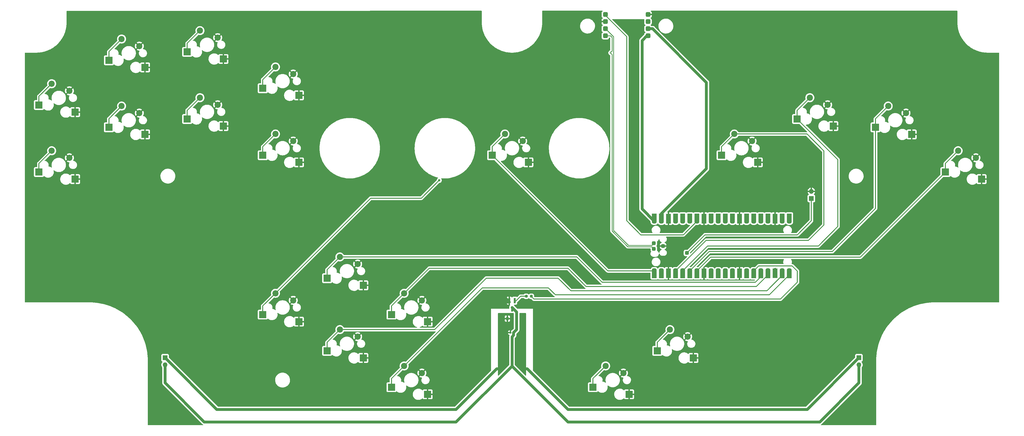
<source format=gbr>
%TF.GenerationSoftware,KiCad,Pcbnew,(6.0.0)*%
%TF.CreationDate,2022-09-18T23:58:15-04:00*%
%TF.ProjectId,SergioPico,53657267-696f-4506-9963-6f2e6b696361,rev?*%
%TF.SameCoordinates,Original*%
%TF.FileFunction,Copper,L1,Top*%
%TF.FilePolarity,Positive*%
%FSLAX46Y46*%
G04 Gerber Fmt 4.6, Leading zero omitted, Abs format (unit mm)*
G04 Created by KiCad (PCBNEW (6.0.0)) date 2022-09-18 23:58:15*
%MOMM*%
%LPD*%
G01*
G04 APERTURE LIST*
G04 Aperture macros list*
%AMRoundRect*
0 Rectangle with rounded corners*
0 $1 Rounding radius*
0 $2 $3 $4 $5 $6 $7 $8 $9 X,Y pos of 4 corners*
0 Add a 4 corners polygon primitive as box body*
4,1,4,$2,$3,$4,$5,$6,$7,$8,$9,$2,$3,0*
0 Add four circle primitives for the rounded corners*
1,1,$1+$1,$2,$3*
1,1,$1+$1,$4,$5*
1,1,$1+$1,$6,$7*
1,1,$1+$1,$8,$9*
0 Add four rect primitives between the rounded corners*
20,1,$1+$1,$2,$3,$4,$5,0*
20,1,$1+$1,$4,$5,$6,$7,0*
20,1,$1+$1,$6,$7,$8,$9,0*
20,1,$1+$1,$8,$9,$2,$3,0*%
%AMFreePoly0*
4,1,17,-1.750000,0.850000,1.155000,0.850000,1.308997,0.829726,1.452500,0.770285,1.575729,0.675729,1.670285,0.552500,1.729726,0.408997,1.750000,0.255000,1.750000,-0.255000,1.729726,-0.408997,1.670285,-0.552500,1.575729,-0.675729,1.452500,-0.770285,1.308997,-0.829726,1.155000,-0.850000,-1.750000,-0.850000,-1.750000,0.850000,-1.750000,0.850000,$1*%
%AMFreePoly1*
4,1,17,-1.750000,0.255000,-1.729726,0.408997,-1.670285,0.552500,-1.575729,0.675729,-1.452500,0.770285,-1.308997,0.829726,-1.155000,0.850000,1.750000,0.850000,1.750000,-0.850000,-1.155000,-0.850000,-1.308997,-0.829726,-1.452500,-0.770285,-1.575729,-0.675729,-1.670285,-0.552500,-1.729726,-0.408997,-1.750000,-0.255000,-1.750000,0.255000,-1.750000,0.255000,$1*%
G04 Aperture macros list end*
%TA.AperFunction,SMDPad,CuDef*%
%ADD10RoundRect,0.155000X-0.212500X-0.155000X0.212500X-0.155000X0.212500X0.155000X-0.212500X0.155000X0*%
%TD*%
%TA.AperFunction,ComponentPad*%
%ADD11R,1.700000X1.700000*%
%TD*%
%TA.AperFunction,ComponentPad*%
%ADD12O,1.700000X1.700000*%
%TD*%
%TA.AperFunction,SMDPad,CuDef*%
%ADD13FreePoly0,90.000000*%
%TD*%
%TA.AperFunction,SMDPad,CuDef*%
%ADD14R,1.700000X3.500000*%
%TD*%
%TA.AperFunction,SMDPad,CuDef*%
%ADD15FreePoly1,90.000000*%
%TD*%
%TA.AperFunction,ComponentPad*%
%ADD16RoundRect,0.255906X0.394094X-0.394094X0.394094X0.394094X-0.394094X0.394094X-0.394094X-0.394094X0*%
%TD*%
%TA.AperFunction,SMDPad,CuDef*%
%ADD17R,0.900000X1.200000*%
%TD*%
%TA.AperFunction,SMDPad,CuDef*%
%ADD18RoundRect,0.237500X0.250000X0.237500X-0.250000X0.237500X-0.250000X-0.237500X0.250000X-0.237500X0*%
%TD*%
%TA.AperFunction,SMDPad,CuDef*%
%ADD19RoundRect,0.425000X-0.425000X-0.425000X0.425000X-0.425000X0.425000X0.425000X-0.425000X0.425000X0*%
%TD*%
%TA.AperFunction,SMDPad,CuDef*%
%ADD20R,0.800000X1.900000*%
%TD*%
%TA.AperFunction,ComponentPad*%
%ADD21C,2.200000*%
%TD*%
%TA.AperFunction,SMDPad,CuDef*%
%ADD22R,2.550000X2.500000*%
%TD*%
%TA.AperFunction,ViaPad*%
%ADD23C,0.800000*%
%TD*%
%TA.AperFunction,Conductor*%
%ADD24C,1.000000*%
%TD*%
%TA.AperFunction,Conductor*%
%ADD25C,0.300000*%
%TD*%
%TA.AperFunction,Conductor*%
%ADD26C,0.261112*%
%TD*%
G04 APERTURE END LIST*
D10*
%TO.P,C1,1*%
%TO.N,+5V*%
X199432500Y-151000000D03*
%TO.P,C1,2*%
%TO.N,Net-(C1-Pad2)*%
X200567500Y-151000000D03*
%TD*%
D11*
%TO.P,M2,1,+*%
%TO.N,+5V*%
X324000000Y-160000000D03*
D12*
%TO.P,M2,2,-*%
%TO.N,Net-(C1-Pad2)*%
X324000000Y-162540000D03*
%TD*%
D13*
%TO.P,U1,1,START*%
%TO.N,START*%
X250870000Y-129790000D03*
D12*
X250870000Y-128890000D03*
%TO.P,U1,2,GP1*%
%TO.N,unconnected-(U1-Pad2)*%
X253410000Y-128890000D03*
D13*
X253410000Y-129790000D03*
D14*
%TO.P,U1,3,GND*%
%TO.N,GND*%
X255950000Y-129790000D03*
D11*
X255950000Y-128890000D03*
D13*
%TO.P,U1,4,RIGHT*%
%TO.N,RIGHT*%
X258490000Y-129790000D03*
D12*
X258490000Y-128890000D03*
D13*
%TO.P,U1,5,DOWN*%
%TO.N,DOWN*%
X261030000Y-129790000D03*
D12*
X261030000Y-128890000D03*
%TO.P,U1,6,LEFT*%
%TO.N,LEFT*%
X263570000Y-128890000D03*
D13*
X263570000Y-129790000D03*
%TO.P,U1,7,L*%
%TO.N,L*%
X266110000Y-129790000D03*
D12*
X266110000Y-128890000D03*
D14*
%TO.P,U1,8,GND*%
%TO.N,GND*%
X268650000Y-129790000D03*
D11*
X268650000Y-128890000D03*
D13*
%TO.P,U1,9,MX*%
%TO.N,MX*%
X271190000Y-129790000D03*
D12*
X271190000Y-128890000D03*
D13*
%TO.P,U1,10,MY*%
%TO.N,MY*%
X273730000Y-129790000D03*
D12*
X273730000Y-128890000D03*
D13*
%TO.P,U1,11,GP8*%
%TO.N,unconnected-(U1-Pad11)*%
X276270000Y-129790000D03*
D12*
X276270000Y-128890000D03*
D13*
%TO.P,U1,12,GP9*%
%TO.N,unconnected-(U1-Pad12)*%
X278810000Y-129790000D03*
D12*
X278810000Y-128890000D03*
D11*
%TO.P,U1,13,GND*%
%TO.N,GND*%
X281350000Y-128890000D03*
D14*
X281350000Y-129790000D03*
D12*
%TO.P,U1,14,GP10*%
%TO.N,unconnected-(U1-Pad14)*%
X283890000Y-128890000D03*
D13*
X283890000Y-129790000D03*
%TO.P,U1,15,RUMBLE*%
%TO.N,RUMBLE*%
X286430000Y-129790000D03*
D12*
X286430000Y-128890000D03*
D13*
%TO.P,U1,16,C-UP*%
%TO.N,C-UP*%
X288970000Y-129790000D03*
D12*
X288970000Y-128890000D03*
%TO.P,U1,17,C-LEFT*%
%TO.N,C-LEFT*%
X291510000Y-128890000D03*
D13*
X291510000Y-129790000D03*
D11*
%TO.P,U1,18,GND*%
%TO.N,GND*%
X294050000Y-128890000D03*
D14*
X294050000Y-129790000D03*
D13*
%TO.P,U1,19,A*%
%TO.N,A*%
X296590000Y-129790000D03*
D12*
X296590000Y-128890000D03*
%TO.P,U1,20,C-DOWN*%
%TO.N,C-DOWN*%
X299130000Y-128890000D03*
D13*
X299130000Y-129790000D03*
D12*
%TO.P,U1,21,C-RIGHT*%
%TO.N,C-RIGHT*%
X299130000Y-111110000D03*
D15*
X299130000Y-110210000D03*
%TO.P,U1,22,UP*%
%TO.N,UP*%
X296590000Y-110210000D03*
D12*
X296590000Y-111110000D03*
D11*
%TO.P,U1,23,GND*%
%TO.N,GND*%
X294050000Y-111110000D03*
D14*
X294050000Y-110210000D03*
D15*
%TO.P,U1,24,MS*%
%TO.N,MS*%
X291510000Y-110210000D03*
D12*
X291510000Y-111110000D03*
D15*
%TO.P,U1,25,Z*%
%TO.N,Z*%
X288970000Y-110210000D03*
D12*
X288970000Y-111110000D03*
D15*
%TO.P,U1,26,LS*%
%TO.N,LS*%
X286430000Y-110210000D03*
D12*
X286430000Y-111110000D03*
%TO.P,U1,27,X*%
%TO.N,X*%
X283890000Y-111110000D03*
D15*
X283890000Y-110210000D03*
D14*
%TO.P,U1,28,GND*%
%TO.N,GND*%
X281350000Y-110210000D03*
D11*
X281350000Y-111110000D03*
D12*
%TO.P,U1,29,Y*%
%TO.N,Y*%
X278810000Y-111110000D03*
D15*
X278810000Y-110210000D03*
%TO.P,U1,30,RUN*%
%TO.N,unconnected-(U1-Pad30)*%
X276270000Y-110210000D03*
D12*
X276270000Y-111110000D03*
D15*
%TO.P,U1,31,B*%
%TO.N,B*%
X273730000Y-110210000D03*
D12*
X273730000Y-111110000D03*
%TO.P,U1,32,R*%
%TO.N,R*%
X271190000Y-111110000D03*
D15*
X271190000Y-110210000D03*
D14*
%TO.P,U1,33,GND*%
%TO.N,GND*%
X268650000Y-110210000D03*
D11*
X268650000Y-111110000D03*
D12*
%TO.P,U1,34,DATA*%
%TO.N,DATA*%
X266110000Y-111110000D03*
D15*
X266110000Y-110210000D03*
D12*
%TO.P,U1,35,VREF*%
%TO.N,unconnected-(U1-Pad35)*%
X263570000Y-111110000D03*
D15*
X263570000Y-110210000D03*
D12*
%TO.P,U1,36,3V3(OUT)*%
%TO.N,unconnected-(U1-Pad36)*%
X261030000Y-111110000D03*
D15*
X261030000Y-110210000D03*
D12*
%TO.P,U1,37,3V3_EN*%
%TO.N,unconnected-(U1-Pad37)*%
X258490000Y-111110000D03*
D15*
X258490000Y-110210000D03*
D14*
%TO.P,U1,38,GND*%
%TO.N,GND*%
X255950000Y-110210000D03*
D11*
X255950000Y-111110000D03*
D15*
%TO.P,U1,39,VSYS*%
%TO.N,VSYS*%
X253410000Y-110210000D03*
D12*
X253410000Y-111110000D03*
D15*
%TO.P,U1,40,VBUS*%
%TO.N,+5V*%
X250870000Y-110210000D03*
D12*
X250870000Y-111110000D03*
D16*
%TO.P,U1,TP1,GND*%
%TO.N,GND*%
X254000000Y-120000000D03*
%TO.P,U1,TP2,D-*%
%TO.N,D-*%
X250700000Y-119000000D03*
%TO.P,U1,TP3,D+*%
%TO.N,D+*%
X250700000Y-121000000D03*
%TO.P,U1,TP6,BOOTSEL*%
%TO.N,BOOT*%
X262500000Y-122500000D03*
%TD*%
D17*
%TO.P,D2,1,K*%
%TO.N,+5V*%
X198350000Y-146000000D03*
%TO.P,D2,2,A*%
%TO.N,Net-(C1-Pad2)*%
X201650000Y-146000000D03*
%TD*%
D18*
%TO.P,R1,1*%
%TO.N,RUMBLE*%
X206912500Y-138000000D03*
%TO.P,R1,2*%
%TO.N,Net-(Q1-Pad1)*%
X205087500Y-138000000D03*
%TD*%
D19*
%TO.P,J1,1,Pin_1*%
%TO.N,DATA*%
X233380000Y-37170000D03*
%TO.P,J1,2,Pin_2*%
%TO.N,GND*%
X233380000Y-39710000D03*
%TO.P,J1,3,Pin_3*%
%TO.N,D-*%
X233380000Y-42250000D03*
%TO.P,J1,4,Pin_4*%
%TO.N,D+*%
X233380000Y-44790000D03*
%TO.P,J1,5,Pin_5*%
%TO.N,+5V*%
X248620000Y-44790000D03*
%TO.P,J1,6,Pin_6*%
%TO.N,VSYS*%
X248620000Y-42250000D03*
%TO.P,J1,7,Pin_7*%
%TO.N,unconnected-(J1-Pad7)*%
X248620000Y-39710000D03*
%TO.P,J1,8,Pin_8*%
%TO.N,GND*%
X248620000Y-37170000D03*
%TD*%
D20*
%TO.P,Q1,1,B*%
%TO.N,Net-(Q1-Pad1)*%
X200950000Y-139562500D03*
%TO.P,Q1,2,E*%
%TO.N,GND*%
X199050000Y-139562500D03*
%TO.P,Q1,3,C*%
%TO.N,Net-(C1-Pad2)*%
X200000000Y-142562500D03*
%TD*%
D11*
%TO.P,M1,1,+*%
%TO.N,+5V*%
X76000000Y-160000000D03*
D12*
%TO.P,M1,2,-*%
%TO.N,Net-(C1-Pad2)*%
X76000000Y-162540000D03*
%TD*%
D11*
%TO.P,SW21,1,1*%
%TO.N,BOOT*%
X307000000Y-103000000D03*
D12*
%TO.P,SW21,2,2*%
%TO.N,GND*%
X307000000Y-100460000D03*
%TD*%
D21*
%TO.P,SW2,1,1*%
%TO.N,MX*%
X256460000Y-149920000D03*
D22*
X251915000Y-157540000D03*
%TO.P,SW2,2,2*%
%TO.N,GND*%
X264842000Y-160080000D03*
D21*
X262810000Y-152460000D03*
%TD*%
%TO.P,SW20,1,1*%
%TO.N,C-RIGHT*%
X115460000Y-136920000D03*
D22*
X110915000Y-144540000D03*
%TO.P,SW20,2,2*%
%TO.N,GND*%
X123842000Y-147080000D03*
D21*
X121810000Y-139460000D03*
%TD*%
%TO.P,SW18,1,1*%
%TO.N,C-UP*%
X138460000Y-123920000D03*
D22*
X133915000Y-131540000D03*
D21*
%TO.P,SW18,2,2*%
%TO.N,GND*%
X144810000Y-126460000D03*
D22*
X146842000Y-134080000D03*
%TD*%
%TO.P,SW10,1,1*%
%TO.N,RIGHT*%
X274915000Y-87540000D03*
D21*
X279460000Y-79920000D03*
D22*
%TO.P,SW10,2,2*%
%TO.N,GND*%
X287842000Y-90080000D03*
D21*
X285810000Y-82460000D03*
%TD*%
D22*
%TO.P,SW3,1,1*%
%TO.N,LEFT*%
X329915000Y-77540000D03*
D21*
X334460000Y-69920000D03*
D22*
%TO.P,SW3,2,2*%
%TO.N,GND*%
X342842000Y-80080000D03*
D21*
X340810000Y-72460000D03*
%TD*%
%TO.P,SW15,1,1*%
%TO.N,LS*%
X60460000Y-45920000D03*
D22*
X55915000Y-53540000D03*
D21*
%TO.P,SW15,2,2*%
%TO.N,GND*%
X66810000Y-48460000D03*
D22*
X68842000Y-56080000D03*
%TD*%
%TO.P,SW4,1,1*%
%TO.N,R*%
X110915000Y-63540000D03*
D21*
X115460000Y-55920000D03*
D22*
%TO.P,SW4,2,2*%
%TO.N,GND*%
X123842000Y-66080000D03*
D21*
X121810000Y-58460000D03*
%TD*%
D22*
%TO.P,SW19,1,1*%
%TO.N,A*%
X133915000Y-157540000D03*
D21*
X138460000Y-149920000D03*
%TO.P,SW19,2,2*%
%TO.N,GND*%
X144810000Y-152460000D03*
D22*
X146842000Y-160080000D03*
%TD*%
%TO.P,SW5,1,1*%
%TO.N,B*%
X110915000Y-87540000D03*
D21*
X115460000Y-79920000D03*
%TO.P,SW5,2,2*%
%TO.N,GND*%
X121810000Y-82460000D03*
D22*
X123842000Y-90080000D03*
%TD*%
D21*
%TO.P,SW11,1,1*%
%TO.N,Z*%
X60460000Y-69920000D03*
D22*
X55915000Y-77540000D03*
D21*
%TO.P,SW11,2,2*%
%TO.N,GND*%
X66810000Y-72460000D03*
D22*
X68842000Y-80080000D03*
%TD*%
%TO.P,SW1,1,1*%
%TO.N,L*%
X354915000Y-93540000D03*
D21*
X359460000Y-85920000D03*
D22*
%TO.P,SW1,2,2*%
%TO.N,GND*%
X367842000Y-96080000D03*
D21*
X365810000Y-88460000D03*
%TD*%
D22*
%TO.P,SW13,1,1*%
%TO.N,MS*%
X30915000Y-69540000D03*
D21*
X35460000Y-61920000D03*
D22*
%TO.P,SW13,2,2*%
%TO.N,GND*%
X43842000Y-72080000D03*
D21*
X41810000Y-64460000D03*
%TD*%
D22*
%TO.P,SW12,1,1*%
%TO.N,START*%
X192915000Y-87540000D03*
D21*
X197460000Y-79920000D03*
%TO.P,SW12,2,2*%
%TO.N,GND*%
X203810000Y-82460000D03*
D22*
X205842000Y-90080000D03*
%TD*%
%TO.P,SW9,1,1*%
%TO.N,X*%
X83915000Y-74540000D03*
D21*
X88460000Y-66920000D03*
D22*
%TO.P,SW9,2,2*%
%TO.N,GND*%
X96842000Y-77080000D03*
D21*
X94810000Y-69460000D03*
%TD*%
D22*
%TO.P,SW6,1,1*%
%TO.N,MY*%
X228915000Y-170540000D03*
D21*
X233460000Y-162920000D03*
D22*
%TO.P,SW6,2,2*%
%TO.N,GND*%
X241842000Y-173080000D03*
D21*
X239810000Y-165460000D03*
%TD*%
D22*
%TO.P,SW17,1,1*%
%TO.N,C-DOWN*%
X156915000Y-170540000D03*
D21*
X161460000Y-162920000D03*
D22*
%TO.P,SW17,2,2*%
%TO.N,GND*%
X169842000Y-173080000D03*
D21*
X167810000Y-165460000D03*
%TD*%
D22*
%TO.P,SW8,1,1*%
%TO.N,Y*%
X83915000Y-50540000D03*
D21*
X88460000Y-42920000D03*
%TO.P,SW8,2,2*%
%TO.N,GND*%
X94810000Y-45460000D03*
D22*
X96842000Y-53080000D03*
%TD*%
D21*
%TO.P,SW16,1,1*%
%TO.N,C-LEFT*%
X161460000Y-136920000D03*
D22*
X156915000Y-144540000D03*
%TO.P,SW16,2,2*%
%TO.N,GND*%
X169842000Y-147080000D03*
D21*
X167810000Y-139460000D03*
%TD*%
D22*
%TO.P,SW7,1,1*%
%TO.N,DOWN*%
X301915000Y-74540000D03*
D21*
X306460000Y-66920000D03*
%TO.P,SW7,2,2*%
%TO.N,GND*%
X312810000Y-69460000D03*
D22*
X314842000Y-77080000D03*
%TD*%
%TO.P,SW14,1,1*%
%TO.N,UP*%
X30915000Y-93540000D03*
D21*
X35460000Y-85920000D03*
D22*
%TO.P,SW14,2,2*%
%TO.N,GND*%
X43842000Y-96080000D03*
D21*
X41810000Y-88460000D03*
%TD*%
D23*
%TO.N,+5V*%
X204000000Y-146000000D03*
X196000000Y-164000000D03*
X204000000Y-163000000D03*
X196000000Y-146000000D03*
X196000000Y-145000000D03*
X204000000Y-164000000D03*
X196000000Y-163000000D03*
X204000000Y-145000000D03*
%TO.N,GND*%
X196000000Y-139000000D03*
X195000000Y-140000000D03*
X231000000Y-40000000D03*
X251000000Y-37000000D03*
X196000000Y-140000000D03*
X195000000Y-139000000D03*
X251000000Y-38000000D03*
X231000000Y-39000000D03*
%TO.N,C-RIGHT*%
X174000000Y-96500000D03*
%TD*%
D24*
%TO.N,Net-(C1-Pad2)*%
X201650000Y-149917500D02*
X200567500Y-151000000D01*
X201650000Y-146000000D02*
X201650000Y-149917500D01*
X200567500Y-151932500D02*
X200567500Y-151000000D01*
X200000000Y-152500000D02*
X200567500Y-151932500D01*
X200000000Y-152500000D02*
X200000000Y-163000000D01*
%TO.N,+5V*%
X305500000Y-178500000D02*
X220000000Y-178500000D01*
X250870000Y-111110000D02*
X246500000Y-106740000D01*
X194500000Y-164000000D02*
X196000000Y-164000000D01*
X248210000Y-44790000D02*
X248620000Y-44790000D01*
X220000000Y-178500000D02*
X205500000Y-164000000D01*
X180000000Y-178500000D02*
X194500000Y-164000000D01*
X324000000Y-160000000D02*
X305500000Y-178500000D01*
X94500000Y-178500000D02*
X180000000Y-178500000D01*
X205500000Y-164000000D02*
X204000000Y-164000000D01*
X76000000Y-160000000D02*
X94500000Y-178500000D01*
X246500000Y-106740000D02*
X246500000Y-46500000D01*
X246500000Y-46500000D02*
X248210000Y-44790000D01*
%TO.N,Net-(C1-Pad2)*%
X201650000Y-146000000D02*
X201650000Y-143650000D01*
X324000000Y-162540000D02*
X324000000Y-169000000D01*
X324000000Y-169000000D02*
X310000000Y-183000000D01*
X76000000Y-169000000D02*
X76000000Y-162540000D01*
X90000000Y-183000000D02*
X76000000Y-169000000D01*
X200000000Y-163000000D02*
X180000000Y-183000000D01*
X220000000Y-183000000D02*
X200000000Y-163000000D01*
X310000000Y-183000000D02*
X220000000Y-183000000D01*
X180000000Y-183000000D02*
X90000000Y-183000000D01*
X201650000Y-143650000D02*
X200000000Y-142000000D01*
D25*
%TO.N,DATA*%
X241000000Y-45126549D02*
X233380000Y-37506549D01*
X233380000Y-37506549D02*
X233380000Y-37170000D01*
X246000000Y-116000000D02*
X241000000Y-111000000D01*
X261220000Y-116000000D02*
X246000000Y-116000000D01*
X266110000Y-111110000D02*
X261220000Y-116000000D01*
X241000000Y-111000000D02*
X241000000Y-45126549D01*
D26*
%TO.N,D-*%
X233380000Y-42250000D02*
X236255556Y-45125556D01*
X241605856Y-119744444D02*
X249955556Y-119744444D01*
X236255556Y-114394144D02*
X241605856Y-119744444D01*
X249955556Y-119744444D02*
X250700000Y-119000000D01*
X236255556Y-45125556D02*
X236255556Y-114394144D01*
%TO.N,D+*%
X235366724Y-51155556D02*
X235444444Y-51155556D01*
X235197178Y-44790000D02*
X235744444Y-45337266D01*
X241394144Y-120255556D02*
X249955556Y-120255556D01*
X235744444Y-52705556D02*
X235744444Y-114605856D01*
X235444444Y-50555556D02*
X235366724Y-50555556D01*
X235744444Y-51455556D02*
X235744444Y-52705556D01*
X235744444Y-45337266D02*
X235744444Y-50255556D01*
X235744444Y-114605856D02*
X241394144Y-120255556D01*
X249955556Y-120255556D02*
X250700000Y-121000000D01*
X233380000Y-44790000D02*
X235197178Y-44790000D01*
X235744444Y-51455556D02*
G75*
G03*
X235444444Y-51155556I-300000J0D01*
G01*
X235366724Y-51155556D02*
G75*
G02*
X235066724Y-50855556I0J300000D01*
G01*
X235444444Y-50555556D02*
G75*
G03*
X235744444Y-50255556I0J300000D01*
G01*
X235066724Y-50855556D02*
G75*
G02*
X235366724Y-50555556I300000J0D01*
G01*
D24*
%TO.N,GND*%
X197125000Y-140125000D02*
X196125000Y-140125000D01*
X199050000Y-140050000D02*
X198000000Y-139000000D01*
X199050000Y-140125000D02*
X197125000Y-140125000D01*
X196000000Y-140000000D02*
X198925000Y-140000000D01*
X198000000Y-139000000D02*
X196000000Y-139000000D01*
X196125000Y-140125000D02*
X196000000Y-140000000D01*
X195000000Y-140000000D02*
X195000000Y-139000000D01*
X196000000Y-139000000D02*
X197125000Y-140125000D01*
X196000000Y-140000000D02*
X195000000Y-140000000D01*
X199050000Y-140125000D02*
X199050000Y-140050000D01*
X196000000Y-139000000D02*
X196000000Y-140000000D01*
X195000000Y-139000000D02*
X196000000Y-139000000D01*
X198925000Y-140000000D02*
X199050000Y-140125000D01*
D25*
%TO.N,Net-(Q1-Pad1)*%
X203075000Y-138000000D02*
X205175000Y-138000000D01*
X200950000Y-140125000D02*
X203075000Y-138000000D01*
%TO.N,START*%
X250870000Y-128890000D02*
X234265000Y-128890000D01*
X192915000Y-84465000D02*
X197460000Y-79920000D01*
X192915000Y-87540000D02*
X192915000Y-84465000D01*
X234265000Y-128890000D02*
X192915000Y-87540000D01*
%TO.N,RIGHT*%
X311500000Y-112500000D02*
X311500000Y-86000000D01*
X306000000Y-118000000D02*
X311500000Y-112500000D01*
X305420000Y-79920000D02*
X279460000Y-79920000D01*
X311500000Y-86000000D02*
X305420000Y-79920000D01*
X279460000Y-79920000D02*
X274915000Y-84465000D01*
X274915000Y-84465000D02*
X274915000Y-87540000D01*
X258490000Y-128890000D02*
X269380000Y-118000000D01*
X269380000Y-118000000D02*
X306000000Y-118000000D01*
%TO.N,DOWN*%
X269920000Y-120000000D02*
X309500000Y-120000000D01*
X301915000Y-71465000D02*
X301915000Y-74540000D01*
X309500000Y-120000000D02*
X316500000Y-113000000D01*
X261030000Y-128890000D02*
X269920000Y-120000000D01*
X316500000Y-113000000D02*
X316500000Y-89125000D01*
X316500000Y-89125000D02*
X301915000Y-74540000D01*
X306460000Y-66920000D02*
X301915000Y-71465000D01*
%TO.N,LEFT*%
X329915000Y-106585000D02*
X329915000Y-77540000D01*
X263570000Y-128890000D02*
X270460000Y-122000000D01*
X314500000Y-122000000D02*
X329915000Y-106585000D01*
X270460000Y-122000000D02*
X314500000Y-122000000D01*
X334460000Y-69920000D02*
X329915000Y-74465000D01*
X329915000Y-74465000D02*
X329915000Y-77540000D01*
%TO.N,L*%
X266110000Y-128890000D02*
X271000000Y-124000000D01*
X354915000Y-90465000D02*
X354915000Y-93540000D01*
X271000000Y-124000000D02*
X324500000Y-124000000D01*
X359460000Y-85920000D02*
X354915000Y-90465000D01*
X354915000Y-93585000D02*
X354915000Y-93540000D01*
X324500000Y-124000000D02*
X354915000Y-93585000D01*
%TO.N,MX*%
X251915000Y-154465000D02*
X256460000Y-149920000D01*
X251915000Y-157540000D02*
X251915000Y-154465000D01*
%TO.N,MY*%
X228915000Y-167465000D02*
X233460000Y-162920000D01*
X228915000Y-170540000D02*
X228915000Y-167465000D01*
%TO.N,RUMBLE*%
X296000000Y-139000000D02*
X302000000Y-133000000D01*
X288170479Y-127149521D02*
X286430000Y-128890000D01*
X206825000Y-138000000D02*
X207825000Y-139000000D01*
X300149521Y-127149521D02*
X288170479Y-127149521D01*
X302000000Y-133000000D02*
X302000000Y-129000000D01*
X207825000Y-139000000D02*
X296000000Y-139000000D01*
X302000000Y-129000000D02*
X300149521Y-127149521D01*
%TO.N,C-UP*%
X133915000Y-128465000D02*
X138460000Y-123920000D01*
X287000000Y-133000000D02*
X232250000Y-133000000D01*
X133915000Y-131540000D02*
X133915000Y-128465000D01*
X288970000Y-128890000D02*
X288970000Y-131030000D01*
X288970000Y-131030000D02*
X287000000Y-133000000D01*
X232250000Y-133000000D02*
X223170000Y-123920000D01*
X223170000Y-123920000D02*
X138460000Y-123920000D01*
%TO.N,C-LEFT*%
X291510000Y-128890000D02*
X291510000Y-130344296D01*
X170380000Y-128000000D02*
X161460000Y-136920000D01*
X156915000Y-141465000D02*
X161460000Y-136920000D01*
X287354296Y-134500000D02*
X226500000Y-134500000D01*
X220000000Y-128000000D02*
X170380000Y-128000000D01*
X291510000Y-130344296D02*
X287354296Y-134500000D01*
X226500000Y-134500000D02*
X220000000Y-128000000D01*
X156915000Y-144540000D02*
X156915000Y-141465000D01*
%TO.N,A*%
X296590000Y-128890000D02*
X296590000Y-130549022D01*
X133915000Y-157540000D02*
X133915000Y-154465000D01*
X133915000Y-154465000D02*
X138460000Y-149920000D01*
X216500000Y-131500000D02*
X190800000Y-131500000D01*
X190800000Y-131500000D02*
X172380000Y-149920000D01*
X296590000Y-130549022D02*
X291139022Y-136000000D01*
X291139022Y-136000000D02*
X221000000Y-136000000D01*
X221000000Y-136000000D02*
X216500000Y-131500000D01*
X172380000Y-149920000D02*
X138460000Y-149920000D01*
%TO.N,C-DOWN*%
X189380000Y-135000000D02*
X161460000Y-162920000D01*
X299130000Y-130344296D02*
X291974296Y-137500000D01*
X291974296Y-137500000D02*
X215500000Y-137500000D01*
X299130000Y-128890000D02*
X299130000Y-130344296D01*
X215500000Y-137500000D02*
X213000000Y-135000000D01*
X213000000Y-135000000D02*
X189380000Y-135000000D01*
X156915000Y-167465000D02*
X161460000Y-162920000D01*
X156915000Y-170540000D02*
X156915000Y-167465000D01*
%TO.N,C-RIGHT*%
X174000000Y-96500000D02*
X167600000Y-102900000D01*
X110915000Y-144540000D02*
X110915000Y-141465000D01*
X110915000Y-141465000D02*
X115460000Y-136920000D01*
X167600000Y-102900000D02*
X149480000Y-102900000D01*
X149480000Y-102900000D02*
X115460000Y-136920000D01*
%TO.N,UP*%
X30915000Y-90465000D02*
X35460000Y-85920000D01*
X30915000Y-93540000D02*
X30915000Y-90465000D01*
%TO.N,MS*%
X30915000Y-69540000D02*
X30915000Y-66465000D01*
X30915000Y-66465000D02*
X35460000Y-61920000D01*
%TO.N,Z*%
X55915000Y-74465000D02*
X60460000Y-69920000D01*
X55915000Y-77540000D02*
X55915000Y-74465000D01*
%TO.N,LS*%
X55915000Y-50465000D02*
X60460000Y-45920000D01*
X55915000Y-53540000D02*
X55915000Y-50465000D01*
%TO.N,X*%
X83915000Y-71465000D02*
X88460000Y-66920000D01*
X83915000Y-74540000D02*
X83915000Y-71465000D01*
%TO.N,Y*%
X83915000Y-47465000D02*
X83915000Y-50540000D01*
X88460000Y-42920000D02*
X83915000Y-47465000D01*
%TO.N,B*%
X110915000Y-84465000D02*
X115460000Y-79920000D01*
X110915000Y-87540000D02*
X110915000Y-84465000D01*
%TO.N,R*%
X110915000Y-63540000D02*
X110915000Y-60465000D01*
X110915000Y-60465000D02*
X115460000Y-55920000D01*
D24*
%TO.N,VSYS*%
X253410000Y-108410000D02*
X253410000Y-111110000D01*
X250250000Y-42250000D02*
X269500000Y-61500000D01*
X269500000Y-92320000D02*
X253410000Y-108410000D01*
X269500000Y-61500000D02*
X269500000Y-92320000D01*
X248620000Y-42250000D02*
X250250000Y-42250000D01*
D25*
%TO.N,BOOT*%
X302000000Y-116000000D02*
X307000000Y-111000000D01*
X262500000Y-122500000D02*
X269000000Y-116000000D01*
X307000000Y-111000000D02*
X307000000Y-103000000D01*
X269000000Y-116000000D02*
X302000000Y-116000000D01*
%TD*%
%TA.AperFunction,Conductor*%
%TO.N,+5V*%
G36*
X204942121Y-144020002D02*
G01*
X204988614Y-144073658D01*
X205000000Y-144126000D01*
X205000000Y-166269576D01*
X204979998Y-166337697D01*
X204926342Y-166384190D01*
X204856068Y-166394294D01*
X204791488Y-166364800D01*
X204784905Y-166358671D01*
X201045405Y-162619171D01*
X201011379Y-162556859D01*
X201008500Y-162530076D01*
X201008500Y-152969924D01*
X201028502Y-152901803D01*
X201045405Y-152880829D01*
X201236879Y-152689355D01*
X201247022Y-152680253D01*
X201271718Y-152660397D01*
X201276525Y-152656532D01*
X201308792Y-152618078D01*
X201311972Y-152614431D01*
X201313615Y-152612619D01*
X201315809Y-152610425D01*
X201343142Y-152577151D01*
X201343848Y-152576300D01*
X201399695Y-152509744D01*
X201403654Y-152505026D01*
X201406222Y-152500356D01*
X201409603Y-152496239D01*
X201453477Y-152414414D01*
X201454106Y-152413255D01*
X201495962Y-152337119D01*
X201495965Y-152337111D01*
X201498933Y-152331713D01*
X201500545Y-152326631D01*
X201503062Y-152321937D01*
X201530262Y-152232969D01*
X201530608Y-152231858D01*
X201556873Y-152149063D01*
X201558735Y-152143194D01*
X201559329Y-152137898D01*
X201560887Y-152132802D01*
X201570290Y-152040243D01*
X201570411Y-152039107D01*
X201576000Y-151989273D01*
X201576000Y-151985746D01*
X201576055Y-151984761D01*
X201576502Y-151979081D01*
X201580874Y-151936038D01*
X201576559Y-151890391D01*
X201576000Y-151878533D01*
X201576000Y-151469926D01*
X201596002Y-151401805D01*
X201612904Y-151380831D01*
X202319383Y-150674351D01*
X202329527Y-150665249D01*
X202354218Y-150645397D01*
X202359025Y-150641532D01*
X202391292Y-150603078D01*
X202394472Y-150599431D01*
X202396115Y-150597619D01*
X202398309Y-150595425D01*
X202425642Y-150562151D01*
X202426348Y-150561300D01*
X202482195Y-150494744D01*
X202486154Y-150490026D01*
X202488722Y-150485356D01*
X202492103Y-150481239D01*
X202535977Y-150399414D01*
X202536606Y-150398255D01*
X202578462Y-150322119D01*
X202578465Y-150322111D01*
X202581433Y-150316713D01*
X202583045Y-150311631D01*
X202585562Y-150306937D01*
X202612762Y-150217969D01*
X202613108Y-150216858D01*
X202614390Y-150212819D01*
X202641235Y-150128194D01*
X202641829Y-150122898D01*
X202643387Y-150117802D01*
X202652790Y-150025243D01*
X202652911Y-150024107D01*
X202658500Y-149974273D01*
X202658500Y-149970746D01*
X202658555Y-149969761D01*
X202659002Y-149964081D01*
X202663374Y-149921038D01*
X202659059Y-149875391D01*
X202658500Y-149863533D01*
X202658500Y-144126000D01*
X202678502Y-144057879D01*
X202732158Y-144011386D01*
X202784500Y-144000000D01*
X204874000Y-144000000D01*
X204942121Y-144020002D01*
G37*
%TD.AperFunction*%
%TA.AperFunction,Conductor*%
G36*
X199473072Y-144008017D02*
G01*
X199489684Y-144014245D01*
X199551866Y-144021000D01*
X200448134Y-144021000D01*
X200501892Y-144015160D01*
X200571775Y-144027688D01*
X200623790Y-144076009D01*
X200641500Y-144140423D01*
X200641500Y-149447574D01*
X200621498Y-149515695D01*
X200604596Y-149536669D01*
X200271788Y-149869478D01*
X199962472Y-150178794D01*
X199900159Y-150212819D01*
X199835697Y-150209933D01*
X199773096Y-150190315D01*
X199760046Y-150187702D01*
X199703038Y-150182463D01*
X199689376Y-150186475D01*
X199688171Y-150187865D01*
X199686500Y-150195548D01*
X199686500Y-150476697D01*
X199670915Y-150537397D01*
X199639038Y-150595381D01*
X199639035Y-150595389D01*
X199636067Y-150600787D01*
X199634455Y-150605869D01*
X199631938Y-150610563D01*
X199604738Y-150699531D01*
X199604418Y-150700559D01*
X199576265Y-150789306D01*
X199575671Y-150794602D01*
X199574113Y-150799698D01*
X199573490Y-150805834D01*
X199564718Y-150892187D01*
X199564589Y-150893393D01*
X199559000Y-150943227D01*
X199559000Y-150946754D01*
X199558945Y-150947739D01*
X199558498Y-150953419D01*
X199554126Y-150996462D01*
X199554706Y-151002593D01*
X199558441Y-151042109D01*
X199559000Y-151053967D01*
X199559000Y-151128000D01*
X199538998Y-151196121D01*
X199485342Y-151242614D01*
X199433000Y-151254000D01*
X198579342Y-151254000D01*
X198564797Y-151258271D01*
X198562752Y-151270302D01*
X198565313Y-151283088D01*
X198609029Y-151422589D01*
X198615235Y-151436334D01*
X198690496Y-151560604D01*
X198699803Y-151572473D01*
X198802527Y-151675197D01*
X198814396Y-151684504D01*
X198938666Y-151759765D01*
X198952411Y-151765971D01*
X199061171Y-151800054D01*
X199120193Y-151839511D01*
X199148513Y-151904615D01*
X199134537Y-151979827D01*
X199113968Y-152018190D01*
X199113394Y-152019245D01*
X199071538Y-152095381D01*
X199071535Y-152095389D01*
X199068567Y-152100787D01*
X199066955Y-152105869D01*
X199064438Y-152110563D01*
X199037238Y-152199531D01*
X199036918Y-152200559D01*
X199008765Y-152289306D01*
X199008171Y-152294602D01*
X199006613Y-152299698D01*
X199004485Y-152320654D01*
X198997218Y-152392187D01*
X198997089Y-152393393D01*
X198991500Y-152443227D01*
X198991500Y-152446754D01*
X198991445Y-152447739D01*
X198990998Y-152453419D01*
X198986626Y-152496462D01*
X198987882Y-152509744D01*
X198990941Y-152542109D01*
X198991500Y-152553967D01*
X198991500Y-162530075D01*
X198971498Y-162598196D01*
X198954595Y-162619170D01*
X195215095Y-166358670D01*
X195152783Y-166392696D01*
X195081968Y-166387631D01*
X195025132Y-166345084D01*
X195000321Y-166278564D01*
X195000000Y-166269575D01*
X195000000Y-150728503D01*
X198562991Y-150728503D01*
X198565806Y-150742835D01*
X198577702Y-150746000D01*
X199160385Y-150746000D01*
X199175624Y-150741525D01*
X199176829Y-150740135D01*
X199178500Y-150732452D01*
X199178500Y-150200115D01*
X199174025Y-150184876D01*
X199172635Y-150183671D01*
X199165814Y-150182187D01*
X199164112Y-150182266D01*
X199104954Y-150187702D01*
X199091904Y-150190315D01*
X198952411Y-150234029D01*
X198938666Y-150240235D01*
X198814396Y-150315496D01*
X198802527Y-150324803D01*
X198699803Y-150427527D01*
X198690496Y-150439396D01*
X198615235Y-150563666D01*
X198609029Y-150577411D01*
X198565313Y-150716912D01*
X198562991Y-150728503D01*
X195000000Y-150728503D01*
X195000000Y-146644669D01*
X197392001Y-146644669D01*
X197392371Y-146651490D01*
X197397895Y-146702352D01*
X197401521Y-146717604D01*
X197446676Y-146838054D01*
X197455214Y-146853649D01*
X197531715Y-146955724D01*
X197544276Y-146968285D01*
X197646351Y-147044786D01*
X197661946Y-147053324D01*
X197782394Y-147098478D01*
X197797649Y-147102105D01*
X197848514Y-147107631D01*
X197855328Y-147108000D01*
X198077885Y-147108000D01*
X198093124Y-147103525D01*
X198094329Y-147102135D01*
X198096000Y-147094452D01*
X198096000Y-147089884D01*
X198604000Y-147089884D01*
X198608475Y-147105123D01*
X198609865Y-147106328D01*
X198617548Y-147107999D01*
X198844669Y-147107999D01*
X198851490Y-147107629D01*
X198902352Y-147102105D01*
X198917604Y-147098479D01*
X199038054Y-147053324D01*
X199053649Y-147044786D01*
X199155724Y-146968285D01*
X199168285Y-146955724D01*
X199244786Y-146853649D01*
X199253324Y-146838054D01*
X199298478Y-146717606D01*
X199302105Y-146702351D01*
X199307631Y-146651486D01*
X199308000Y-146644672D01*
X199308000Y-146272115D01*
X199303525Y-146256876D01*
X199302135Y-146255671D01*
X199294452Y-146254000D01*
X198622115Y-146254000D01*
X198606876Y-146258475D01*
X198605671Y-146259865D01*
X198604000Y-146267548D01*
X198604000Y-147089884D01*
X198096000Y-147089884D01*
X198096000Y-146272115D01*
X198091525Y-146256876D01*
X198090135Y-146255671D01*
X198082452Y-146254000D01*
X197410116Y-146254000D01*
X197394877Y-146258475D01*
X197393672Y-146259865D01*
X197392001Y-146267548D01*
X197392001Y-146644669D01*
X195000000Y-146644669D01*
X195000000Y-145727885D01*
X197392000Y-145727885D01*
X197396475Y-145743124D01*
X197397865Y-145744329D01*
X197405548Y-145746000D01*
X198077885Y-145746000D01*
X198093124Y-145741525D01*
X198094329Y-145740135D01*
X198096000Y-145732452D01*
X198096000Y-145727885D01*
X198604000Y-145727885D01*
X198608475Y-145743124D01*
X198609865Y-145744329D01*
X198617548Y-145746000D01*
X199289884Y-145746000D01*
X199305123Y-145741525D01*
X199306328Y-145740135D01*
X199307999Y-145732452D01*
X199307999Y-145355331D01*
X199307629Y-145348510D01*
X199302105Y-145297648D01*
X199298479Y-145282396D01*
X199253324Y-145161946D01*
X199244786Y-145146351D01*
X199168285Y-145044276D01*
X199155724Y-145031715D01*
X199053649Y-144955214D01*
X199038054Y-144946676D01*
X198917606Y-144901522D01*
X198902351Y-144897895D01*
X198851486Y-144892369D01*
X198844672Y-144892000D01*
X198622115Y-144892000D01*
X198606876Y-144896475D01*
X198605671Y-144897865D01*
X198604000Y-144905548D01*
X198604000Y-145727885D01*
X198096000Y-145727885D01*
X198096000Y-144910116D01*
X198091525Y-144894877D01*
X198090135Y-144893672D01*
X198082452Y-144892001D01*
X197855331Y-144892001D01*
X197848510Y-144892371D01*
X197797648Y-144897895D01*
X197782396Y-144901521D01*
X197661946Y-144946676D01*
X197646351Y-144955214D01*
X197544276Y-145031715D01*
X197531715Y-145044276D01*
X197455214Y-145146351D01*
X197446676Y-145161946D01*
X197401522Y-145282394D01*
X197397895Y-145297649D01*
X197392369Y-145348514D01*
X197392000Y-145355328D01*
X197392000Y-145727885D01*
X195000000Y-145727885D01*
X195000000Y-144126000D01*
X195020002Y-144057879D01*
X195073658Y-144011386D01*
X195126000Y-144000000D01*
X199428844Y-144000000D01*
X199473072Y-144008017D01*
G37*
%TD.AperFunction*%
%TD*%
%TA.AperFunction,Conductor*%
%TO.N,GND*%
G36*
X232341062Y-35828002D02*
G01*
X232387555Y-35881658D01*
X232397659Y-35951932D01*
X232368165Y-36016512D01*
X232352243Y-36031913D01*
X232291280Y-36081280D01*
X232167789Y-36233779D01*
X232078702Y-36408621D01*
X232027914Y-36598164D01*
X232021500Y-36679663D01*
X232021501Y-37660336D01*
X232027914Y-37741836D01*
X232078702Y-37931379D01*
X232167789Y-38106221D01*
X232291280Y-38258720D01*
X232394620Y-38342403D01*
X232434970Y-38400815D01*
X232437336Y-38471772D01*
X232400963Y-38532744D01*
X232394619Y-38538241D01*
X232296762Y-38617485D01*
X232287485Y-38626762D01*
X232172364Y-38768923D01*
X232165214Y-38779934D01*
X232082168Y-38942921D01*
X232077464Y-38955175D01*
X232029905Y-39132666D01*
X232027958Y-39143999D01*
X232022193Y-39217246D01*
X232022000Y-39222173D01*
X232022000Y-39437885D01*
X232026475Y-39453124D01*
X232027865Y-39454329D01*
X232035548Y-39456000D01*
X233508000Y-39456000D01*
X233576121Y-39476002D01*
X233622614Y-39529658D01*
X233634000Y-39582000D01*
X233634000Y-39838000D01*
X233613998Y-39906121D01*
X233560342Y-39952614D01*
X233508000Y-39964000D01*
X232040116Y-39964000D01*
X232024877Y-39968475D01*
X232023672Y-39969865D01*
X232022001Y-39977548D01*
X232022001Y-40197825D01*
X232022195Y-40202756D01*
X232027958Y-40276003D01*
X232029905Y-40287332D01*
X232077464Y-40464825D01*
X232082168Y-40477079D01*
X232165214Y-40640066D01*
X232172364Y-40651077D01*
X232287485Y-40793238D01*
X232296762Y-40802515D01*
X232394619Y-40881759D01*
X232434971Y-40940174D01*
X232437335Y-41011131D01*
X232400962Y-41072102D01*
X232394641Y-41077580D01*
X232291280Y-41161280D01*
X232167789Y-41313779D01*
X232078702Y-41488621D01*
X232076994Y-41494994D01*
X232076994Y-41494995D01*
X232044927Y-41614672D01*
X232027914Y-41678164D01*
X232027461Y-41683918D01*
X232027461Y-41683920D01*
X232021694Y-41757204D01*
X232021500Y-41759663D01*
X232021501Y-42740336D01*
X232027914Y-42821836D01*
X232078702Y-43011379D01*
X232167789Y-43186221D01*
X232291280Y-43338720D01*
X232296411Y-43342875D01*
X232394221Y-43422080D01*
X232434573Y-43480494D01*
X232436939Y-43551451D01*
X232400566Y-43612423D01*
X232394221Y-43617920D01*
X232346305Y-43656722D01*
X232291280Y-43701280D01*
X232167789Y-43853779D01*
X232078702Y-44028621D01*
X232076994Y-44034994D01*
X232076994Y-44034995D01*
X232041026Y-44169231D01*
X232027914Y-44218164D01*
X232027461Y-44223918D01*
X232027461Y-44223920D01*
X232021694Y-44297204D01*
X232021500Y-44299663D01*
X232021501Y-45280336D01*
X232027914Y-45361836D01*
X232078702Y-45551379D01*
X232167789Y-45726221D01*
X232291280Y-45878720D01*
X232443779Y-46002211D01*
X232618621Y-46091298D01*
X232624994Y-46093006D01*
X232624995Y-46093006D01*
X232802587Y-46140592D01*
X232802591Y-46140593D01*
X232808164Y-46142086D01*
X232813920Y-46142539D01*
X232887206Y-46148307D01*
X232887215Y-46148307D01*
X232889663Y-46148500D01*
X233379801Y-46148500D01*
X233870336Y-46148499D01*
X233920220Y-46144574D01*
X233946082Y-46142539D01*
X233946085Y-46142539D01*
X233951836Y-46142086D01*
X234105966Y-46100787D01*
X234135005Y-46093006D01*
X234135006Y-46093006D01*
X234141379Y-46091298D01*
X234316221Y-46002211D01*
X234468720Y-45878720D01*
X234592211Y-45726221D01*
X234681298Y-45551379D01*
X234683006Y-45545003D01*
X234683008Y-45544999D01*
X234689052Y-45522444D01*
X234726003Y-45461822D01*
X234789864Y-45430800D01*
X234810758Y-45429056D01*
X234880281Y-45429056D01*
X234948402Y-45449058D01*
X234969376Y-45465960D01*
X235068483Y-45565066D01*
X235102508Y-45627378D01*
X235105388Y-45654162D01*
X235105388Y-49861014D01*
X235085386Y-49929135D01*
X235032638Y-49975209D01*
X234900390Y-50036877D01*
X234900385Y-50036880D01*
X234895403Y-50039203D01*
X234820511Y-50091643D01*
X234774174Y-50124089D01*
X234760805Y-50133450D01*
X234644618Y-50249637D01*
X234641461Y-50254145D01*
X234641459Y-50254148D01*
X234628575Y-50272548D01*
X234550371Y-50384235D01*
X234548048Y-50389217D01*
X234548045Y-50389222D01*
X234485398Y-50523569D01*
X234480929Y-50533153D01*
X234438402Y-50691868D01*
X234431554Y-50770148D01*
X234428203Y-50808448D01*
X234427604Y-50813914D01*
X234426884Y-50819386D01*
X234423009Y-50848815D01*
X234423843Y-50856367D01*
X234425172Y-50868410D01*
X234425453Y-50871253D01*
X234437921Y-51013752D01*
X234438402Y-51019244D01*
X234439826Y-51024558D01*
X234439826Y-51024559D01*
X234475555Y-51157901D01*
X234480929Y-51177959D01*
X234483251Y-51182940D01*
X234483252Y-51182941D01*
X234548045Y-51321891D01*
X234548048Y-51321896D01*
X234550371Y-51326878D01*
X234586672Y-51378720D01*
X234620080Y-51426431D01*
X234644618Y-51461475D01*
X234760805Y-51577662D01*
X234765313Y-51580819D01*
X234765316Y-51580821D01*
X234820177Y-51619235D01*
X234895403Y-51671909D01*
X234900385Y-51674232D01*
X234900390Y-51674235D01*
X235032638Y-51735903D01*
X235085923Y-51782820D01*
X235105388Y-51850098D01*
X235105388Y-114526360D01*
X235104854Y-114537690D01*
X235103167Y-114545237D01*
X235103416Y-114553163D01*
X235103416Y-114553164D01*
X235105326Y-114613920D01*
X235105388Y-114617879D01*
X235105388Y-114646060D01*
X235105883Y-114649977D01*
X235105904Y-114650144D01*
X235106836Y-114661978D01*
X235108240Y-114706621D01*
X235110451Y-114714231D01*
X235113965Y-114726327D01*
X235117974Y-114745687D01*
X235120546Y-114766046D01*
X235123464Y-114773415D01*
X235123464Y-114773416D01*
X235136980Y-114807552D01*
X235140826Y-114818784D01*
X235153286Y-114861673D01*
X235157321Y-114868496D01*
X235163735Y-114879342D01*
X235172431Y-114897094D01*
X235179984Y-114916170D01*
X235206236Y-114952302D01*
X235212743Y-114962210D01*
X235231441Y-114993828D01*
X235231445Y-114993833D01*
X235235477Y-115000651D01*
X235249987Y-115015161D01*
X235262827Y-115030194D01*
X235274890Y-115046797D01*
X235280998Y-115051850D01*
X235309296Y-115075260D01*
X235318076Y-115083250D01*
X240886047Y-120651221D01*
X240893687Y-120659617D01*
X240897829Y-120666143D01*
X240903606Y-120671568D01*
X240947925Y-120713186D01*
X240950767Y-120715941D01*
X240970691Y-120735865D01*
X240973950Y-120738393D01*
X240982978Y-120746103D01*
X241009753Y-120771247D01*
X241009757Y-120771250D01*
X241015531Y-120776672D01*
X241022476Y-120780490D01*
X241022480Y-120780493D01*
X241033516Y-120786560D01*
X241050033Y-120797409D01*
X241066253Y-120809990D01*
X241107225Y-120827720D01*
X241117886Y-120832942D01*
X241157022Y-120854458D01*
X241176902Y-120859562D01*
X241195602Y-120865964D01*
X241214435Y-120874114D01*
X241222264Y-120875354D01*
X241222274Y-120875357D01*
X241258533Y-120881100D01*
X241270155Y-120883506D01*
X241279676Y-120885950D01*
X241313412Y-120894612D01*
X241333933Y-120894612D01*
X241353645Y-120896163D01*
X241373911Y-120899373D01*
X241381803Y-120898627D01*
X241418363Y-120895171D01*
X241430221Y-120894612D01*
X249415500Y-120894612D01*
X249483621Y-120914614D01*
X249530114Y-120968270D01*
X249541500Y-121020612D01*
X249541501Y-121246556D01*
X249541501Y-121444886D01*
X249541838Y-121448130D01*
X249541838Y-121448138D01*
X249544263Y-121471508D01*
X249552560Y-121551476D01*
X249608971Y-121720562D01*
X249702768Y-121872136D01*
X249707949Y-121877308D01*
X249712049Y-121882481D01*
X249738685Y-121948292D01*
X249725513Y-122018056D01*
X249719864Y-122027979D01*
X249616429Y-122191914D01*
X249613347Y-122196799D01*
X249534449Y-122394559D01*
X249533323Y-122400219D01*
X249533322Y-122400223D01*
X249494038Y-122597718D01*
X249492911Y-122603385D01*
X249492835Y-122609160D01*
X249492835Y-122609164D01*
X249491794Y-122688729D01*
X249490124Y-122816284D01*
X249491103Y-122821981D01*
X249491103Y-122821982D01*
X249512222Y-122944886D01*
X249526181Y-123026126D01*
X249599875Y-123225884D01*
X249708739Y-123408866D01*
X249849125Y-123568946D01*
X250016333Y-123700762D01*
X250021444Y-123703451D01*
X250021447Y-123703453D01*
X250124961Y-123757915D01*
X250204762Y-123799900D01*
X250210283Y-123801614D01*
X250210287Y-123801616D01*
X250380623Y-123854506D01*
X250408102Y-123863039D01*
X250580982Y-123883500D01*
X251404013Y-123883500D01*
X251489645Y-123875632D01*
X251556270Y-123869510D01*
X251556273Y-123869509D01*
X251562024Y-123868981D01*
X251583093Y-123863039D01*
X251761389Y-123812754D01*
X251761391Y-123812753D01*
X251766948Y-123811186D01*
X251772123Y-123808634D01*
X251772128Y-123808632D01*
X251952727Y-123719570D01*
X251957908Y-123717015D01*
X252128509Y-123589622D01*
X252273037Y-123433271D01*
X252374169Y-123272987D01*
X252383574Y-123258081D01*
X252386653Y-123253201D01*
X252465551Y-123055441D01*
X252470305Y-123031544D01*
X252505962Y-122852282D01*
X252505962Y-122852280D01*
X252507089Y-122846615D01*
X252507356Y-122826192D01*
X252528247Y-122758339D01*
X252582505Y-122712552D01*
X252652905Y-122703368D01*
X252717095Y-122733702D01*
X252751652Y-122785573D01*
X252752125Y-122787534D01*
X252754605Y-122792990D01*
X252754606Y-122792991D01*
X252778988Y-122846615D01*
X252839674Y-122980087D01*
X252962054Y-123152611D01*
X253114850Y-123298881D01*
X253292548Y-123413620D01*
X253341309Y-123433271D01*
X253483168Y-123490442D01*
X253483171Y-123490443D01*
X253488737Y-123492686D01*
X253696337Y-123533228D01*
X253701899Y-123533500D01*
X254307846Y-123533500D01*
X254465566Y-123518452D01*
X254668534Y-123458908D01*
X254681869Y-123452040D01*
X254851249Y-123364804D01*
X254851252Y-123364802D01*
X254856580Y-123362058D01*
X255022920Y-123231396D01*
X255026852Y-123226865D01*
X255026855Y-123226862D01*
X255157621Y-123076167D01*
X255161552Y-123071637D01*
X255164552Y-123066451D01*
X255164555Y-123066447D01*
X255264467Y-122893742D01*
X255267473Y-122888546D01*
X255336861Y-122688729D01*
X255340912Y-122660788D01*
X255366352Y-122485336D01*
X255366352Y-122485333D01*
X255367213Y-122479396D01*
X255357433Y-122268101D01*
X255307875Y-122062466D01*
X255303078Y-122051914D01*
X255226040Y-121882481D01*
X255220326Y-121869913D01*
X255097946Y-121697389D01*
X254945150Y-121551119D01*
X254767452Y-121436380D01*
X254661886Y-121393836D01*
X254594310Y-121366602D01*
X254538604Y-121322587D01*
X254515537Y-121255442D01*
X254532434Y-121186485D01*
X254583929Y-121137610D01*
X254601531Y-121130213D01*
X254713404Y-121092889D01*
X254726573Y-121086720D01*
X254865594Y-121000691D01*
X254876995Y-120991655D01*
X254992499Y-120875950D01*
X255001511Y-120864539D01*
X255087301Y-120725362D01*
X255093445Y-120712184D01*
X255145055Y-120556586D01*
X255147921Y-120543220D01*
X255157672Y-120448044D01*
X255158000Y-120441629D01*
X255158000Y-120272115D01*
X255153525Y-120256876D01*
X255152135Y-120255671D01*
X255144452Y-120254000D01*
X252860115Y-120254000D01*
X252844876Y-120258475D01*
X252843671Y-120259865D01*
X252842000Y-120267548D01*
X252842000Y-120441580D01*
X252842337Y-120448096D01*
X252852342Y-120544516D01*
X252855235Y-120557913D01*
X252907111Y-120713404D01*
X252913280Y-120726573D01*
X252999309Y-120865594D01*
X253008345Y-120876995D01*
X253124050Y-120992499D01*
X253135461Y-121001511D01*
X253274638Y-121087301D01*
X253287816Y-121093445D01*
X253429864Y-121140561D01*
X253488224Y-121180992D01*
X253515461Y-121246556D01*
X253502927Y-121316438D01*
X253454603Y-121368449D01*
X253425667Y-121381059D01*
X253391466Y-121391092D01*
X253386139Y-121393836D01*
X253386138Y-121393836D01*
X253208751Y-121485196D01*
X253208748Y-121485198D01*
X253203420Y-121487942D01*
X253037080Y-121618604D01*
X253033148Y-121623135D01*
X253033145Y-121623138D01*
X252954634Y-121713614D01*
X252898448Y-121778363D01*
X252895448Y-121783549D01*
X252895445Y-121783553D01*
X252838214Y-121882481D01*
X252792527Y-121961454D01*
X252723139Y-122161271D01*
X252722278Y-122167206D01*
X252722278Y-122167208D01*
X252696654Y-122343933D01*
X252667084Y-122408479D01*
X252607312Y-122446791D01*
X252536316Y-122446707D01*
X252476635Y-122408252D01*
X252453746Y-122369464D01*
X252437325Y-122324951D01*
X252400125Y-122224116D01*
X252299578Y-122055113D01*
X252294215Y-122046099D01*
X252294214Y-122046098D01*
X252291261Y-122041134D01*
X252150875Y-121881054D01*
X251983667Y-121749238D01*
X251978556Y-121746549D01*
X251978553Y-121746547D01*
X251906259Y-121708511D01*
X251855286Y-121659091D01*
X251839124Y-121589959D01*
X251844174Y-121563429D01*
X251844107Y-121563415D01*
X251844733Y-121560494D01*
X251845335Y-121557333D01*
X251845550Y-121556686D01*
X251845550Y-121556684D01*
X251847714Y-121550161D01*
X251852490Y-121503551D01*
X251854784Y-121481159D01*
X251858500Y-121444887D01*
X251858499Y-120555114D01*
X251858072Y-120550991D01*
X251848151Y-120455381D01*
X251847440Y-120448524D01*
X251791029Y-120279438D01*
X251697232Y-120127864D01*
X251658433Y-120089132D01*
X251624353Y-120026850D01*
X251629356Y-119956030D01*
X251658276Y-119910942D01*
X251692894Y-119876263D01*
X251698066Y-119871082D01*
X251776198Y-119744329D01*
X251787758Y-119725575D01*
X251787759Y-119725573D01*
X251791598Y-119719345D01*
X251847714Y-119550161D01*
X251858500Y-119444887D01*
X251858499Y-118555114D01*
X251858072Y-118550991D01*
X251848151Y-118455381D01*
X251847440Y-118448524D01*
X251845259Y-118441986D01*
X251843803Y-118435244D01*
X251845509Y-118434876D01*
X251843251Y-118372747D01*
X251879440Y-118311666D01*
X251909628Y-118290824D01*
X251952731Y-118269568D01*
X251957908Y-118267015D01*
X252012611Y-118226167D01*
X252123886Y-118143074D01*
X252128509Y-118139622D01*
X252273037Y-117983271D01*
X252386653Y-117803201D01*
X252456733Y-117627542D01*
X252500554Y-117571684D01*
X252567618Y-117548383D01*
X252636633Y-117565039D01*
X252685687Y-117616363D01*
X252699628Y-117668407D01*
X252702567Y-117731899D01*
X252752125Y-117937534D01*
X252754607Y-117942992D01*
X252754608Y-117942996D01*
X252806916Y-118058041D01*
X252839674Y-118130087D01*
X252962054Y-118302611D01*
X253114850Y-118448881D01*
X253292548Y-118563620D01*
X253438520Y-118622448D01*
X253494222Y-118666461D01*
X253517289Y-118733606D01*
X253500392Y-118802562D01*
X253448897Y-118851438D01*
X253431295Y-118858835D01*
X253286596Y-118907111D01*
X253273427Y-118913280D01*
X253134406Y-118999309D01*
X253123005Y-119008345D01*
X253007501Y-119124050D01*
X252998489Y-119135461D01*
X252912699Y-119274638D01*
X252906555Y-119287816D01*
X252854945Y-119443414D01*
X252852079Y-119456780D01*
X252842328Y-119551956D01*
X252842000Y-119558371D01*
X252842000Y-119727885D01*
X252846475Y-119743124D01*
X252847865Y-119744329D01*
X252855548Y-119746000D01*
X255139885Y-119746000D01*
X255155124Y-119741525D01*
X255156329Y-119740135D01*
X255158000Y-119732452D01*
X255158000Y-119558420D01*
X255157663Y-119551904D01*
X255147658Y-119455484D01*
X255144765Y-119442087D01*
X255092889Y-119286596D01*
X255086720Y-119273427D01*
X255000691Y-119134406D01*
X254991655Y-119123005D01*
X254875950Y-119007501D01*
X254864539Y-118998489D01*
X254725362Y-118912699D01*
X254712185Y-118906555D01*
X254598297Y-118868780D01*
X254539937Y-118828350D01*
X254512700Y-118762785D01*
X254525233Y-118692904D01*
X254573558Y-118640892D01*
X254602494Y-118628283D01*
X254662779Y-118610597D01*
X254662785Y-118610594D01*
X254668534Y-118608908D01*
X254673862Y-118606164D01*
X254851249Y-118514804D01*
X254851252Y-118514802D01*
X254856580Y-118512058D01*
X255022920Y-118381396D01*
X255026852Y-118376865D01*
X255026855Y-118376862D01*
X255157621Y-118226167D01*
X255161552Y-118221637D01*
X255164552Y-118216451D01*
X255164555Y-118216447D01*
X255264467Y-118043742D01*
X255267473Y-118038546D01*
X255336861Y-117838729D01*
X255341305Y-117808081D01*
X255366352Y-117635336D01*
X255366352Y-117635333D01*
X255367213Y-117629396D01*
X255357433Y-117418101D01*
X255307875Y-117212466D01*
X255297501Y-117189648D01*
X255222806Y-117025368D01*
X255220326Y-117019913D01*
X255105047Y-116857399D01*
X255081949Y-116790266D01*
X255098813Y-116721301D01*
X255150285Y-116672402D01*
X255207817Y-116658500D01*
X261137944Y-116658500D01*
X261149800Y-116659059D01*
X261149803Y-116659059D01*
X261157537Y-116660788D01*
X261228369Y-116658562D01*
X261232327Y-116658500D01*
X261261432Y-116658500D01*
X261265832Y-116657944D01*
X261277664Y-116657012D01*
X261323831Y-116655562D01*
X261344421Y-116649580D01*
X261363782Y-116645570D01*
X261371416Y-116644606D01*
X261377204Y-116643875D01*
X261377205Y-116643875D01*
X261385064Y-116642882D01*
X261392429Y-116639966D01*
X261392433Y-116639965D01*
X261428021Y-116625874D01*
X261439231Y-116622035D01*
X261483600Y-116609145D01*
X261502065Y-116598225D01*
X261519805Y-116589534D01*
X261539756Y-116581635D01*
X261577129Y-116554482D01*
X261587048Y-116547967D01*
X261619977Y-116528493D01*
X261619981Y-116528490D01*
X261626807Y-116524453D01*
X261641971Y-116509289D01*
X261657005Y-116496448D01*
X261674357Y-116483841D01*
X261703803Y-116448247D01*
X261711792Y-116439468D01*
X265647639Y-112503620D01*
X265709951Y-112469594D01*
X265744205Y-112466937D01*
X265768661Y-112468390D01*
X265768680Y-112468391D01*
X265770522Y-112468500D01*
X266080826Y-112468500D01*
X266085443Y-112468585D01*
X266166673Y-112471564D01*
X266166677Y-112471564D01*
X266171837Y-112471753D01*
X266176957Y-112471097D01*
X266176959Y-112471097D01*
X266189261Y-112469521D01*
X266205271Y-112468500D01*
X266449478Y-112468500D01*
X266451419Y-112468380D01*
X266451420Y-112468380D01*
X266457583Y-112467999D01*
X266498174Y-112465490D01*
X266507149Y-112463525D01*
X266698014Y-112421736D01*
X266698015Y-112421736D01*
X266703869Y-112420454D01*
X266897337Y-112337333D01*
X267071597Y-112219129D01*
X267075840Y-112214879D01*
X267138927Y-112151682D01*
X267201209Y-112117602D01*
X267272029Y-112122605D01*
X267328902Y-112165102D01*
X267346083Y-112196472D01*
X267346676Y-112198055D01*
X267355214Y-112213649D01*
X267431715Y-112315724D01*
X267444276Y-112328285D01*
X267546351Y-112404786D01*
X267561946Y-112413324D01*
X267682394Y-112458478D01*
X267697649Y-112462105D01*
X267748514Y-112467631D01*
X267755328Y-112468000D01*
X268377885Y-112468000D01*
X268393124Y-112463525D01*
X268394329Y-112462135D01*
X268396000Y-112454452D01*
X268396000Y-112449884D01*
X268904000Y-112449884D01*
X268908475Y-112465123D01*
X268909865Y-112466328D01*
X268917548Y-112467999D01*
X269544669Y-112467999D01*
X269551490Y-112467629D01*
X269602352Y-112462105D01*
X269617604Y-112458479D01*
X269738054Y-112413324D01*
X269753649Y-112404786D01*
X269855724Y-112328285D01*
X269868285Y-112315724D01*
X269944786Y-112213649D01*
X269953324Y-112198055D01*
X269953923Y-112196456D01*
X269954941Y-112195101D01*
X269957634Y-112190182D01*
X269958344Y-112190571D01*
X269996564Y-112139690D01*
X270063125Y-112114989D01*
X270132474Y-112130195D01*
X270160923Y-112151509D01*
X270229895Y-112220361D01*
X270234862Y-112223718D01*
X270234865Y-112223720D01*
X270371011Y-112315724D01*
X270404361Y-112338261D01*
X270409876Y-112340619D01*
X270592460Y-112418686D01*
X270592465Y-112418688D01*
X270597974Y-112421043D01*
X270603828Y-112422314D01*
X270603831Y-112422315D01*
X270798987Y-112464688D01*
X270798993Y-112464689D01*
X270803747Y-112465721D01*
X270808609Y-112466010D01*
X270808610Y-112466010D01*
X270848666Y-112468390D01*
X270848675Y-112468390D01*
X270850522Y-112468500D01*
X271160826Y-112468500D01*
X271165443Y-112468585D01*
X271246673Y-112471564D01*
X271246677Y-112471564D01*
X271251837Y-112471753D01*
X271256957Y-112471097D01*
X271256959Y-112471097D01*
X271269261Y-112469521D01*
X271285271Y-112468500D01*
X271529478Y-112468500D01*
X271531419Y-112468380D01*
X271531420Y-112468380D01*
X271537583Y-112467999D01*
X271578174Y-112465490D01*
X271587149Y-112463525D01*
X271778014Y-112421736D01*
X271778015Y-112421736D01*
X271783869Y-112420454D01*
X271977337Y-112337333D01*
X272151597Y-112219129D01*
X272300361Y-112070105D01*
X272355609Y-111988350D01*
X272410323Y-111943108D01*
X272480812Y-111934629D01*
X272544694Y-111965604D01*
X272564278Y-111988165D01*
X272620871Y-112071597D01*
X272769895Y-112220361D01*
X272774862Y-112223718D01*
X272774865Y-112223720D01*
X272911011Y-112315724D01*
X272944361Y-112338261D01*
X272949876Y-112340619D01*
X273132460Y-112418686D01*
X273132465Y-112418688D01*
X273137974Y-112421043D01*
X273143828Y-112422314D01*
X273143831Y-112422315D01*
X273338987Y-112464688D01*
X273338993Y-112464689D01*
X273343747Y-112465721D01*
X273348609Y-112466010D01*
X273348610Y-112466010D01*
X273388666Y-112468390D01*
X273388675Y-112468390D01*
X273390522Y-112468500D01*
X273700826Y-112468500D01*
X273705443Y-112468585D01*
X273786673Y-112471564D01*
X273786677Y-112471564D01*
X273791837Y-112471753D01*
X273796957Y-112471097D01*
X273796959Y-112471097D01*
X273809261Y-112469521D01*
X273825271Y-112468500D01*
X274069478Y-112468500D01*
X274071419Y-112468380D01*
X274071420Y-112468380D01*
X274077583Y-112467999D01*
X274118174Y-112465490D01*
X274127149Y-112463525D01*
X274318014Y-112421736D01*
X274318015Y-112421736D01*
X274323869Y-112420454D01*
X274517337Y-112337333D01*
X274691597Y-112219129D01*
X274840361Y-112070105D01*
X274895609Y-111988350D01*
X274950323Y-111943108D01*
X275020812Y-111934629D01*
X275084694Y-111965604D01*
X275104278Y-111988165D01*
X275160871Y-112071597D01*
X275309895Y-112220361D01*
X275314862Y-112223718D01*
X275314865Y-112223720D01*
X275451011Y-112315724D01*
X275484361Y-112338261D01*
X275489876Y-112340619D01*
X275672460Y-112418686D01*
X275672465Y-112418688D01*
X275677974Y-112421043D01*
X275683828Y-112422314D01*
X275683831Y-112422315D01*
X275878987Y-112464688D01*
X275878993Y-112464689D01*
X275883747Y-112465721D01*
X275888609Y-112466010D01*
X275888610Y-112466010D01*
X275928666Y-112468390D01*
X275928675Y-112468390D01*
X275930522Y-112468500D01*
X276240826Y-112468500D01*
X276245443Y-112468585D01*
X276326673Y-112471564D01*
X276326677Y-112471564D01*
X276331837Y-112471753D01*
X276336957Y-112471097D01*
X276336959Y-112471097D01*
X276349261Y-112469521D01*
X276365271Y-112468500D01*
X276609478Y-112468500D01*
X276611419Y-112468380D01*
X276611420Y-112468380D01*
X276617583Y-112467999D01*
X276658174Y-112465490D01*
X276667149Y-112463525D01*
X276858014Y-112421736D01*
X276858015Y-112421736D01*
X276863869Y-112420454D01*
X277057337Y-112337333D01*
X277231597Y-112219129D01*
X277380361Y-112070105D01*
X277435609Y-111988350D01*
X277490323Y-111943108D01*
X277560812Y-111934629D01*
X277624694Y-111965604D01*
X277644278Y-111988165D01*
X277700871Y-112071597D01*
X277849895Y-112220361D01*
X277854862Y-112223718D01*
X277854865Y-112223720D01*
X277991011Y-112315724D01*
X278024361Y-112338261D01*
X278029876Y-112340619D01*
X278212460Y-112418686D01*
X278212465Y-112418688D01*
X278217974Y-112421043D01*
X278223828Y-112422314D01*
X278223831Y-112422315D01*
X278418987Y-112464688D01*
X278418993Y-112464689D01*
X278423747Y-112465721D01*
X278428609Y-112466010D01*
X278428610Y-112466010D01*
X278468666Y-112468390D01*
X278468675Y-112468390D01*
X278470522Y-112468500D01*
X278780826Y-112468500D01*
X278785443Y-112468585D01*
X278866673Y-112471564D01*
X278866677Y-112471564D01*
X278871837Y-112471753D01*
X278876957Y-112471097D01*
X278876959Y-112471097D01*
X278889261Y-112469521D01*
X278905271Y-112468500D01*
X279149478Y-112468500D01*
X279151419Y-112468380D01*
X279151420Y-112468380D01*
X279157583Y-112467999D01*
X279198174Y-112465490D01*
X279207149Y-112463525D01*
X279398014Y-112421736D01*
X279398015Y-112421736D01*
X279403869Y-112420454D01*
X279597337Y-112337333D01*
X279771597Y-112219129D01*
X279775840Y-112214879D01*
X279838927Y-112151682D01*
X279901209Y-112117602D01*
X279972029Y-112122605D01*
X280028902Y-112165102D01*
X280046083Y-112196472D01*
X280046676Y-112198055D01*
X280055214Y-112213649D01*
X280131715Y-112315724D01*
X280144276Y-112328285D01*
X280246351Y-112404786D01*
X280261946Y-112413324D01*
X280382394Y-112458478D01*
X280397649Y-112462105D01*
X280448514Y-112467631D01*
X280455328Y-112468000D01*
X281077885Y-112468000D01*
X281093124Y-112463525D01*
X281094329Y-112462135D01*
X281096000Y-112454452D01*
X281096000Y-112449884D01*
X281604000Y-112449884D01*
X281608475Y-112465123D01*
X281609865Y-112466328D01*
X281617548Y-112467999D01*
X282244669Y-112467999D01*
X282251490Y-112467629D01*
X282302352Y-112462105D01*
X282317604Y-112458479D01*
X282438054Y-112413324D01*
X282453649Y-112404786D01*
X282555724Y-112328285D01*
X282568285Y-112315724D01*
X282644786Y-112213649D01*
X282653324Y-112198055D01*
X282653923Y-112196456D01*
X282654941Y-112195101D01*
X282657634Y-112190182D01*
X282658344Y-112190571D01*
X282696564Y-112139690D01*
X282763125Y-112114989D01*
X282832474Y-112130195D01*
X282860923Y-112151509D01*
X282929895Y-112220361D01*
X282934862Y-112223718D01*
X282934865Y-112223720D01*
X283071011Y-112315724D01*
X283104361Y-112338261D01*
X283109876Y-112340619D01*
X283292460Y-112418686D01*
X283292465Y-112418688D01*
X283297974Y-112421043D01*
X283303828Y-112422314D01*
X283303831Y-112422315D01*
X283498987Y-112464688D01*
X283498993Y-112464689D01*
X283503747Y-112465721D01*
X283508609Y-112466010D01*
X283508610Y-112466010D01*
X283548666Y-112468390D01*
X283548675Y-112468390D01*
X283550522Y-112468500D01*
X283860826Y-112468500D01*
X283865443Y-112468585D01*
X283946673Y-112471564D01*
X283946677Y-112471564D01*
X283951837Y-112471753D01*
X283956957Y-112471097D01*
X283956959Y-112471097D01*
X283969261Y-112469521D01*
X283985271Y-112468500D01*
X284229478Y-112468500D01*
X284231419Y-112468380D01*
X284231420Y-112468380D01*
X284237583Y-112467999D01*
X284278174Y-112465490D01*
X284287149Y-112463525D01*
X284478014Y-112421736D01*
X284478015Y-112421736D01*
X284483869Y-112420454D01*
X284677337Y-112337333D01*
X284851597Y-112219129D01*
X285000361Y-112070105D01*
X285055609Y-111988350D01*
X285110323Y-111943108D01*
X285180812Y-111934629D01*
X285244694Y-111965604D01*
X285264278Y-111988165D01*
X285320871Y-112071597D01*
X285469895Y-112220361D01*
X285474862Y-112223718D01*
X285474865Y-112223720D01*
X285611011Y-112315724D01*
X285644361Y-112338261D01*
X285649876Y-112340619D01*
X285832460Y-112418686D01*
X285832465Y-112418688D01*
X285837974Y-112421043D01*
X285843828Y-112422314D01*
X285843831Y-112422315D01*
X286038987Y-112464688D01*
X286038993Y-112464689D01*
X286043747Y-112465721D01*
X286048609Y-112466010D01*
X286048610Y-112466010D01*
X286088666Y-112468390D01*
X286088675Y-112468390D01*
X286090522Y-112468500D01*
X286400826Y-112468500D01*
X286405443Y-112468585D01*
X286486673Y-112471564D01*
X286486677Y-112471564D01*
X286491837Y-112471753D01*
X286496957Y-112471097D01*
X286496959Y-112471097D01*
X286509261Y-112469521D01*
X286525271Y-112468500D01*
X286769478Y-112468500D01*
X286771419Y-112468380D01*
X286771420Y-112468380D01*
X286777583Y-112467999D01*
X286818174Y-112465490D01*
X286827149Y-112463525D01*
X287018014Y-112421736D01*
X287018015Y-112421736D01*
X287023869Y-112420454D01*
X287217337Y-112337333D01*
X287391597Y-112219129D01*
X287540361Y-112070105D01*
X287595609Y-111988350D01*
X287650323Y-111943108D01*
X287720812Y-111934629D01*
X287784694Y-111965604D01*
X287804278Y-111988165D01*
X287860871Y-112071597D01*
X288009895Y-112220361D01*
X288014862Y-112223718D01*
X288014865Y-112223720D01*
X288151011Y-112315724D01*
X288184361Y-112338261D01*
X288189876Y-112340619D01*
X288372460Y-112418686D01*
X288372465Y-112418688D01*
X288377974Y-112421043D01*
X288383828Y-112422314D01*
X288383831Y-112422315D01*
X288578987Y-112464688D01*
X288578993Y-112464689D01*
X288583747Y-112465721D01*
X288588609Y-112466010D01*
X288588610Y-112466010D01*
X288628666Y-112468390D01*
X288628675Y-112468390D01*
X288630522Y-112468500D01*
X288940826Y-112468500D01*
X288945443Y-112468585D01*
X289026673Y-112471564D01*
X289026677Y-112471564D01*
X289031837Y-112471753D01*
X289036957Y-112471097D01*
X289036959Y-112471097D01*
X289049261Y-112469521D01*
X289065271Y-112468500D01*
X289309478Y-112468500D01*
X289311419Y-112468380D01*
X289311420Y-112468380D01*
X289317583Y-112467999D01*
X289358174Y-112465490D01*
X289367149Y-112463525D01*
X289558014Y-112421736D01*
X289558015Y-112421736D01*
X289563869Y-112420454D01*
X289757337Y-112337333D01*
X289931597Y-112219129D01*
X290080361Y-112070105D01*
X290135609Y-111988350D01*
X290190323Y-111943108D01*
X290260812Y-111934629D01*
X290324694Y-111965604D01*
X290344278Y-111988165D01*
X290400871Y-112071597D01*
X290549895Y-112220361D01*
X290554862Y-112223718D01*
X290554865Y-112223720D01*
X290691011Y-112315724D01*
X290724361Y-112338261D01*
X290729876Y-112340619D01*
X290912460Y-112418686D01*
X290912465Y-112418688D01*
X290917974Y-112421043D01*
X290923828Y-112422314D01*
X290923831Y-112422315D01*
X291118987Y-112464688D01*
X291118993Y-112464689D01*
X291123747Y-112465721D01*
X291128609Y-112466010D01*
X291128610Y-112466010D01*
X291168666Y-112468390D01*
X291168675Y-112468390D01*
X291170522Y-112468500D01*
X291480826Y-112468500D01*
X291485443Y-112468585D01*
X291566673Y-112471564D01*
X291566677Y-112471564D01*
X291571837Y-112471753D01*
X291576957Y-112471097D01*
X291576959Y-112471097D01*
X291589261Y-112469521D01*
X291605271Y-112468500D01*
X291849478Y-112468500D01*
X291851419Y-112468380D01*
X291851420Y-112468380D01*
X291857583Y-112467999D01*
X291898174Y-112465490D01*
X291907149Y-112463525D01*
X292098014Y-112421736D01*
X292098015Y-112421736D01*
X292103869Y-112420454D01*
X292297337Y-112337333D01*
X292471597Y-112219129D01*
X292475840Y-112214879D01*
X292538927Y-112151682D01*
X292601209Y-112117602D01*
X292672029Y-112122605D01*
X292728902Y-112165102D01*
X292746083Y-112196472D01*
X292746676Y-112198055D01*
X292755214Y-112213649D01*
X292831715Y-112315724D01*
X292844276Y-112328285D01*
X292946351Y-112404786D01*
X292961946Y-112413324D01*
X293082394Y-112458478D01*
X293097649Y-112462105D01*
X293148514Y-112467631D01*
X293155328Y-112468000D01*
X293777885Y-112468000D01*
X293793124Y-112463525D01*
X293794329Y-112462135D01*
X293796000Y-112454452D01*
X293796000Y-112449884D01*
X294304000Y-112449884D01*
X294308475Y-112465123D01*
X294309865Y-112466328D01*
X294317548Y-112467999D01*
X294944669Y-112467999D01*
X294951490Y-112467629D01*
X295002352Y-112462105D01*
X295017604Y-112458479D01*
X295138054Y-112413324D01*
X295153649Y-112404786D01*
X295255724Y-112328285D01*
X295268285Y-112315724D01*
X295344786Y-112213649D01*
X295353324Y-112198055D01*
X295353923Y-112196456D01*
X295354941Y-112195101D01*
X295357634Y-112190182D01*
X295358344Y-112190571D01*
X295396564Y-112139690D01*
X295463125Y-112114989D01*
X295532474Y-112130195D01*
X295560923Y-112151509D01*
X295629895Y-112220361D01*
X295634862Y-112223718D01*
X295634865Y-112223720D01*
X295771011Y-112315724D01*
X295804361Y-112338261D01*
X295809876Y-112340619D01*
X295992460Y-112418686D01*
X295992465Y-112418688D01*
X295997974Y-112421043D01*
X296003828Y-112422314D01*
X296003831Y-112422315D01*
X296198987Y-112464688D01*
X296198993Y-112464689D01*
X296203747Y-112465721D01*
X296208609Y-112466010D01*
X296208610Y-112466010D01*
X296248666Y-112468390D01*
X296248675Y-112468390D01*
X296250522Y-112468500D01*
X296560826Y-112468500D01*
X296565443Y-112468585D01*
X296646673Y-112471564D01*
X296646677Y-112471564D01*
X296651837Y-112471753D01*
X296656957Y-112471097D01*
X296656959Y-112471097D01*
X296669261Y-112469521D01*
X296685271Y-112468500D01*
X296929478Y-112468500D01*
X296931419Y-112468380D01*
X296931420Y-112468380D01*
X296937583Y-112467999D01*
X296978174Y-112465490D01*
X296987149Y-112463525D01*
X297178014Y-112421736D01*
X297178015Y-112421736D01*
X297183869Y-112420454D01*
X297377337Y-112337333D01*
X297551597Y-112219129D01*
X297700361Y-112070105D01*
X297755609Y-111988350D01*
X297810323Y-111943108D01*
X297880812Y-111934629D01*
X297944694Y-111965604D01*
X297964278Y-111988165D01*
X298020871Y-112071597D01*
X298169895Y-112220361D01*
X298174862Y-112223718D01*
X298174865Y-112223720D01*
X298311011Y-112315724D01*
X298344361Y-112338261D01*
X298349876Y-112340619D01*
X298532460Y-112418686D01*
X298532465Y-112418688D01*
X298537974Y-112421043D01*
X298543828Y-112422314D01*
X298543831Y-112422315D01*
X298738987Y-112464688D01*
X298738993Y-112464689D01*
X298743747Y-112465721D01*
X298748609Y-112466010D01*
X298748610Y-112466010D01*
X298788666Y-112468390D01*
X298788675Y-112468390D01*
X298790522Y-112468500D01*
X299100826Y-112468500D01*
X299105443Y-112468585D01*
X299186673Y-112471564D01*
X299186677Y-112471564D01*
X299191837Y-112471753D01*
X299196957Y-112471097D01*
X299196959Y-112471097D01*
X299209261Y-112469521D01*
X299225271Y-112468500D01*
X299469478Y-112468500D01*
X299471419Y-112468380D01*
X299471420Y-112468380D01*
X299477583Y-112467999D01*
X299518174Y-112465490D01*
X299527149Y-112463525D01*
X299718014Y-112421736D01*
X299718015Y-112421736D01*
X299723869Y-112420454D01*
X299917337Y-112337333D01*
X300091597Y-112219129D01*
X300240361Y-112070105D01*
X300331913Y-111934629D01*
X300354903Y-111900608D01*
X300358261Y-111895639D01*
X300437902Y-111709373D01*
X300438686Y-111707540D01*
X300438688Y-111707535D01*
X300441043Y-111702026D01*
X300442315Y-111696169D01*
X300484688Y-111501013D01*
X300484689Y-111501007D01*
X300485721Y-111496253D01*
X300488500Y-111449478D01*
X300488500Y-111207856D01*
X300489578Y-111191409D01*
X300491092Y-111179908D01*
X300491529Y-111176590D01*
X300492571Y-111133945D01*
X300493074Y-111113365D01*
X300493074Y-111113361D01*
X300493156Y-111110000D01*
X300488924Y-111058524D01*
X300488500Y-111048200D01*
X300488500Y-108411866D01*
X300481745Y-108349684D01*
X300430615Y-108213295D01*
X300343261Y-108096739D01*
X300226705Y-108009385D01*
X300090316Y-107958255D01*
X300028134Y-107951500D01*
X298231866Y-107951500D01*
X298169684Y-107958255D01*
X298033295Y-108009385D01*
X297935565Y-108082630D01*
X297869059Y-108107478D01*
X297799676Y-108092425D01*
X297784435Y-108082630D01*
X297686705Y-108009385D01*
X297550316Y-107958255D01*
X297488134Y-107951500D01*
X295691866Y-107951500D01*
X295629684Y-107958255D01*
X295493295Y-108009385D01*
X295426323Y-108059578D01*
X295395148Y-108082942D01*
X295328642Y-108107790D01*
X295259259Y-108092737D01*
X295244018Y-108082942D01*
X295153649Y-108015214D01*
X295138054Y-108006676D01*
X295017606Y-107961522D01*
X295002351Y-107957895D01*
X294951486Y-107952369D01*
X294944672Y-107952000D01*
X294322115Y-107952000D01*
X294306876Y-107956475D01*
X294305671Y-107957865D01*
X294304000Y-107965548D01*
X294304000Y-112449884D01*
X293796000Y-112449884D01*
X293796000Y-107970116D01*
X293791525Y-107954877D01*
X293790135Y-107953672D01*
X293782452Y-107952001D01*
X293155331Y-107952001D01*
X293148510Y-107952371D01*
X293097648Y-107957895D01*
X293082396Y-107961521D01*
X292961946Y-108006676D01*
X292946351Y-108015214D01*
X292855982Y-108082942D01*
X292789475Y-108107790D01*
X292720093Y-108092737D01*
X292704852Y-108082942D01*
X292673677Y-108059578D01*
X292606705Y-108009385D01*
X292470316Y-107958255D01*
X292408134Y-107951500D01*
X290611866Y-107951500D01*
X290549684Y-107958255D01*
X290413295Y-108009385D01*
X290315565Y-108082630D01*
X290249059Y-108107478D01*
X290179676Y-108092425D01*
X290164435Y-108082630D01*
X290066705Y-108009385D01*
X289930316Y-107958255D01*
X289868134Y-107951500D01*
X288071866Y-107951500D01*
X288009684Y-107958255D01*
X287873295Y-108009385D01*
X287775565Y-108082630D01*
X287709059Y-108107478D01*
X287639676Y-108092425D01*
X287624435Y-108082630D01*
X287526705Y-108009385D01*
X287390316Y-107958255D01*
X287328134Y-107951500D01*
X285531866Y-107951500D01*
X285469684Y-107958255D01*
X285333295Y-108009385D01*
X285235565Y-108082630D01*
X285169059Y-108107478D01*
X285099676Y-108092425D01*
X285084435Y-108082630D01*
X284986705Y-108009385D01*
X284850316Y-107958255D01*
X284788134Y-107951500D01*
X282991866Y-107951500D01*
X282929684Y-107958255D01*
X282793295Y-108009385D01*
X282726323Y-108059578D01*
X282695148Y-108082942D01*
X282628642Y-108107790D01*
X282559259Y-108092737D01*
X282544018Y-108082942D01*
X282453649Y-108015214D01*
X282438054Y-108006676D01*
X282317606Y-107961522D01*
X282302351Y-107957895D01*
X282251486Y-107952369D01*
X282244672Y-107952000D01*
X281622115Y-107952000D01*
X281606876Y-107956475D01*
X281605671Y-107957865D01*
X281604000Y-107965548D01*
X281604000Y-112449884D01*
X281096000Y-112449884D01*
X281096000Y-107970116D01*
X281091525Y-107954877D01*
X281090135Y-107953672D01*
X281082452Y-107952001D01*
X280455331Y-107952001D01*
X280448510Y-107952371D01*
X280397648Y-107957895D01*
X280382396Y-107961521D01*
X280261946Y-108006676D01*
X280246351Y-108015214D01*
X280155982Y-108082942D01*
X280089475Y-108107790D01*
X280020093Y-108092737D01*
X280004852Y-108082942D01*
X279973677Y-108059578D01*
X279906705Y-108009385D01*
X279770316Y-107958255D01*
X279708134Y-107951500D01*
X277911866Y-107951500D01*
X277849684Y-107958255D01*
X277713295Y-108009385D01*
X277615565Y-108082630D01*
X277549059Y-108107478D01*
X277479676Y-108092425D01*
X277464435Y-108082630D01*
X277366705Y-108009385D01*
X277230316Y-107958255D01*
X277168134Y-107951500D01*
X275371866Y-107951500D01*
X275309684Y-107958255D01*
X275173295Y-108009385D01*
X275075565Y-108082630D01*
X275009059Y-108107478D01*
X274939676Y-108092425D01*
X274924435Y-108082630D01*
X274826705Y-108009385D01*
X274690316Y-107958255D01*
X274628134Y-107951500D01*
X272831866Y-107951500D01*
X272769684Y-107958255D01*
X272633295Y-108009385D01*
X272535565Y-108082630D01*
X272469059Y-108107478D01*
X272399676Y-108092425D01*
X272384435Y-108082630D01*
X272286705Y-108009385D01*
X272150316Y-107958255D01*
X272088134Y-107951500D01*
X270291866Y-107951500D01*
X270229684Y-107958255D01*
X270093295Y-108009385D01*
X270026323Y-108059578D01*
X269995148Y-108082942D01*
X269928642Y-108107790D01*
X269859259Y-108092737D01*
X269844018Y-108082942D01*
X269753649Y-108015214D01*
X269738054Y-108006676D01*
X269617606Y-107961522D01*
X269602351Y-107957895D01*
X269551486Y-107952369D01*
X269544672Y-107952000D01*
X268922115Y-107952000D01*
X268906876Y-107956475D01*
X268905671Y-107957865D01*
X268904000Y-107965548D01*
X268904000Y-112449884D01*
X268396000Y-112449884D01*
X268396000Y-107970116D01*
X268391525Y-107954877D01*
X268390135Y-107953672D01*
X268382452Y-107952001D01*
X267755331Y-107952001D01*
X267748510Y-107952371D01*
X267697648Y-107957895D01*
X267682396Y-107961521D01*
X267561946Y-108006676D01*
X267546351Y-108015214D01*
X267455982Y-108082942D01*
X267389475Y-108107790D01*
X267320093Y-108092737D01*
X267304852Y-108082942D01*
X267273677Y-108059578D01*
X267206705Y-108009385D01*
X267070316Y-107958255D01*
X267008134Y-107951500D01*
X265211866Y-107951500D01*
X265149684Y-107958255D01*
X265013295Y-108009385D01*
X264915565Y-108082630D01*
X264849059Y-108107478D01*
X264779676Y-108092425D01*
X264764435Y-108082630D01*
X264666705Y-108009385D01*
X264530316Y-107958255D01*
X264468134Y-107951500D01*
X262671866Y-107951500D01*
X262609684Y-107958255D01*
X262473295Y-108009385D01*
X262375565Y-108082630D01*
X262309059Y-108107478D01*
X262239676Y-108092425D01*
X262224435Y-108082630D01*
X262126705Y-108009385D01*
X261990316Y-107958255D01*
X261928134Y-107951500D01*
X260131866Y-107951500D01*
X260069684Y-107958255D01*
X259933295Y-108009385D01*
X259835565Y-108082630D01*
X259769059Y-108107478D01*
X259699676Y-108092425D01*
X259684435Y-108082630D01*
X259586705Y-108009385D01*
X259450316Y-107958255D01*
X259388134Y-107951500D01*
X257591866Y-107951500D01*
X257529684Y-107958255D01*
X257393295Y-108009385D01*
X257326323Y-108059578D01*
X257295148Y-108082942D01*
X257228642Y-108107790D01*
X257159259Y-108092737D01*
X257144018Y-108082942D01*
X257053649Y-108015214D01*
X257038054Y-108006676D01*
X256917606Y-107961522D01*
X256902351Y-107957895D01*
X256851486Y-107952369D01*
X256844672Y-107952000D01*
X256222115Y-107952000D01*
X256206876Y-107956475D01*
X256205671Y-107957865D01*
X256204000Y-107965548D01*
X256204000Y-112449884D01*
X256208475Y-112465123D01*
X256209865Y-112466328D01*
X256217548Y-112467999D01*
X256844669Y-112467999D01*
X256851490Y-112467629D01*
X256902352Y-112462105D01*
X256917604Y-112458479D01*
X257038054Y-112413324D01*
X257053649Y-112404786D01*
X257155724Y-112328285D01*
X257168285Y-112315724D01*
X257244786Y-112213649D01*
X257253324Y-112198055D01*
X257253923Y-112196456D01*
X257254941Y-112195101D01*
X257257634Y-112190182D01*
X257258344Y-112190571D01*
X257296564Y-112139690D01*
X257363125Y-112114989D01*
X257432474Y-112130195D01*
X257460923Y-112151509D01*
X257529895Y-112220361D01*
X257534862Y-112223718D01*
X257534865Y-112223720D01*
X257671011Y-112315724D01*
X257704361Y-112338261D01*
X257709876Y-112340619D01*
X257892460Y-112418686D01*
X257892465Y-112418688D01*
X257897974Y-112421043D01*
X257903828Y-112422314D01*
X257903831Y-112422315D01*
X258098987Y-112464688D01*
X258098993Y-112464689D01*
X258103747Y-112465721D01*
X258108609Y-112466010D01*
X258108610Y-112466010D01*
X258148666Y-112468390D01*
X258148675Y-112468390D01*
X258150522Y-112468500D01*
X258460826Y-112468500D01*
X258465443Y-112468585D01*
X258546673Y-112471564D01*
X258546677Y-112471564D01*
X258551837Y-112471753D01*
X258556957Y-112471097D01*
X258556959Y-112471097D01*
X258569261Y-112469521D01*
X258585271Y-112468500D01*
X258829478Y-112468500D01*
X258831419Y-112468380D01*
X258831420Y-112468380D01*
X258837583Y-112467999D01*
X258878174Y-112465490D01*
X258887149Y-112463525D01*
X259078014Y-112421736D01*
X259078015Y-112421736D01*
X259083869Y-112420454D01*
X259277337Y-112337333D01*
X259451597Y-112219129D01*
X259600361Y-112070105D01*
X259655609Y-111988350D01*
X259710323Y-111943108D01*
X259780812Y-111934629D01*
X259844694Y-111965604D01*
X259864278Y-111988165D01*
X259920871Y-112071597D01*
X260069895Y-112220361D01*
X260074862Y-112223718D01*
X260074865Y-112223720D01*
X260211011Y-112315724D01*
X260244361Y-112338261D01*
X260249876Y-112340619D01*
X260432460Y-112418686D01*
X260432465Y-112418688D01*
X260437974Y-112421043D01*
X260443828Y-112422314D01*
X260443831Y-112422315D01*
X260638987Y-112464688D01*
X260638993Y-112464689D01*
X260643747Y-112465721D01*
X260648609Y-112466010D01*
X260648610Y-112466010D01*
X260688666Y-112468390D01*
X260688675Y-112468390D01*
X260690522Y-112468500D01*
X261000826Y-112468500D01*
X261005443Y-112468585D01*
X261086673Y-112471564D01*
X261086677Y-112471564D01*
X261091837Y-112471753D01*
X261096957Y-112471097D01*
X261096959Y-112471097D01*
X261109261Y-112469521D01*
X261125271Y-112468500D01*
X261369478Y-112468500D01*
X261371419Y-112468380D01*
X261371420Y-112468380D01*
X261377583Y-112467999D01*
X261418174Y-112465490D01*
X261427149Y-112463525D01*
X261618014Y-112421736D01*
X261618015Y-112421736D01*
X261623869Y-112420454D01*
X261817337Y-112337333D01*
X261991597Y-112219129D01*
X262140361Y-112070105D01*
X262195609Y-111988350D01*
X262250323Y-111943108D01*
X262320812Y-111934629D01*
X262384694Y-111965604D01*
X262404278Y-111988165D01*
X262460871Y-112071597D01*
X262609895Y-112220361D01*
X262614862Y-112223718D01*
X262614865Y-112223720D01*
X262751011Y-112315724D01*
X262784361Y-112338261D01*
X262789876Y-112340619D01*
X262972460Y-112418686D01*
X262972465Y-112418688D01*
X262977974Y-112421043D01*
X262983828Y-112422314D01*
X262983831Y-112422315D01*
X263178987Y-112464688D01*
X263178993Y-112464689D01*
X263183747Y-112465721D01*
X263188609Y-112466010D01*
X263188610Y-112466010D01*
X263228666Y-112468390D01*
X263228675Y-112468390D01*
X263230522Y-112468500D01*
X263516051Y-112468500D01*
X263584172Y-112488502D01*
X263630665Y-112542158D01*
X263640769Y-112612432D01*
X263611275Y-112677012D01*
X263605147Y-112683594D01*
X262292439Y-113996301D01*
X260984145Y-115304595D01*
X260921833Y-115338621D01*
X260895050Y-115341500D01*
X252916238Y-115341500D01*
X252848117Y-115321498D01*
X252801624Y-115267842D01*
X252791520Y-115197568D01*
X252807339Y-115152120D01*
X252849870Y-115079044D01*
X252910078Y-114975596D01*
X252915217Y-114962210D01*
X252987688Y-114773416D01*
X252999955Y-114741461D01*
X253007234Y-114706621D01*
X253050206Y-114500921D01*
X253051241Y-114495967D01*
X253062618Y-114245432D01*
X253033792Y-113996301D01*
X252994810Y-113858539D01*
X252966884Y-113759852D01*
X252966883Y-113759850D01*
X252965506Y-113754983D01*
X252963372Y-113750408D01*
X252963370Y-113750401D01*
X252861653Y-113532269D01*
X252861651Y-113532265D01*
X252859516Y-113527687D01*
X252788917Y-113423804D01*
X252721395Y-113324448D01*
X252721392Y-113324444D01*
X252718549Y-113320261D01*
X252618029Y-113213963D01*
X252549713Y-113141721D01*
X252546233Y-113138041D01*
X252533007Y-113127929D01*
X252351019Y-112988788D01*
X252351015Y-112988785D01*
X252346999Y-112985715D01*
X252260139Y-112939141D01*
X252130435Y-112869595D01*
X252125974Y-112867203D01*
X252121193Y-112865557D01*
X252121189Y-112865555D01*
X251893633Y-112787201D01*
X251888844Y-112785552D01*
X251785311Y-112767669D01*
X251645620Y-112743540D01*
X251645614Y-112743539D01*
X251641710Y-112742865D01*
X251637749Y-112742685D01*
X251637748Y-112742685D01*
X251613069Y-112741564D01*
X251613050Y-112741564D01*
X251611650Y-112741500D01*
X251436985Y-112741500D01*
X251434477Y-112741702D01*
X251434472Y-112741702D01*
X251255056Y-112756137D01*
X251255051Y-112756138D01*
X251250015Y-112756543D01*
X251245107Y-112757748D01*
X251245104Y-112757749D01*
X251113730Y-112790018D01*
X251006461Y-112816366D01*
X251001809Y-112818341D01*
X251001805Y-112818342D01*
X250832677Y-112890133D01*
X250775604Y-112914359D01*
X250679527Y-112974862D01*
X250572864Y-113042031D01*
X250563385Y-113048000D01*
X250375262Y-113213853D01*
X250216076Y-113407649D01*
X250089922Y-113624404D01*
X250000045Y-113858539D01*
X249948759Y-114104033D01*
X249937382Y-114354568D01*
X249966208Y-114603699D01*
X249967587Y-114608573D01*
X249967588Y-114608577D01*
X250006386Y-114745687D01*
X250034494Y-114845017D01*
X250036628Y-114849592D01*
X250036630Y-114849599D01*
X250130942Y-115051850D01*
X250140484Y-115072313D01*
X250143326Y-115076494D01*
X250143326Y-115076495D01*
X250189663Y-115144677D01*
X250211409Y-115212261D01*
X250193165Y-115280873D01*
X250140722Y-115328730D01*
X250085451Y-115341500D01*
X246324950Y-115341500D01*
X246256829Y-115321498D01*
X246235855Y-115304595D01*
X241695405Y-110764145D01*
X241661379Y-110701833D01*
X241658500Y-110675050D01*
X241658500Y-45208605D01*
X241659059Y-45196749D01*
X241659059Y-45196746D01*
X241660788Y-45189012D01*
X241658562Y-45118180D01*
X241658500Y-45114222D01*
X241658500Y-45085117D01*
X241657944Y-45080717D01*
X241657012Y-45068879D01*
X241656915Y-45065772D01*
X241655562Y-45022718D01*
X241649580Y-45002128D01*
X241645570Y-44982765D01*
X241643875Y-44969345D01*
X241643875Y-44969344D01*
X241642882Y-44961485D01*
X241639966Y-44954120D01*
X241639965Y-44954116D01*
X241625874Y-44918528D01*
X241622035Y-44907318D01*
X241609145Y-44862949D01*
X241598229Y-44844492D01*
X241589534Y-44826742D01*
X241581635Y-44806793D01*
X241561534Y-44779126D01*
X241554477Y-44769413D01*
X241547960Y-44759492D01*
X241531879Y-44732300D01*
X241524452Y-44719742D01*
X241509286Y-44704575D01*
X241496455Y-44689552D01*
X241488501Y-44678605D01*
X241488499Y-44678603D01*
X241483841Y-44672192D01*
X241448241Y-44642741D01*
X241439462Y-44634752D01*
X235827806Y-39023095D01*
X235793780Y-38960783D01*
X235798845Y-38889968D01*
X235841392Y-38833132D01*
X235907912Y-38808321D01*
X235916901Y-38808000D01*
X246991298Y-38808000D01*
X246992069Y-38808002D01*
X247069652Y-38808476D01*
X247078281Y-38806010D01*
X247078286Y-38806009D01*
X247098048Y-38800361D01*
X247114809Y-38796783D01*
X247135152Y-38793870D01*
X247135162Y-38793867D01*
X247144045Y-38792595D01*
X247152220Y-38788878D01*
X247160827Y-38786361D01*
X247161467Y-38788550D01*
X247219353Y-38780324D01*
X247283885Y-38809923D01*
X247322171Y-38869712D01*
X247322055Y-38940708D01*
X247320704Y-38944691D01*
X247318702Y-38948621D01*
X247316995Y-38954992D01*
X247316993Y-38954997D01*
X247269408Y-39132587D01*
X247267914Y-39138164D01*
X247267461Y-39143918D01*
X247267461Y-39143920D01*
X247261694Y-39217204D01*
X247261500Y-39219663D01*
X247261501Y-40200336D01*
X247267914Y-40281836D01*
X247318702Y-40471379D01*
X247407789Y-40646221D01*
X247531280Y-40798720D01*
X247536411Y-40802875D01*
X247634221Y-40882080D01*
X247674573Y-40940494D01*
X247676939Y-41011451D01*
X247640566Y-41072423D01*
X247634221Y-41077920D01*
X247531280Y-41161280D01*
X247407789Y-41313779D01*
X247318702Y-41488621D01*
X247316994Y-41494994D01*
X247316994Y-41494995D01*
X247284927Y-41614672D01*
X247267914Y-41678164D01*
X247267461Y-41683918D01*
X247267461Y-41683920D01*
X247261694Y-41757204D01*
X247261500Y-41759663D01*
X247261501Y-42740336D01*
X247267914Y-42821836D01*
X247318702Y-43011379D01*
X247407789Y-43186221D01*
X247531280Y-43338720D01*
X247536411Y-43342875D01*
X247634221Y-43422080D01*
X247674573Y-43480494D01*
X247676939Y-43551451D01*
X247640566Y-43612423D01*
X247634221Y-43617920D01*
X247586305Y-43656722D01*
X247531280Y-43701280D01*
X247407789Y-43853779D01*
X247318702Y-44028621D01*
X247316994Y-44034994D01*
X247316994Y-44034995D01*
X247281026Y-44169231D01*
X247267914Y-44218164D01*
X247267461Y-44223918D01*
X247267461Y-44223919D01*
X247264070Y-44267004D01*
X247238784Y-44333345D01*
X247227553Y-44346212D01*
X245830621Y-45743145D01*
X245820478Y-45752247D01*
X245790975Y-45775968D01*
X245787008Y-45780696D01*
X245758709Y-45814421D01*
X245755528Y-45818069D01*
X245753885Y-45819881D01*
X245751691Y-45822075D01*
X245724358Y-45855349D01*
X245723696Y-45856147D01*
X245663846Y-45927474D01*
X245661278Y-45932144D01*
X245657897Y-45936261D01*
X245643555Y-45963009D01*
X245614023Y-46018086D01*
X245613394Y-46019245D01*
X245571538Y-46095381D01*
X245571535Y-46095389D01*
X245568567Y-46100787D01*
X245566955Y-46105869D01*
X245564438Y-46110563D01*
X245537238Y-46199531D01*
X245536918Y-46200559D01*
X245508765Y-46289306D01*
X245508171Y-46294602D01*
X245506613Y-46299698D01*
X245497322Y-46391167D01*
X245497218Y-46392187D01*
X245497089Y-46393393D01*
X245491500Y-46443227D01*
X245491500Y-46446754D01*
X245491445Y-46447739D01*
X245490998Y-46453419D01*
X245486626Y-46496462D01*
X245490623Y-46538741D01*
X245490941Y-46542109D01*
X245491500Y-46553967D01*
X245491500Y-106678157D01*
X245490763Y-106691764D01*
X245486676Y-106729388D01*
X245487213Y-106735523D01*
X245491050Y-106779388D01*
X245491379Y-106784214D01*
X245491500Y-106786686D01*
X245491500Y-106789769D01*
X245491801Y-106792837D01*
X245495690Y-106832506D01*
X245495812Y-106833819D01*
X245503913Y-106926413D01*
X245505400Y-106931532D01*
X245505920Y-106936833D01*
X245532791Y-107025834D01*
X245533126Y-107026967D01*
X245553304Y-107096416D01*
X245559091Y-107116336D01*
X245561544Y-107121068D01*
X245563084Y-107126169D01*
X245565978Y-107131612D01*
X245606731Y-107208260D01*
X245607343Y-107209426D01*
X245650108Y-107291926D01*
X245653431Y-107296089D01*
X245655934Y-107300796D01*
X245714755Y-107372918D01*
X245715446Y-107373774D01*
X245746738Y-107412973D01*
X245749242Y-107415477D01*
X245749884Y-107416195D01*
X245753585Y-107420528D01*
X245780935Y-107454062D01*
X245785682Y-107457989D01*
X245785684Y-107457991D01*
X245816262Y-107483287D01*
X245825042Y-107491277D01*
X249474595Y-111140829D01*
X249508621Y-111203141D01*
X249511500Y-111229924D01*
X249511500Y-111449478D01*
X249514510Y-111498174D01*
X249559546Y-111703869D01*
X249642667Y-111897337D01*
X249760871Y-112071597D01*
X249909895Y-112220361D01*
X249914862Y-112223718D01*
X249914865Y-112223720D01*
X250051011Y-112315724D01*
X250084361Y-112338261D01*
X250089876Y-112340619D01*
X250272460Y-112418686D01*
X250272465Y-112418688D01*
X250277974Y-112421043D01*
X250283828Y-112422314D01*
X250283831Y-112422315D01*
X250478987Y-112464688D01*
X250478993Y-112464689D01*
X250483747Y-112465721D01*
X250488609Y-112466010D01*
X250488610Y-112466010D01*
X250528666Y-112468390D01*
X250528675Y-112468390D01*
X250530522Y-112468500D01*
X250840826Y-112468500D01*
X250845443Y-112468585D01*
X250926673Y-112471564D01*
X250926677Y-112471564D01*
X250931837Y-112471753D01*
X250936957Y-112471097D01*
X250936959Y-112471097D01*
X250949261Y-112469521D01*
X250965271Y-112468500D01*
X251209478Y-112468500D01*
X251211419Y-112468380D01*
X251211420Y-112468380D01*
X251217583Y-112467999D01*
X251258174Y-112465490D01*
X251267149Y-112463525D01*
X251458014Y-112421736D01*
X251458015Y-112421736D01*
X251463869Y-112420454D01*
X251657337Y-112337333D01*
X251831597Y-112219129D01*
X251980361Y-112070105D01*
X252035609Y-111988350D01*
X252090323Y-111943108D01*
X252160812Y-111934629D01*
X252224694Y-111965604D01*
X252244278Y-111988165D01*
X252300871Y-112071597D01*
X252449895Y-112220361D01*
X252454862Y-112223718D01*
X252454865Y-112223720D01*
X252591011Y-112315724D01*
X252624361Y-112338261D01*
X252629876Y-112340619D01*
X252812460Y-112418686D01*
X252812465Y-112418688D01*
X252817974Y-112421043D01*
X252823828Y-112422314D01*
X252823831Y-112422315D01*
X253018987Y-112464688D01*
X253018993Y-112464689D01*
X253023747Y-112465721D01*
X253028609Y-112466010D01*
X253028610Y-112466010D01*
X253068666Y-112468390D01*
X253068675Y-112468390D01*
X253070522Y-112468500D01*
X253380826Y-112468500D01*
X253385443Y-112468585D01*
X253466673Y-112471564D01*
X253466677Y-112471564D01*
X253471837Y-112471753D01*
X253476957Y-112471097D01*
X253476959Y-112471097D01*
X253489261Y-112469521D01*
X253505271Y-112468500D01*
X253749478Y-112468500D01*
X253751419Y-112468380D01*
X253751420Y-112468380D01*
X253757583Y-112467999D01*
X253798174Y-112465490D01*
X253807149Y-112463525D01*
X253998014Y-112421736D01*
X253998015Y-112421736D01*
X254003869Y-112420454D01*
X254197337Y-112337333D01*
X254371597Y-112219129D01*
X254375840Y-112214879D01*
X254438927Y-112151682D01*
X254501209Y-112117602D01*
X254572029Y-112122605D01*
X254628902Y-112165102D01*
X254646083Y-112196472D01*
X254646676Y-112198055D01*
X254655214Y-112213649D01*
X254731715Y-112315724D01*
X254744276Y-112328285D01*
X254846351Y-112404786D01*
X254861946Y-112413324D01*
X254982394Y-112458478D01*
X254997649Y-112462105D01*
X255048514Y-112467631D01*
X255055328Y-112468000D01*
X255677885Y-112468000D01*
X255693124Y-112463525D01*
X255694329Y-112462135D01*
X255696000Y-112454452D01*
X255696000Y-107970116D01*
X255691525Y-107954877D01*
X255690135Y-107953672D01*
X255682452Y-107952001D01*
X255598424Y-107952001D01*
X255530303Y-107931999D01*
X255483810Y-107878343D01*
X255473706Y-107808069D01*
X255503200Y-107743489D01*
X255509329Y-107736906D01*
X263052051Y-100194183D01*
X305664389Y-100194183D01*
X305665912Y-100202607D01*
X305678292Y-100206000D01*
X306727885Y-100206000D01*
X306743124Y-100201525D01*
X306744329Y-100200135D01*
X306746000Y-100192452D01*
X306746000Y-100187885D01*
X307254000Y-100187885D01*
X307258475Y-100203124D01*
X307259865Y-100204329D01*
X307267548Y-100206000D01*
X308318344Y-100206000D01*
X308331875Y-100202027D01*
X308333180Y-100192947D01*
X308291214Y-100025875D01*
X308287894Y-100016124D01*
X308202972Y-99820814D01*
X308198105Y-99811739D01*
X308082426Y-99632926D01*
X308076136Y-99624757D01*
X307932806Y-99467240D01*
X307925273Y-99460215D01*
X307758139Y-99328222D01*
X307749552Y-99322517D01*
X307563117Y-99219599D01*
X307553705Y-99215369D01*
X307352959Y-99144280D01*
X307342988Y-99141646D01*
X307271837Y-99128972D01*
X307258540Y-99130432D01*
X307254000Y-99144989D01*
X307254000Y-100187885D01*
X306746000Y-100187885D01*
X306746000Y-99143102D01*
X306742082Y-99129758D01*
X306727806Y-99127771D01*
X306689324Y-99133660D01*
X306679288Y-99136051D01*
X306476868Y-99202212D01*
X306467359Y-99206209D01*
X306278463Y-99304542D01*
X306269738Y-99310036D01*
X306099433Y-99437905D01*
X306091726Y-99444748D01*
X305944590Y-99598717D01*
X305938104Y-99606727D01*
X305818098Y-99782649D01*
X305813000Y-99791623D01*
X305723338Y-99984783D01*
X305719775Y-99994470D01*
X305664389Y-100194183D01*
X263052051Y-100194183D01*
X270169379Y-93076855D01*
X270179522Y-93067753D01*
X270204218Y-93047897D01*
X270209025Y-93044032D01*
X270241292Y-93005578D01*
X270244472Y-93001931D01*
X270246115Y-93000119D01*
X270248309Y-92997925D01*
X270275642Y-92964651D01*
X270276348Y-92963800D01*
X270279872Y-92959601D01*
X270336154Y-92892526D01*
X270338722Y-92887856D01*
X270342103Y-92883739D01*
X270385977Y-92801914D01*
X270386606Y-92800755D01*
X270428462Y-92724619D01*
X270428465Y-92724611D01*
X270431433Y-92719213D01*
X270433045Y-92714131D01*
X270435562Y-92709437D01*
X270462762Y-92620469D01*
X270463108Y-92619358D01*
X270466739Y-92607914D01*
X270491235Y-92530694D01*
X270491829Y-92525398D01*
X270493387Y-92520302D01*
X270502790Y-92427743D01*
X270502911Y-92426607D01*
X270508500Y-92376773D01*
X270508500Y-92373246D01*
X270508555Y-92372261D01*
X270509002Y-92366581D01*
X270513374Y-92323538D01*
X270509059Y-92277891D01*
X270508500Y-92266033D01*
X270508500Y-90009733D01*
X282527822Y-90009733D01*
X282527975Y-90014121D01*
X282527975Y-90014127D01*
X282537254Y-90279824D01*
X282537625Y-90290458D01*
X282538387Y-90294781D01*
X282538388Y-90294788D01*
X282552379Y-90374132D01*
X282586402Y-90567087D01*
X282673203Y-90834235D01*
X282675131Y-90838188D01*
X282675133Y-90838193D01*
X282730313Y-90951328D01*
X282796340Y-91086702D01*
X282798795Y-91090341D01*
X282798798Y-91090347D01*
X282834189Y-91142816D01*
X282953415Y-91319576D01*
X283141371Y-91528322D01*
X283144733Y-91531143D01*
X283144734Y-91531144D01*
X283193091Y-91571720D01*
X283356550Y-91708879D01*
X283594764Y-91857731D01*
X283851375Y-91971982D01*
X284121390Y-92049407D01*
X284125740Y-92050018D01*
X284125743Y-92050019D01*
X284228690Y-92064487D01*
X284399552Y-92088500D01*
X284610146Y-92088500D01*
X284612332Y-92088347D01*
X284612336Y-92088347D01*
X284815827Y-92074118D01*
X284815832Y-92074117D01*
X284820212Y-92073811D01*
X285094970Y-92015409D01*
X285099099Y-92013906D01*
X285099103Y-92013905D01*
X285354781Y-91920846D01*
X285354785Y-91920844D01*
X285358926Y-91919337D01*
X285606942Y-91787464D01*
X285611710Y-91784000D01*
X285830629Y-91624947D01*
X285830632Y-91624944D01*
X285834192Y-91622358D01*
X285862477Y-91595044D01*
X285900202Y-91558613D01*
X285917703Y-91541713D01*
X285980598Y-91508781D01*
X286051315Y-91515081D01*
X286107399Y-91558613D01*
X286115749Y-91571841D01*
X286122212Y-91583646D01*
X286198715Y-91685724D01*
X286211276Y-91698285D01*
X286313351Y-91774786D01*
X286328946Y-91783324D01*
X286449394Y-91828478D01*
X286464649Y-91832105D01*
X286515514Y-91837631D01*
X286522328Y-91838000D01*
X287569885Y-91838000D01*
X287585124Y-91833525D01*
X287586329Y-91832135D01*
X287588000Y-91824452D01*
X287588000Y-91819884D01*
X288096000Y-91819884D01*
X288100475Y-91835123D01*
X288101865Y-91836328D01*
X288109548Y-91837999D01*
X289161669Y-91837999D01*
X289168490Y-91837629D01*
X289219352Y-91832105D01*
X289234604Y-91828479D01*
X289355054Y-91783324D01*
X289370649Y-91774786D01*
X289472724Y-91698285D01*
X289485285Y-91685724D01*
X289561786Y-91583649D01*
X289570324Y-91568054D01*
X289615478Y-91447606D01*
X289619105Y-91432351D01*
X289624631Y-91381486D01*
X289625000Y-91374672D01*
X289625000Y-90352115D01*
X289620525Y-90336876D01*
X289619135Y-90335671D01*
X289611452Y-90334000D01*
X288114115Y-90334000D01*
X288098876Y-90338475D01*
X288097671Y-90339865D01*
X288096000Y-90347548D01*
X288096000Y-91819884D01*
X287588000Y-91819884D01*
X287588000Y-89807885D01*
X288096000Y-89807885D01*
X288100475Y-89823124D01*
X288101865Y-89824329D01*
X288109548Y-89826000D01*
X289606884Y-89826000D01*
X289622123Y-89821525D01*
X289623328Y-89820135D01*
X289624999Y-89812452D01*
X289624999Y-88785331D01*
X289624629Y-88778510D01*
X289619105Y-88727648D01*
X289615479Y-88712396D01*
X289570324Y-88591946D01*
X289561786Y-88576351D01*
X289485285Y-88474276D01*
X289472724Y-88461715D01*
X289370649Y-88385214D01*
X289355054Y-88376676D01*
X289234606Y-88331522D01*
X289219351Y-88327895D01*
X289168486Y-88322369D01*
X289161672Y-88322000D01*
X288114115Y-88322000D01*
X288098876Y-88326475D01*
X288097671Y-88327865D01*
X288096000Y-88335548D01*
X288096000Y-89807885D01*
X287588000Y-89807885D01*
X287588000Y-88340116D01*
X287583525Y-88324877D01*
X287582135Y-88323672D01*
X287574452Y-88322001D01*
X286522331Y-88322001D01*
X286515510Y-88322371D01*
X286464648Y-88327895D01*
X286449396Y-88331521D01*
X286328946Y-88376676D01*
X286313351Y-88385214D01*
X286211276Y-88461715D01*
X286198715Y-88474276D01*
X286122210Y-88576356D01*
X286117462Y-88585029D01*
X286067204Y-88635174D01*
X285997813Y-88650188D01*
X285925952Y-88621040D01*
X285726829Y-88453956D01*
X285726826Y-88453954D01*
X285723450Y-88451121D01*
X285485236Y-88302269D01*
X285249857Y-88197471D01*
X285232639Y-88189805D01*
X285232637Y-88189804D01*
X285228625Y-88188018D01*
X284958610Y-88110593D01*
X284954260Y-88109982D01*
X284954257Y-88109981D01*
X284820692Y-88091210D01*
X284680448Y-88071500D01*
X284469854Y-88071500D01*
X284467668Y-88071653D01*
X284467664Y-88071653D01*
X284264173Y-88085882D01*
X284264168Y-88085883D01*
X284259788Y-88086189D01*
X283985030Y-88144591D01*
X283980901Y-88146094D01*
X283980897Y-88146095D01*
X283725219Y-88239154D01*
X283725215Y-88239156D01*
X283721074Y-88240663D01*
X283473058Y-88372536D01*
X283469499Y-88375122D01*
X283469497Y-88375123D01*
X283274247Y-88516980D01*
X283245808Y-88537642D01*
X283242644Y-88540698D01*
X283242641Y-88540700D01*
X283176392Y-88604676D01*
X283043748Y-88732769D01*
X282870812Y-88954118D01*
X282868616Y-88957922D01*
X282868611Y-88957929D01*
X282770004Y-89128722D01*
X282730364Y-89197381D01*
X282625138Y-89457824D01*
X282624073Y-89462097D01*
X282624072Y-89462099D01*
X282558445Y-89725315D01*
X282557183Y-89730376D01*
X282556724Y-89734744D01*
X282556723Y-89734749D01*
X282528292Y-90005257D01*
X282527822Y-90009733D01*
X270508500Y-90009733D01*
X270508500Y-61561842D01*
X270509237Y-61548235D01*
X270512659Y-61516737D01*
X270512659Y-61516732D01*
X270513324Y-61510611D01*
X270508950Y-61460609D01*
X270508621Y-61455784D01*
X270508500Y-61453313D01*
X270508500Y-61450231D01*
X270504309Y-61407489D01*
X270504187Y-61406174D01*
X270496623Y-61319719D01*
X270496087Y-61313587D01*
X270494600Y-61308468D01*
X270494080Y-61303167D01*
X270467209Y-61214166D01*
X270466874Y-61213033D01*
X270442630Y-61129586D01*
X270442628Y-61129582D01*
X270440909Y-61123664D01*
X270438456Y-61118932D01*
X270436916Y-61113831D01*
X270393269Y-61031740D01*
X270392657Y-61030574D01*
X270352729Y-60953547D01*
X270349892Y-60948074D01*
X270346569Y-60943911D01*
X270344066Y-60939204D01*
X270285245Y-60867082D01*
X270284554Y-60866226D01*
X270253262Y-60827027D01*
X270250758Y-60824523D01*
X270250116Y-60823805D01*
X270246415Y-60819472D01*
X270219065Y-60785938D01*
X270183737Y-60756712D01*
X270174958Y-60748723D01*
X251006855Y-41580621D01*
X250997753Y-41570478D01*
X250977897Y-41545782D01*
X250974032Y-41540975D01*
X250935578Y-41508708D01*
X250931931Y-41505528D01*
X250930119Y-41503885D01*
X250927925Y-41501691D01*
X250894651Y-41474358D01*
X250893853Y-41473696D01*
X250822526Y-41413846D01*
X250817856Y-41411278D01*
X250813739Y-41407897D01*
X250731914Y-41364023D01*
X250730755Y-41363394D01*
X250699998Y-41346485D01*
X252336854Y-41346485D01*
X252342185Y-41414221D01*
X252358214Y-41617883D01*
X252362370Y-41670695D01*
X252427206Y-41989378D01*
X252530398Y-42297784D01*
X252670405Y-42591316D01*
X252845141Y-42865597D01*
X252847584Y-42868560D01*
X252847585Y-42868562D01*
X253040683Y-43102808D01*
X253052001Y-43116538D01*
X253287902Y-43340399D01*
X253549326Y-43533843D01*
X253674523Y-43604676D01*
X253829019Y-43692086D01*
X253829023Y-43692088D01*
X253832376Y-43693985D01*
X253835937Y-43695460D01*
X253835939Y-43695461D01*
X253862375Y-43706411D01*
X254132832Y-43818438D01*
X254236288Y-43847129D01*
X254442500Y-43904317D01*
X254442508Y-43904319D01*
X254446216Y-43905347D01*
X254767856Y-43953416D01*
X254771154Y-43953560D01*
X254882918Y-43958440D01*
X254882922Y-43958440D01*
X254884294Y-43958500D01*
X255082598Y-43958500D01*
X255324605Y-43943698D01*
X255328388Y-43942997D01*
X255328395Y-43942996D01*
X255528459Y-43905916D01*
X255644372Y-43884433D01*
X255853682Y-43818438D01*
X255950860Y-43787798D01*
X255950863Y-43787797D01*
X255954532Y-43786640D01*
X255958029Y-43785046D01*
X255958035Y-43785044D01*
X256246954Y-43653376D01*
X256246958Y-43653374D01*
X256250462Y-43651777D01*
X256327324Y-43604676D01*
X256524473Y-43483863D01*
X256524476Y-43483861D01*
X256527751Y-43481854D01*
X256530755Y-43479464D01*
X256530760Y-43479461D01*
X256702471Y-43342875D01*
X256782264Y-43279405D01*
X256784958Y-43276664D01*
X256784962Y-43276660D01*
X257007513Y-43050190D01*
X257007517Y-43050185D01*
X257010208Y-43047447D01*
X257208185Y-42789439D01*
X257326931Y-42587848D01*
X257371289Y-42512543D01*
X257371291Y-42512540D01*
X257373242Y-42509227D01*
X257502920Y-42210988D01*
X257595285Y-41899169D01*
X257648961Y-41578417D01*
X257663146Y-41253515D01*
X257646168Y-41037789D01*
X257637932Y-40933140D01*
X257637932Y-40933137D01*
X257637630Y-40929305D01*
X257572794Y-40610622D01*
X257469602Y-40302216D01*
X257329595Y-40008684D01*
X257327159Y-40004859D01*
X257203377Y-39810561D01*
X257154859Y-39734403D01*
X257007470Y-39555606D01*
X256950442Y-39486425D01*
X256950438Y-39486420D01*
X256947999Y-39483462D01*
X256712098Y-39259601D01*
X256450674Y-39066157D01*
X256254514Y-38955175D01*
X256170981Y-38907914D01*
X256170977Y-38907912D01*
X256167624Y-38906015D01*
X255867168Y-38781562D01*
X255746677Y-38748147D01*
X255557500Y-38695683D01*
X255557492Y-38695681D01*
X255553784Y-38694653D01*
X255232144Y-38646584D01*
X255228846Y-38646440D01*
X255117082Y-38641560D01*
X255117078Y-38641560D01*
X255115706Y-38641500D01*
X254917402Y-38641500D01*
X254675395Y-38656302D01*
X254671612Y-38657003D01*
X254671605Y-38657004D01*
X254515511Y-38685935D01*
X254355628Y-38715567D01*
X254187784Y-38768488D01*
X254049140Y-38812202D01*
X254049137Y-38812203D01*
X254045468Y-38813360D01*
X254041971Y-38814954D01*
X254041965Y-38814956D01*
X253753046Y-38946624D01*
X253753042Y-38946626D01*
X253749538Y-38948223D01*
X253746259Y-38950233D01*
X253746256Y-38950234D01*
X253738484Y-38954997D01*
X253472249Y-39118146D01*
X253469245Y-39120536D01*
X253469240Y-39120539D01*
X253439747Y-39143999D01*
X253217736Y-39320595D01*
X253215042Y-39323336D01*
X253215038Y-39323340D01*
X252992487Y-39549810D01*
X252992483Y-39549815D01*
X252989792Y-39552553D01*
X252791815Y-39810561D01*
X252709284Y-39950672D01*
X252677084Y-40005337D01*
X252626758Y-40090773D01*
X252497080Y-40389012D01*
X252404715Y-40700831D01*
X252351039Y-41021583D01*
X252336854Y-41346485D01*
X250699998Y-41346485D01*
X250654619Y-41321538D01*
X250654611Y-41321535D01*
X250649213Y-41318567D01*
X250644131Y-41316955D01*
X250639437Y-41314438D01*
X250550469Y-41287238D01*
X250549441Y-41286918D01*
X250460694Y-41258765D01*
X250455398Y-41258171D01*
X250450302Y-41256613D01*
X250357743Y-41247210D01*
X250356607Y-41247089D01*
X250322992Y-41243319D01*
X250310270Y-41241892D01*
X250310266Y-41241892D01*
X250306773Y-41241500D01*
X250303246Y-41241500D01*
X250302261Y-41241445D01*
X250296581Y-41240998D01*
X250267175Y-41238011D01*
X250259663Y-41237248D01*
X250259661Y-41237248D01*
X250253538Y-41236626D01*
X250211259Y-41240623D01*
X250207891Y-41240941D01*
X250196033Y-41241500D01*
X249833779Y-41241500D01*
X249765658Y-41221498D01*
X249735862Y-41194798D01*
X249708720Y-41161280D01*
X249605779Y-41077920D01*
X249565427Y-41019506D01*
X249563061Y-40948549D01*
X249599434Y-40887577D01*
X249605779Y-40882080D01*
X249703589Y-40802875D01*
X249708720Y-40798720D01*
X249832211Y-40646221D01*
X249921298Y-40471379D01*
X249965649Y-40305860D01*
X249970592Y-40287413D01*
X249970593Y-40287409D01*
X249972086Y-40281836D01*
X249972545Y-40276001D01*
X249978307Y-40202794D01*
X249978307Y-40202785D01*
X249978500Y-40200337D01*
X249978499Y-39219664D01*
X249972086Y-39138164D01*
X249923054Y-38955175D01*
X249923006Y-38954995D01*
X249923006Y-38954994D01*
X249921298Y-38948621D01*
X249832211Y-38773779D01*
X249708720Y-38621280D01*
X249605380Y-38537597D01*
X249565030Y-38479185D01*
X249562664Y-38408228D01*
X249599037Y-38347256D01*
X249605381Y-38341759D01*
X249703238Y-38262515D01*
X249712515Y-38253238D01*
X249827636Y-38111077D01*
X249834786Y-38100066D01*
X249917832Y-37937079D01*
X249922536Y-37924825D01*
X249970095Y-37747334D01*
X249972042Y-37736001D01*
X249977807Y-37662754D01*
X249978000Y-37657828D01*
X249978000Y-37442115D01*
X249973525Y-37426876D01*
X249972135Y-37425671D01*
X249964452Y-37424000D01*
X248492000Y-37424000D01*
X248423879Y-37403998D01*
X248377386Y-37350342D01*
X248366000Y-37298000D01*
X248366000Y-37042000D01*
X248386002Y-36973879D01*
X248439658Y-36927386D01*
X248492000Y-36916000D01*
X249959884Y-36916000D01*
X249975123Y-36911525D01*
X249976328Y-36910135D01*
X249977999Y-36902452D01*
X249977999Y-36682175D01*
X249977805Y-36677244D01*
X249972042Y-36603997D01*
X249970095Y-36592668D01*
X249922536Y-36415175D01*
X249917832Y-36402921D01*
X249834786Y-36239934D01*
X249827636Y-36228923D01*
X249712515Y-36086762D01*
X249703234Y-36077481D01*
X249646971Y-36031920D01*
X249606619Y-35973506D01*
X249604253Y-35902549D01*
X249640626Y-35841577D01*
X249704189Y-35809949D01*
X249726265Y-35808000D01*
X359066000Y-35808000D01*
X359134121Y-35828002D01*
X359180614Y-35881658D01*
X359192000Y-35934000D01*
X359191999Y-38100066D01*
X359191999Y-39946793D01*
X359190253Y-39967697D01*
X359186928Y-39987461D01*
X359186869Y-39992322D01*
X359186852Y-39993730D01*
X359186775Y-40000000D01*
X359187465Y-40004817D01*
X359187499Y-40005337D01*
X359187712Y-40009861D01*
X359201312Y-40477258D01*
X359205718Y-40628695D01*
X359205875Y-40630493D01*
X359205876Y-40630505D01*
X359206918Y-40642416D01*
X359260536Y-41255263D01*
X359304836Y-41557698D01*
X359345431Y-41834838D01*
X359351692Y-41877584D01*
X359478879Y-42493551D01*
X359528659Y-42679332D01*
X359615923Y-43005005D01*
X359641666Y-43101081D01*
X359642236Y-43102800D01*
X359642238Y-43102808D01*
X359793572Y-43559506D01*
X359839503Y-43698118D01*
X359937159Y-43943933D01*
X360048390Y-44223918D01*
X360071719Y-44282642D01*
X360080807Y-44302132D01*
X360333716Y-44844495D01*
X360337530Y-44852675D01*
X360338390Y-44854269D01*
X360338393Y-44854276D01*
X360460496Y-45080730D01*
X360636035Y-45406287D01*
X360636980Y-45407819D01*
X360636984Y-45407826D01*
X360672842Y-45465960D01*
X360966225Y-45941607D01*
X360967264Y-45943090D01*
X360967270Y-45943100D01*
X361216963Y-46299698D01*
X361326982Y-46456822D01*
X361328114Y-46458254D01*
X361328115Y-46458255D01*
X361715327Y-46947964D01*
X361717086Y-46950189D01*
X361718302Y-46951555D01*
X361718305Y-46951559D01*
X362081352Y-47359511D01*
X362135217Y-47420039D01*
X362579960Y-47864782D01*
X362581339Y-47866009D01*
X362581343Y-47866013D01*
X362970811Y-48212610D01*
X363049810Y-48282913D01*
X363051238Y-48284042D01*
X363051245Y-48284048D01*
X363541744Y-48671884D01*
X363543177Y-48673017D01*
X363544671Y-48674063D01*
X364056899Y-49032729D01*
X364056909Y-49032735D01*
X364058392Y-49033774D01*
X364307685Y-49187540D01*
X364473453Y-49289787D01*
X364593712Y-49363964D01*
X364617577Y-49376832D01*
X365084679Y-49628691D01*
X365147324Y-49662469D01*
X365148957Y-49663231D01*
X365148966Y-49663235D01*
X365529080Y-49840485D01*
X365717357Y-49928280D01*
X365719028Y-49928944D01*
X365719033Y-49928946D01*
X365885762Y-49995183D01*
X366301881Y-50160496D01*
X366303597Y-50161064D01*
X366303598Y-50161065D01*
X366897191Y-50357761D01*
X366897199Y-50357763D01*
X366898918Y-50358333D01*
X366900674Y-50358804D01*
X366900679Y-50358805D01*
X366997556Y-50384763D01*
X367506448Y-50521120D01*
X368122415Y-50648307D01*
X368124206Y-50648569D01*
X368124221Y-50648572D01*
X368437528Y-50694464D01*
X368744736Y-50739463D01*
X369078434Y-50768658D01*
X369369494Y-50794123D01*
X369369506Y-50794124D01*
X369371304Y-50794281D01*
X369373120Y-50794334D01*
X369373123Y-50794334D01*
X369975662Y-50811866D01*
X369982828Y-50812292D01*
X369987460Y-50813071D01*
X369993788Y-50813148D01*
X369995140Y-50813165D01*
X369995144Y-50813165D01*
X369999999Y-50813224D01*
X370027587Y-50809273D01*
X370045450Y-50808000D01*
X374016000Y-50808000D01*
X374084121Y-50828002D01*
X374130614Y-50881658D01*
X374142000Y-50934000D01*
X374142000Y-140066003D01*
X374121998Y-140134124D01*
X374068342Y-140180617D01*
X374016000Y-140192003D01*
X352823612Y-140192000D01*
X351053207Y-140192000D01*
X351032303Y-140190254D01*
X351029137Y-140189721D01*
X351012539Y-140186929D01*
X351006323Y-140186853D01*
X351004863Y-140186835D01*
X351004859Y-140186835D01*
X351000000Y-140186776D01*
X350996052Y-140187341D01*
X350993627Y-140187446D01*
X350117980Y-140206036D01*
X350117957Y-140206037D01*
X350116684Y-140206064D01*
X350115414Y-140206145D01*
X350115390Y-140206146D01*
X349496282Y-140245625D01*
X349234961Y-140262289D01*
X349233669Y-140262427D01*
X349233653Y-140262428D01*
X348716644Y-140317508D01*
X348356418Y-140355885D01*
X347925455Y-140420396D01*
X347483971Y-140486482D01*
X347483950Y-140486486D01*
X347482638Y-140486682D01*
X347481317Y-140486937D01*
X347481314Y-140486938D01*
X346616514Y-140654192D01*
X346616492Y-140654197D01*
X346615198Y-140654447D01*
X346613910Y-140654753D01*
X346613893Y-140654757D01*
X346130806Y-140769652D01*
X345755659Y-140858875D01*
X345408132Y-140957286D01*
X344933667Y-141091643D01*
X344905571Y-141099599D01*
X344066465Y-141376185D01*
X343589468Y-141556196D01*
X343241088Y-141687668D01*
X343241076Y-141687673D01*
X343239854Y-141688134D01*
X342427227Y-142034885D01*
X342426035Y-142035454D01*
X342426023Y-142035460D01*
X341631285Y-142415221D01*
X341631270Y-142415228D01*
X341630049Y-142415812D01*
X341628844Y-142416452D01*
X341628840Y-142416454D01*
X340888055Y-142809888D01*
X340849757Y-142830228D01*
X340848624Y-142830893D01*
X340848613Y-142830899D01*
X340673058Y-142933919D01*
X340087755Y-143277389D01*
X340086627Y-143278117D01*
X339346568Y-143755744D01*
X339346553Y-143755754D01*
X339345419Y-143756486D01*
X338624084Y-144266657D01*
X337925052Y-144806984D01*
X337594261Y-145085882D01*
X337250625Y-145375610D01*
X337250608Y-145375625D01*
X337249582Y-145376490D01*
X336938662Y-145662071D01*
X336620703Y-145954118D01*
X336598891Y-145974152D01*
X335974152Y-146598891D01*
X335973241Y-146599883D01*
X335973237Y-146599887D01*
X335849366Y-146734749D01*
X335376490Y-147249582D01*
X335375625Y-147250608D01*
X335375610Y-147250625D01*
X335224692Y-147429624D01*
X334806984Y-147925052D01*
X334266657Y-148624084D01*
X333756486Y-149345419D01*
X333755754Y-149346553D01*
X333755744Y-149346568D01*
X333384987Y-149921038D01*
X333277389Y-150087755D01*
X333083247Y-150418591D01*
X332831602Y-150847416D01*
X332830228Y-150849757D01*
X332829600Y-150850939D01*
X332829598Y-150850943D01*
X332469568Y-151528833D01*
X332415812Y-151630049D01*
X332415228Y-151631270D01*
X332415221Y-151631285D01*
X332051315Y-152392843D01*
X332034885Y-152427227D01*
X331688134Y-153239854D01*
X331687673Y-153241076D01*
X331687668Y-153241088D01*
X331582298Y-153520301D01*
X331376185Y-154066465D01*
X331099599Y-154905571D01*
X331099237Y-154906851D01*
X331099235Y-154906856D01*
X331045414Y-155096919D01*
X330858875Y-155755659D01*
X330845012Y-155813946D01*
X330673926Y-156533298D01*
X330654447Y-156615198D01*
X330654197Y-156616492D01*
X330654192Y-156616514D01*
X330532032Y-157248152D01*
X330486682Y-157482638D01*
X330486486Y-157483950D01*
X330486482Y-157483971D01*
X330467577Y-157610267D01*
X330355885Y-158356418D01*
X330323322Y-158662071D01*
X330266293Y-159197381D01*
X330262289Y-159234961D01*
X330249726Y-159431982D01*
X330206146Y-160115390D01*
X330206145Y-160115414D01*
X330206064Y-160116684D01*
X330206037Y-160117957D01*
X330206036Y-160117980D01*
X330201066Y-160352115D01*
X330188321Y-160952460D01*
X330187753Y-160979204D01*
X330187475Y-160984215D01*
X330186929Y-160987461D01*
X330186776Y-161000000D01*
X330187674Y-161006270D01*
X330190727Y-161027588D01*
X330192000Y-161045451D01*
X330192000Y-184016000D01*
X330171998Y-184084121D01*
X330118342Y-184130614D01*
X330066000Y-184142000D01*
X310505822Y-184142000D01*
X310437701Y-184121998D01*
X310391208Y-184068342D01*
X310381104Y-183998068D01*
X310410598Y-183933488D01*
X310446670Y-183904748D01*
X310468261Y-183893268D01*
X310469426Y-183892657D01*
X310546453Y-183852729D01*
X310551926Y-183849892D01*
X310556089Y-183846569D01*
X310560796Y-183844066D01*
X310632918Y-183785245D01*
X310633774Y-183784554D01*
X310672973Y-183753262D01*
X310675477Y-183750758D01*
X310676195Y-183750116D01*
X310680528Y-183746415D01*
X310714062Y-183719065D01*
X310743288Y-183683737D01*
X310751277Y-183674958D01*
X324669379Y-169756855D01*
X324679522Y-169747753D01*
X324704218Y-169727897D01*
X324709025Y-169724032D01*
X324741292Y-169685578D01*
X324744472Y-169681931D01*
X324746115Y-169680119D01*
X324748309Y-169677925D01*
X324775642Y-169644651D01*
X324776348Y-169643800D01*
X324784669Y-169633884D01*
X324836154Y-169572526D01*
X324838722Y-169567856D01*
X324842103Y-169563739D01*
X324885977Y-169481914D01*
X324886606Y-169480755D01*
X324928462Y-169404619D01*
X324928465Y-169404611D01*
X324931433Y-169399213D01*
X324933045Y-169394131D01*
X324935562Y-169389437D01*
X324962747Y-169300523D01*
X324963139Y-169299265D01*
X324989372Y-169216567D01*
X324991235Y-169210694D01*
X324991829Y-169205403D01*
X324993388Y-169200302D01*
X325002790Y-169107737D01*
X325002925Y-169106470D01*
X325004345Y-169093819D01*
X325008500Y-169056773D01*
X325008500Y-169053248D01*
X325008555Y-169052263D01*
X325009004Y-169046559D01*
X325009211Y-169044528D01*
X325013374Y-169003538D01*
X325009059Y-168957891D01*
X325008500Y-168946033D01*
X325008500Y-163503970D01*
X325028502Y-163435849D01*
X325036460Y-163425120D01*
X325038096Y-163423489D01*
X325168453Y-163242077D01*
X325194227Y-163189928D01*
X325265136Y-163046453D01*
X325265137Y-163046451D01*
X325267430Y-163041811D01*
X325311020Y-162898340D01*
X325330865Y-162833023D01*
X325330865Y-162833021D01*
X325332370Y-162828069D01*
X325361529Y-162606590D01*
X325362123Y-162582266D01*
X325363074Y-162543365D01*
X325363074Y-162543361D01*
X325363156Y-162540000D01*
X325344852Y-162317361D01*
X325290431Y-162100702D01*
X325201354Y-161895840D01*
X325132579Y-161789530D01*
X325082822Y-161712617D01*
X325082820Y-161712614D01*
X325080014Y-161708277D01*
X325070922Y-161698285D01*
X324932798Y-161546488D01*
X324901746Y-161482642D01*
X324910141Y-161412143D01*
X324955317Y-161357375D01*
X324981761Y-161343706D01*
X325088297Y-161303767D01*
X325096705Y-161300615D01*
X325213261Y-161213261D01*
X325300615Y-161096705D01*
X325351745Y-160960316D01*
X325358500Y-160898134D01*
X325358500Y-159101866D01*
X325351745Y-159039684D01*
X325300615Y-158903295D01*
X325213261Y-158786739D01*
X325096705Y-158699385D01*
X324960316Y-158648255D01*
X324898134Y-158641500D01*
X323101866Y-158641500D01*
X323039684Y-158648255D01*
X322903295Y-158699385D01*
X322786739Y-158786739D01*
X322699385Y-158903295D01*
X322648255Y-159039684D01*
X322641500Y-159101866D01*
X322641500Y-159880075D01*
X322621498Y-159948196D01*
X322604595Y-159969170D01*
X305119171Y-177454595D01*
X305056859Y-177488621D01*
X305030076Y-177491500D01*
X220469924Y-177491500D01*
X220401803Y-177471498D01*
X220380829Y-177454595D01*
X215935967Y-173009733D01*
X236527822Y-173009733D01*
X236527975Y-173014121D01*
X236527975Y-173014127D01*
X236530550Y-173087843D01*
X236537625Y-173290458D01*
X236538387Y-173294781D01*
X236538388Y-173294788D01*
X236563785Y-173438822D01*
X236586402Y-173567087D01*
X236673203Y-173834235D01*
X236796340Y-174086702D01*
X236798795Y-174090341D01*
X236798798Y-174090347D01*
X236871890Y-174198710D01*
X236953415Y-174319576D01*
X237141371Y-174528322D01*
X237356550Y-174708879D01*
X237594764Y-174857731D01*
X237851375Y-174971982D01*
X238121390Y-175049407D01*
X238125740Y-175050018D01*
X238125743Y-175050019D01*
X238203487Y-175060945D01*
X238399552Y-175088500D01*
X238610146Y-175088500D01*
X238612332Y-175088347D01*
X238612336Y-175088347D01*
X238815827Y-175074118D01*
X238815832Y-175074117D01*
X238820212Y-175073811D01*
X239094970Y-175015409D01*
X239099099Y-175013906D01*
X239099103Y-175013905D01*
X239354781Y-174920846D01*
X239354785Y-174920844D01*
X239358926Y-174919337D01*
X239606942Y-174787464D01*
X239610503Y-174784877D01*
X239830629Y-174624947D01*
X239830632Y-174624944D01*
X239834192Y-174622358D01*
X239917703Y-174541713D01*
X239980598Y-174508781D01*
X240051315Y-174515081D01*
X240107399Y-174558613D01*
X240115749Y-174571841D01*
X240122212Y-174583646D01*
X240198715Y-174685724D01*
X240211276Y-174698285D01*
X240313351Y-174774786D01*
X240328946Y-174783324D01*
X240449394Y-174828478D01*
X240464649Y-174832105D01*
X240515514Y-174837631D01*
X240522328Y-174838000D01*
X241569885Y-174838000D01*
X241585124Y-174833525D01*
X241586329Y-174832135D01*
X241588000Y-174824452D01*
X241588000Y-174819884D01*
X242096000Y-174819884D01*
X242100475Y-174835123D01*
X242101865Y-174836328D01*
X242109548Y-174837999D01*
X243161669Y-174837999D01*
X243168490Y-174837629D01*
X243219352Y-174832105D01*
X243234604Y-174828479D01*
X243355054Y-174783324D01*
X243370649Y-174774786D01*
X243472724Y-174698285D01*
X243485285Y-174685724D01*
X243561786Y-174583649D01*
X243570324Y-174568054D01*
X243615478Y-174447606D01*
X243619105Y-174432351D01*
X243624631Y-174381486D01*
X243625000Y-174374672D01*
X243625000Y-173352115D01*
X243620525Y-173336876D01*
X243619135Y-173335671D01*
X243611452Y-173334000D01*
X242114115Y-173334000D01*
X242098876Y-173338475D01*
X242097671Y-173339865D01*
X242096000Y-173347548D01*
X242096000Y-174819884D01*
X241588000Y-174819884D01*
X241588000Y-172807885D01*
X242096000Y-172807885D01*
X242100475Y-172823124D01*
X242101865Y-172824329D01*
X242109548Y-172826000D01*
X243606884Y-172826000D01*
X243622123Y-172821525D01*
X243623328Y-172820135D01*
X243624999Y-172812452D01*
X243624999Y-171785331D01*
X243624629Y-171778510D01*
X243619105Y-171727648D01*
X243615479Y-171712396D01*
X243570324Y-171591946D01*
X243561786Y-171576351D01*
X243485285Y-171474276D01*
X243472724Y-171461715D01*
X243370649Y-171385214D01*
X243355054Y-171376676D01*
X243234606Y-171331522D01*
X243219351Y-171327895D01*
X243168486Y-171322369D01*
X243161672Y-171322000D01*
X242114115Y-171322000D01*
X242098876Y-171326475D01*
X242097671Y-171327865D01*
X242096000Y-171335548D01*
X242096000Y-172807885D01*
X241588000Y-172807885D01*
X241588000Y-171340116D01*
X241583525Y-171324877D01*
X241582135Y-171323672D01*
X241574452Y-171322001D01*
X240522331Y-171322001D01*
X240515510Y-171322371D01*
X240464648Y-171327895D01*
X240449396Y-171331521D01*
X240328946Y-171376676D01*
X240313351Y-171385214D01*
X240211276Y-171461715D01*
X240198715Y-171474276D01*
X240122210Y-171576356D01*
X240117462Y-171585029D01*
X240067204Y-171635174D01*
X239997813Y-171650188D01*
X239925952Y-171621040D01*
X239726829Y-171453956D01*
X239726826Y-171453954D01*
X239723450Y-171451121D01*
X239485236Y-171302269D01*
X239228625Y-171188018D01*
X238958610Y-171110593D01*
X238954260Y-171109982D01*
X238954257Y-171109981D01*
X238851310Y-171095513D01*
X238680448Y-171071500D01*
X238469854Y-171071500D01*
X238467668Y-171071653D01*
X238467664Y-171071653D01*
X238264173Y-171085882D01*
X238264168Y-171085883D01*
X238259788Y-171086189D01*
X237985030Y-171144591D01*
X237980901Y-171146094D01*
X237980897Y-171146095D01*
X237725219Y-171239154D01*
X237725215Y-171239156D01*
X237721074Y-171240663D01*
X237473058Y-171372536D01*
X237469499Y-171375122D01*
X237469497Y-171375123D01*
X237364895Y-171451121D01*
X237245808Y-171537642D01*
X237242644Y-171540698D01*
X237242641Y-171540700D01*
X237177463Y-171603642D01*
X237043748Y-171732769D01*
X236870812Y-171954118D01*
X236868616Y-171957922D01*
X236868611Y-171957929D01*
X236795278Y-172084947D01*
X236730364Y-172197381D01*
X236625138Y-172457824D01*
X236624073Y-172462097D01*
X236624072Y-172462099D01*
X236620754Y-172475409D01*
X236557183Y-172730376D01*
X236556724Y-172734744D01*
X236556723Y-172734749D01*
X236543355Y-172861939D01*
X236527822Y-173009733D01*
X215935967Y-173009733D01*
X214764368Y-171838134D01*
X227131500Y-171838134D01*
X227138255Y-171900316D01*
X227189385Y-172036705D01*
X227276739Y-172153261D01*
X227393295Y-172240615D01*
X227529684Y-172291745D01*
X227591866Y-172298500D01*
X230238134Y-172298500D01*
X230300316Y-172291745D01*
X230436705Y-172240615D01*
X230553261Y-172153261D01*
X230640615Y-172036705D01*
X230643458Y-172038836D01*
X230681658Y-172000699D01*
X230751044Y-171985664D01*
X230822943Y-172014815D01*
X230979380Y-172146081D01*
X231006550Y-172168879D01*
X231244764Y-172317731D01*
X231501375Y-172431982D01*
X231771390Y-172509407D01*
X231775740Y-172510018D01*
X231775743Y-172510019D01*
X231878690Y-172524487D01*
X232049552Y-172548500D01*
X232260146Y-172548500D01*
X232262332Y-172548347D01*
X232262336Y-172548347D01*
X232465827Y-172534118D01*
X232465832Y-172534117D01*
X232470212Y-172533811D01*
X232744970Y-172475409D01*
X232749099Y-172473906D01*
X232749103Y-172473905D01*
X233004781Y-172380846D01*
X233004785Y-172380844D01*
X233008926Y-172379337D01*
X233256942Y-172247464D01*
X233325876Y-172197381D01*
X233480629Y-172084947D01*
X233480632Y-172084944D01*
X233484192Y-172082358D01*
X233529261Y-172038836D01*
X233616988Y-171954118D01*
X233686252Y-171887231D01*
X233859188Y-171665882D01*
X233861384Y-171662078D01*
X233861389Y-171662071D01*
X233997435Y-171426431D01*
X233999636Y-171422619D01*
X234104862Y-171162176D01*
X234105928Y-171157901D01*
X234171753Y-170893893D01*
X234171754Y-170893888D01*
X234172817Y-170889624D01*
X234194087Y-170687255D01*
X234201719Y-170614636D01*
X234201719Y-170614633D01*
X234202178Y-170610267D01*
X234202025Y-170605873D01*
X234192529Y-170333939D01*
X234192528Y-170333933D01*
X234192375Y-170329542D01*
X234175501Y-170233843D01*
X234147709Y-170076225D01*
X234155578Y-170005666D01*
X234200346Y-169950563D01*
X234267797Y-169928409D01*
X234336519Y-169946240D01*
X234352101Y-169957254D01*
X234493178Y-170073963D01*
X234764996Y-170246464D01*
X234768575Y-170248148D01*
X234768582Y-170248152D01*
X235052701Y-170381848D01*
X235052705Y-170381850D01*
X235056291Y-170383537D01*
X235362469Y-170483020D01*
X235678701Y-170543345D01*
X235919588Y-170558500D01*
X236080412Y-170558500D01*
X236321299Y-170543345D01*
X236637531Y-170483020D01*
X236943709Y-170383537D01*
X236947295Y-170381850D01*
X236947299Y-170381848D01*
X237231418Y-170248152D01*
X237231425Y-170248148D01*
X237235004Y-170246464D01*
X237506822Y-170073963D01*
X237754877Y-169868754D01*
X237941316Y-169670216D01*
X237972545Y-169636961D01*
X237972546Y-169636960D01*
X237975256Y-169634074D01*
X238022072Y-169569638D01*
X238094880Y-169469426D01*
X238164484Y-169373624D01*
X238319578Y-169091510D01*
X238438089Y-168792183D01*
X238439072Y-168788353D01*
X238439075Y-168788345D01*
X238517165Y-168484202D01*
X238518151Y-168480363D01*
X238521078Y-168457199D01*
X238536634Y-168334051D01*
X238558500Y-168160967D01*
X238558500Y-167839033D01*
X238531529Y-167625535D01*
X238518648Y-167523569D01*
X238518647Y-167523565D01*
X238518151Y-167519637D01*
X238484799Y-167389741D01*
X238439075Y-167211655D01*
X238439072Y-167211647D01*
X238438089Y-167207817D01*
X238319578Y-166908490D01*
X238240908Y-166765390D01*
X238869440Y-166765390D01*
X238875167Y-166773040D01*
X239073506Y-166894583D01*
X239082300Y-166899064D01*
X239306991Y-166992134D01*
X239316376Y-166995183D01*
X239552863Y-167051959D01*
X239562610Y-167053502D01*
X239725958Y-167066358D01*
X239792299Y-167091643D01*
X239834439Y-167148781D01*
X239838998Y-167219632D01*
X239826380Y-167252863D01*
X239745113Y-167400078D01*
X239665055Y-167626155D01*
X239664148Y-167631248D01*
X239664147Y-167631251D01*
X239627136Y-167839033D01*
X239622996Y-167862273D01*
X239620066Y-168102089D01*
X239656343Y-168339163D01*
X239730854Y-168567129D01*
X239841597Y-168779864D01*
X239844700Y-168783997D01*
X239844702Y-168784000D01*
X239982493Y-168967520D01*
X239985598Y-168971655D01*
X240158990Y-169137352D01*
X240163262Y-169140266D01*
X240163263Y-169140267D01*
X240246186Y-169196833D01*
X240357117Y-169272505D01*
X240428752Y-169305757D01*
X240567476Y-169370151D01*
X240574656Y-169373484D01*
X240805768Y-169437576D01*
X240909479Y-169448660D01*
X240998222Y-169458144D01*
X240998230Y-169458144D01*
X241001557Y-169458500D01*
X241140803Y-169458500D01*
X241143376Y-169458288D01*
X241143387Y-169458288D01*
X241313876Y-169444271D01*
X241313882Y-169444270D01*
X241319027Y-169443847D01*
X241435331Y-169414634D01*
X241546625Y-169386679D01*
X241546629Y-169386678D01*
X241551636Y-169385420D01*
X241556366Y-169383364D01*
X241556373Y-169383361D01*
X241766841Y-169291847D01*
X241766844Y-169291845D01*
X241771578Y-169289787D01*
X241775912Y-169286983D01*
X241775916Y-169286981D01*
X241968604Y-169162325D01*
X241968607Y-169162323D01*
X241972947Y-169159515D01*
X241994101Y-169140267D01*
X242146513Y-169001582D01*
X242146514Y-169001580D01*
X242150335Y-168998104D01*
X242153534Y-168994053D01*
X242153538Y-168994049D01*
X242295774Y-168813946D01*
X242298979Y-168809888D01*
X242414887Y-168599922D01*
X242494945Y-168373845D01*
X242496189Y-168366860D01*
X242536098Y-168142816D01*
X242536099Y-168142810D01*
X242537004Y-168137727D01*
X242539934Y-167897911D01*
X242503657Y-167660837D01*
X242429146Y-167432871D01*
X242318403Y-167220136D01*
X242312036Y-167211655D01*
X242177507Y-167032480D01*
X242177505Y-167032477D01*
X242174402Y-167028345D01*
X242001010Y-166862648D01*
X241802883Y-166727495D01*
X241670930Y-166666244D01*
X241590030Y-166628691D01*
X241590028Y-166628690D01*
X241585344Y-166626516D01*
X241354232Y-166562424D01*
X241273767Y-166553825D01*
X241239047Y-166550114D01*
X241173438Y-166522986D01*
X241132910Y-166464693D01*
X241130331Y-166393743D01*
X241145004Y-166358992D01*
X241244583Y-166196494D01*
X241249064Y-166187700D01*
X241342134Y-165963009D01*
X241345183Y-165953624D01*
X241401959Y-165717137D01*
X241403502Y-165707390D01*
X241422584Y-165464930D01*
X241422584Y-165455070D01*
X241403502Y-165212610D01*
X241401959Y-165202863D01*
X241345183Y-164966376D01*
X241342134Y-164956991D01*
X241249064Y-164732300D01*
X241244583Y-164723506D01*
X241125287Y-164528833D01*
X241114830Y-164519373D01*
X241106054Y-164523156D01*
X238876200Y-166753010D01*
X238869440Y-166765390D01*
X238240908Y-166765390D01*
X238164484Y-166626376D01*
X238027364Y-166437647D01*
X237977584Y-166369130D01*
X237977583Y-166369128D01*
X237975256Y-166365926D01*
X237754877Y-166131246D01*
X237581765Y-165988035D01*
X237509871Y-165928559D01*
X237509868Y-165928556D01*
X237506822Y-165926037D01*
X237235004Y-165753536D01*
X237231425Y-165751852D01*
X237231418Y-165751848D01*
X236947299Y-165618152D01*
X236947295Y-165618150D01*
X236943709Y-165616463D01*
X236637531Y-165516980D01*
X236364678Y-165464930D01*
X238197416Y-165464930D01*
X238216498Y-165707390D01*
X238218041Y-165717137D01*
X238274817Y-165953624D01*
X238277866Y-165963009D01*
X238370936Y-166187700D01*
X238375417Y-166196494D01*
X238494713Y-166391167D01*
X238505170Y-166400627D01*
X238513946Y-166396844D01*
X239437978Y-165472812D01*
X239445592Y-165458868D01*
X239445461Y-165457035D01*
X239441210Y-165450420D01*
X238516990Y-164526200D01*
X238504610Y-164519440D01*
X238496960Y-164525167D01*
X238375417Y-164723506D01*
X238370936Y-164732300D01*
X238277866Y-164956991D01*
X238274817Y-164966376D01*
X238218041Y-165202863D01*
X238216498Y-165212610D01*
X238197416Y-165455070D01*
X238197416Y-165464930D01*
X236364678Y-165464930D01*
X236321299Y-165456655D01*
X236080412Y-165441500D01*
X235919588Y-165441500D01*
X235678701Y-165456655D01*
X235362469Y-165516980D01*
X235056291Y-165616463D01*
X235052705Y-165618150D01*
X235052701Y-165618152D01*
X234768582Y-165751848D01*
X234768575Y-165751852D01*
X234764996Y-165753536D01*
X234493178Y-165926037D01*
X234490132Y-165928556D01*
X234490129Y-165928559D01*
X234418235Y-165988035D01*
X234245123Y-166131246D01*
X234024744Y-166365926D01*
X234022417Y-166369128D01*
X234022416Y-166369130D01*
X233972636Y-166437647D01*
X233835516Y-166626376D01*
X233680422Y-166908490D01*
X233561911Y-167207817D01*
X233560928Y-167211647D01*
X233560925Y-167211655D01*
X233515201Y-167389741D01*
X233481849Y-167519637D01*
X233481353Y-167523565D01*
X233481352Y-167523569D01*
X233468471Y-167625535D01*
X233441500Y-167839033D01*
X233441500Y-168160967D01*
X233463366Y-168334051D01*
X233478923Y-168457199D01*
X233481849Y-168480363D01*
X233554828Y-168764596D01*
X233555957Y-168768993D01*
X233553525Y-168839948D01*
X233513117Y-168898324D01*
X233447564Y-168925587D01*
X233377677Y-168913081D01*
X233367146Y-168907182D01*
X233138960Y-168764596D01*
X233135236Y-168762269D01*
X232878625Y-168648018D01*
X232649319Y-168582266D01*
X232612837Y-168571805D01*
X232612836Y-168571805D01*
X232608610Y-168570593D01*
X232604257Y-168569981D01*
X232604256Y-168569981D01*
X232510887Y-168556859D01*
X232434266Y-168546091D01*
X232369592Y-168516803D01*
X232331019Y-168457199D01*
X232330794Y-168386203D01*
X232333026Y-168379267D01*
X232333216Y-168378731D01*
X232333220Y-168378717D01*
X232334945Y-168373845D01*
X232336189Y-168366860D01*
X232376098Y-168142816D01*
X232376099Y-168142810D01*
X232377004Y-168137727D01*
X232379934Y-167897911D01*
X232343657Y-167660837D01*
X232269146Y-167432871D01*
X232158403Y-167220136D01*
X232152036Y-167211655D01*
X232017507Y-167032480D01*
X232017505Y-167032477D01*
X232014402Y-167028345D01*
X231841010Y-166862648D01*
X231642883Y-166727495D01*
X231510930Y-166666244D01*
X231430030Y-166628691D01*
X231430028Y-166628690D01*
X231425344Y-166626516D01*
X231194232Y-166562424D01*
X231053918Y-166547429D01*
X230988309Y-166520301D01*
X230947781Y-166462009D01*
X230945202Y-166391059D01*
X230978213Y-166333047D01*
X232828130Y-164483130D01*
X232890442Y-164449104D01*
X232956161Y-164452392D01*
X232956841Y-164452613D01*
X232961409Y-164454505D01*
X232966217Y-164455659D01*
X232966216Y-164455659D01*
X233202784Y-164512454D01*
X233202790Y-164512455D01*
X233207597Y-164513609D01*
X233460000Y-164533474D01*
X233712403Y-164513609D01*
X233717210Y-164512455D01*
X233717216Y-164512454D01*
X233873968Y-164474821D01*
X233958591Y-164454505D01*
X233963164Y-164452611D01*
X234187928Y-164359511D01*
X234187932Y-164359509D01*
X234192502Y-164357616D01*
X234408376Y-164225328D01*
X234490520Y-164155170D01*
X238869373Y-164155170D01*
X238873156Y-164163946D01*
X239797188Y-165087978D01*
X239811132Y-165095592D01*
X239812965Y-165095461D01*
X239819580Y-165091210D01*
X240743800Y-164166990D01*
X240750560Y-164154610D01*
X240744833Y-164146960D01*
X240546494Y-164025417D01*
X240537700Y-164020936D01*
X240313009Y-163927866D01*
X240303624Y-163924817D01*
X240067137Y-163868041D01*
X240057390Y-163866498D01*
X239814930Y-163847416D01*
X239805070Y-163847416D01*
X239562610Y-163866498D01*
X239552863Y-163868041D01*
X239316376Y-163924817D01*
X239306991Y-163927866D01*
X239082300Y-164020936D01*
X239073506Y-164025417D01*
X238878833Y-164144713D01*
X238869373Y-164155170D01*
X234490520Y-164155170D01*
X234600898Y-164060898D01*
X234765328Y-163868376D01*
X234897616Y-163652502D01*
X234962936Y-163494807D01*
X234992611Y-163423164D01*
X234992612Y-163423162D01*
X234994505Y-163418591D01*
X235027553Y-163280935D01*
X235052454Y-163177216D01*
X235052455Y-163177210D01*
X235053609Y-163172403D01*
X235073474Y-162920000D01*
X235053609Y-162667597D01*
X235044210Y-162628444D01*
X234995660Y-162426221D01*
X234994505Y-162421409D01*
X234992331Y-162416161D01*
X234899511Y-162192072D01*
X234899509Y-162192068D01*
X234897616Y-162187498D01*
X234765328Y-161971624D01*
X234600898Y-161779102D01*
X234408376Y-161614672D01*
X234192502Y-161482384D01*
X234187932Y-161480491D01*
X234187928Y-161480489D01*
X233963164Y-161387389D01*
X233963162Y-161387388D01*
X233958591Y-161385495D01*
X233841462Y-161357375D01*
X233717216Y-161327546D01*
X233717210Y-161327545D01*
X233712403Y-161326391D01*
X233460000Y-161306526D01*
X233207597Y-161326391D01*
X233202790Y-161327545D01*
X233202784Y-161327546D01*
X233078538Y-161357375D01*
X232961409Y-161385495D01*
X232956838Y-161387388D01*
X232956836Y-161387389D01*
X232732072Y-161480489D01*
X232732068Y-161480491D01*
X232727498Y-161482384D01*
X232511624Y-161614672D01*
X232319102Y-161779102D01*
X232154672Y-161971624D01*
X232022384Y-162187498D01*
X232020491Y-162192068D01*
X232020489Y-162192072D01*
X231927669Y-162416161D01*
X231925495Y-162421409D01*
X231924340Y-162426221D01*
X231875791Y-162628444D01*
X231866391Y-162667597D01*
X231846526Y-162920000D01*
X231866391Y-163172403D01*
X231867545Y-163177210D01*
X231867546Y-163177216D01*
X231907849Y-163345088D01*
X231925495Y-163418591D01*
X231927387Y-163423159D01*
X231927608Y-163423839D01*
X231929635Y-163494807D01*
X231896870Y-163551870D01*
X228507395Y-166941345D01*
X228498615Y-166949335D01*
X228498613Y-166949337D01*
X228491920Y-166953584D01*
X228486494Y-166959362D01*
X228486493Y-166959363D01*
X228443396Y-167005257D01*
X228440641Y-167008099D01*
X228420073Y-167028667D01*
X228417356Y-167032170D01*
X228409648Y-167041195D01*
X228378028Y-167074867D01*
X228374207Y-167081818D01*
X228374206Y-167081819D01*
X228367697Y-167093658D01*
X228356843Y-167110182D01*
X228349018Y-167120271D01*
X228343696Y-167127132D01*
X228340549Y-167134404D01*
X228340548Y-167134406D01*
X228325346Y-167169535D01*
X228320124Y-167180195D01*
X228306963Y-167204135D01*
X228297876Y-167220663D01*
X228292541Y-167241441D01*
X228286142Y-167260131D01*
X228277620Y-167279824D01*
X228276380Y-167287655D01*
X228270394Y-167325448D01*
X228267987Y-167337071D01*
X228256500Y-167381812D01*
X228256500Y-167403259D01*
X228254949Y-167422969D01*
X228251594Y-167444152D01*
X228252340Y-167452043D01*
X228255941Y-167490138D01*
X228256500Y-167501996D01*
X228256500Y-168655500D01*
X228236498Y-168723621D01*
X228182842Y-168770114D01*
X228130500Y-168781500D01*
X227591866Y-168781500D01*
X227529684Y-168788255D01*
X227393295Y-168839385D01*
X227276739Y-168926739D01*
X227189385Y-169043295D01*
X227138255Y-169179684D01*
X227131500Y-169241866D01*
X227131500Y-171838134D01*
X214764368Y-171838134D01*
X207536905Y-164610671D01*
X207502879Y-164548359D01*
X207500000Y-164521576D01*
X207500000Y-160009733D01*
X259527822Y-160009733D01*
X259527975Y-160014121D01*
X259527975Y-160014127D01*
X259531557Y-160116684D01*
X259537625Y-160290458D01*
X259538387Y-160294781D01*
X259538388Y-160294788D01*
X259562164Y-160429624D01*
X259586402Y-160567087D01*
X259673203Y-160834235D01*
X259675131Y-160838188D01*
X259675133Y-160838193D01*
X259730313Y-160951328D01*
X259796340Y-161086702D01*
X259798795Y-161090341D01*
X259798798Y-161090347D01*
X259803087Y-161096705D01*
X259953415Y-161319576D01*
X260141371Y-161528322D01*
X260356550Y-161708879D01*
X260594764Y-161857731D01*
X260851375Y-161971982D01*
X261121390Y-162049407D01*
X261125740Y-162050018D01*
X261125743Y-162050019D01*
X261228690Y-162064487D01*
X261399552Y-162088500D01*
X261610146Y-162088500D01*
X261612332Y-162088347D01*
X261612336Y-162088347D01*
X261815827Y-162074118D01*
X261815832Y-162074117D01*
X261820212Y-162073811D01*
X262094970Y-162015409D01*
X262099099Y-162013906D01*
X262099103Y-162013905D01*
X262354781Y-161920846D01*
X262354785Y-161920844D01*
X262358926Y-161919337D01*
X262606942Y-161787464D01*
X262610503Y-161784877D01*
X262830629Y-161624947D01*
X262830632Y-161624944D01*
X262834192Y-161622358D01*
X262917703Y-161541713D01*
X262980598Y-161508781D01*
X263051315Y-161515081D01*
X263107399Y-161558613D01*
X263115749Y-161571841D01*
X263122212Y-161583646D01*
X263198715Y-161685724D01*
X263211276Y-161698285D01*
X263313351Y-161774786D01*
X263328946Y-161783324D01*
X263449394Y-161828478D01*
X263464649Y-161832105D01*
X263515514Y-161837631D01*
X263522328Y-161838000D01*
X264569885Y-161838000D01*
X264585124Y-161833525D01*
X264586329Y-161832135D01*
X264588000Y-161824452D01*
X264588000Y-161819884D01*
X265096000Y-161819884D01*
X265100475Y-161835123D01*
X265101865Y-161836328D01*
X265109548Y-161837999D01*
X266161669Y-161837999D01*
X266168490Y-161837629D01*
X266219352Y-161832105D01*
X266234604Y-161828479D01*
X266355054Y-161783324D01*
X266370649Y-161774786D01*
X266472724Y-161698285D01*
X266485285Y-161685724D01*
X266561786Y-161583649D01*
X266570324Y-161568054D01*
X266615478Y-161447606D01*
X266619105Y-161432351D01*
X266624631Y-161381486D01*
X266625000Y-161374672D01*
X266625000Y-160352115D01*
X266620525Y-160336876D01*
X266619135Y-160335671D01*
X266611452Y-160334000D01*
X265114115Y-160334000D01*
X265098876Y-160338475D01*
X265097671Y-160339865D01*
X265096000Y-160347548D01*
X265096000Y-161819884D01*
X264588000Y-161819884D01*
X264588000Y-159807885D01*
X265096000Y-159807885D01*
X265100475Y-159823124D01*
X265101865Y-159824329D01*
X265109548Y-159826000D01*
X266606884Y-159826000D01*
X266622123Y-159821525D01*
X266623328Y-159820135D01*
X266624999Y-159812452D01*
X266624999Y-158785331D01*
X266624629Y-158778510D01*
X266619105Y-158727648D01*
X266615479Y-158712396D01*
X266570324Y-158591946D01*
X266561786Y-158576351D01*
X266485285Y-158474276D01*
X266472724Y-158461715D01*
X266370649Y-158385214D01*
X266355054Y-158376676D01*
X266234606Y-158331522D01*
X266219351Y-158327895D01*
X266168486Y-158322369D01*
X266161672Y-158322000D01*
X265114115Y-158322000D01*
X265098876Y-158326475D01*
X265097671Y-158327865D01*
X265096000Y-158335548D01*
X265096000Y-159807885D01*
X264588000Y-159807885D01*
X264588000Y-158340116D01*
X264583525Y-158324877D01*
X264582135Y-158323672D01*
X264574452Y-158322001D01*
X263522331Y-158322001D01*
X263515510Y-158322371D01*
X263464648Y-158327895D01*
X263449396Y-158331521D01*
X263328946Y-158376676D01*
X263313351Y-158385214D01*
X263211276Y-158461715D01*
X263198715Y-158474276D01*
X263122210Y-158576356D01*
X263117462Y-158585029D01*
X263067204Y-158635174D01*
X262997813Y-158650188D01*
X262925952Y-158621040D01*
X262726829Y-158453956D01*
X262726826Y-158453954D01*
X262723450Y-158451121D01*
X262485236Y-158302269D01*
X262228625Y-158188018D01*
X261958610Y-158110593D01*
X261954260Y-158109982D01*
X261954257Y-158109981D01*
X261851310Y-158095513D01*
X261680448Y-158071500D01*
X261469854Y-158071500D01*
X261467668Y-158071653D01*
X261467664Y-158071653D01*
X261264173Y-158085882D01*
X261264168Y-158085883D01*
X261259788Y-158086189D01*
X260985030Y-158144591D01*
X260980901Y-158146094D01*
X260980897Y-158146095D01*
X260725219Y-158239154D01*
X260725215Y-158239156D01*
X260721074Y-158240663D01*
X260473058Y-158372536D01*
X260469499Y-158375122D01*
X260469497Y-158375123D01*
X260364895Y-158451121D01*
X260245808Y-158537642D01*
X260242644Y-158540698D01*
X260242641Y-158540700D01*
X260159447Y-158621040D01*
X260043748Y-158732769D01*
X259870812Y-158954118D01*
X259868616Y-158957922D01*
X259868611Y-158957929D01*
X259783537Y-159105283D01*
X259730364Y-159197381D01*
X259625138Y-159457824D01*
X259624073Y-159462097D01*
X259624072Y-159462099D01*
X259620754Y-159475409D01*
X259557183Y-159730376D01*
X259556724Y-159734744D01*
X259556723Y-159734749D01*
X259532085Y-159969170D01*
X259527822Y-160009733D01*
X207500000Y-160009733D01*
X207500000Y-158838134D01*
X250131500Y-158838134D01*
X250138255Y-158900316D01*
X250189385Y-159036705D01*
X250276739Y-159153261D01*
X250393295Y-159240615D01*
X250529684Y-159291745D01*
X250591866Y-159298500D01*
X253238134Y-159298500D01*
X253300316Y-159291745D01*
X253436705Y-159240615D01*
X253553261Y-159153261D01*
X253640615Y-159036705D01*
X253643458Y-159038836D01*
X253681658Y-159000699D01*
X253751044Y-158985664D01*
X253822943Y-159014815D01*
X253926687Y-159101866D01*
X254006550Y-159168879D01*
X254244764Y-159317731D01*
X254501375Y-159431982D01*
X254771390Y-159509407D01*
X254775740Y-159510018D01*
X254775743Y-159510019D01*
X254878690Y-159524487D01*
X255049552Y-159548500D01*
X255260146Y-159548500D01*
X255262332Y-159548347D01*
X255262336Y-159548347D01*
X255465827Y-159534118D01*
X255465832Y-159534117D01*
X255470212Y-159533811D01*
X255744970Y-159475409D01*
X255749099Y-159473906D01*
X255749103Y-159473905D01*
X256004781Y-159380846D01*
X256004785Y-159380844D01*
X256008926Y-159379337D01*
X256256942Y-159247464D01*
X256274151Y-159234961D01*
X256480629Y-159084947D01*
X256480632Y-159084944D01*
X256484192Y-159082358D01*
X256529261Y-159038836D01*
X256616988Y-158954118D01*
X256686252Y-158887231D01*
X256859188Y-158665882D01*
X256861384Y-158662078D01*
X256861389Y-158662071D01*
X256997435Y-158426431D01*
X256999636Y-158422619D01*
X257104862Y-158162176D01*
X257105928Y-158157901D01*
X257171753Y-157893893D01*
X257171754Y-157893888D01*
X257172817Y-157889624D01*
X257202178Y-157610267D01*
X257200533Y-157563155D01*
X257192529Y-157333939D01*
X257192528Y-157333933D01*
X257192375Y-157329542D01*
X257147709Y-157076225D01*
X257155578Y-157005666D01*
X257200346Y-156950563D01*
X257267797Y-156928409D01*
X257336519Y-156946240D01*
X257352101Y-156957254D01*
X257493178Y-157073963D01*
X257764996Y-157246464D01*
X257768575Y-157248148D01*
X257768582Y-157248152D01*
X258052701Y-157381848D01*
X258052705Y-157381850D01*
X258056291Y-157383537D01*
X258362469Y-157483020D01*
X258678701Y-157543345D01*
X258919588Y-157558500D01*
X259080412Y-157558500D01*
X259321299Y-157543345D01*
X259637531Y-157483020D01*
X259943709Y-157383537D01*
X259947295Y-157381850D01*
X259947299Y-157381848D01*
X260231418Y-157248152D01*
X260231425Y-157248148D01*
X260235004Y-157246464D01*
X260506822Y-157073963D01*
X260754877Y-156868754D01*
X260975256Y-156634074D01*
X261164484Y-156373624D01*
X261319578Y-156091510D01*
X261438089Y-155792183D01*
X261439072Y-155788353D01*
X261439075Y-155788345D01*
X261517165Y-155484202D01*
X261518151Y-155480363D01*
X261521078Y-155457199D01*
X261558003Y-155164898D01*
X261558500Y-155160967D01*
X261558500Y-154839033D01*
X261531607Y-154626155D01*
X261518648Y-154523569D01*
X261518647Y-154523565D01*
X261518151Y-154519637D01*
X261484799Y-154389741D01*
X261439075Y-154211655D01*
X261439072Y-154211647D01*
X261438089Y-154207817D01*
X261319578Y-153908490D01*
X261240908Y-153765390D01*
X261869440Y-153765390D01*
X261875167Y-153773040D01*
X262073506Y-153894583D01*
X262082300Y-153899064D01*
X262306991Y-153992134D01*
X262316376Y-153995183D01*
X262552863Y-154051959D01*
X262562610Y-154053502D01*
X262725958Y-154066358D01*
X262792299Y-154091643D01*
X262834439Y-154148781D01*
X262838998Y-154219632D01*
X262826380Y-154252863D01*
X262745113Y-154400078D01*
X262665055Y-154626155D01*
X262664148Y-154631248D01*
X262664147Y-154631251D01*
X262627136Y-154839033D01*
X262622996Y-154862273D01*
X262622933Y-154867437D01*
X262620722Y-155048431D01*
X262620066Y-155102089D01*
X262656343Y-155339163D01*
X262730854Y-155567129D01*
X262841597Y-155779864D01*
X262844700Y-155783997D01*
X262844702Y-155784000D01*
X262941619Y-155913081D01*
X262985598Y-155971655D01*
X263158990Y-156137352D01*
X263357117Y-156272505D01*
X263417263Y-156300424D01*
X263567476Y-156370151D01*
X263574656Y-156373484D01*
X263805768Y-156437576D01*
X263909479Y-156448660D01*
X263998222Y-156458144D01*
X263998230Y-156458144D01*
X264001557Y-156458500D01*
X264140803Y-156458500D01*
X264143376Y-156458288D01*
X264143387Y-156458288D01*
X264313876Y-156444271D01*
X264313882Y-156444270D01*
X264319027Y-156443847D01*
X264435331Y-156414634D01*
X264546625Y-156386679D01*
X264546629Y-156386678D01*
X264551636Y-156385420D01*
X264556366Y-156383364D01*
X264556373Y-156383361D01*
X264766841Y-156291847D01*
X264766844Y-156291845D01*
X264771578Y-156289787D01*
X264775912Y-156286983D01*
X264775916Y-156286981D01*
X264968604Y-156162325D01*
X264968607Y-156162323D01*
X264972947Y-156159515D01*
X264994101Y-156140267D01*
X265146513Y-156001582D01*
X265146514Y-156001580D01*
X265150335Y-155998104D01*
X265153534Y-155994053D01*
X265153538Y-155994049D01*
X265295774Y-155813946D01*
X265298979Y-155809888D01*
X265414887Y-155599922D01*
X265494945Y-155373845D01*
X265495853Y-155368749D01*
X265536098Y-155142816D01*
X265536099Y-155142810D01*
X265537004Y-155137727D01*
X265539825Y-154906856D01*
X265539871Y-154903081D01*
X265539871Y-154903079D01*
X265539934Y-154897911D01*
X265503657Y-154660837D01*
X265429146Y-154432871D01*
X265318403Y-154220136D01*
X265312036Y-154211655D01*
X265177507Y-154032480D01*
X265177505Y-154032477D01*
X265174402Y-154028345D01*
X265001010Y-153862648D01*
X264802883Y-153727495D01*
X264670930Y-153666244D01*
X264590030Y-153628691D01*
X264590028Y-153628690D01*
X264585344Y-153626516D01*
X264354232Y-153562424D01*
X264273767Y-153553825D01*
X264239047Y-153550114D01*
X264173438Y-153522986D01*
X264132910Y-153464693D01*
X264130331Y-153393743D01*
X264145004Y-153358992D01*
X264244583Y-153196494D01*
X264249064Y-153187700D01*
X264342134Y-152963009D01*
X264345183Y-152953624D01*
X264401959Y-152717137D01*
X264403502Y-152707390D01*
X264422584Y-152464930D01*
X264422584Y-152455070D01*
X264403502Y-152212610D01*
X264401959Y-152202863D01*
X264345183Y-151966376D01*
X264342134Y-151956991D01*
X264249064Y-151732300D01*
X264244583Y-151723506D01*
X264125287Y-151528833D01*
X264114830Y-151519373D01*
X264106054Y-151523156D01*
X261876200Y-153753010D01*
X261869440Y-153765390D01*
X261240908Y-153765390D01*
X261164484Y-153626376D01*
X260975256Y-153365926D01*
X260754877Y-153131246D01*
X260581765Y-152988035D01*
X260509871Y-152928559D01*
X260509868Y-152928556D01*
X260506822Y-152926037D01*
X260235004Y-152753536D01*
X260231425Y-152751852D01*
X260231418Y-152751848D01*
X259947299Y-152618152D01*
X259947295Y-152618150D01*
X259943709Y-152616463D01*
X259936517Y-152614126D01*
X259641307Y-152518207D01*
X259641309Y-152518207D01*
X259637531Y-152516980D01*
X259364678Y-152464930D01*
X261197416Y-152464930D01*
X261216498Y-152707390D01*
X261218041Y-152717137D01*
X261274817Y-152953624D01*
X261277866Y-152963009D01*
X261370936Y-153187700D01*
X261375417Y-153196494D01*
X261494713Y-153391167D01*
X261505170Y-153400627D01*
X261513946Y-153396844D01*
X262437978Y-152472812D01*
X262445592Y-152458868D01*
X262445461Y-152457035D01*
X262441210Y-152450420D01*
X261516990Y-151526200D01*
X261504610Y-151519440D01*
X261496960Y-151525167D01*
X261375417Y-151723506D01*
X261370936Y-151732300D01*
X261277866Y-151956991D01*
X261274817Y-151966376D01*
X261218041Y-152202863D01*
X261216498Y-152212610D01*
X261197416Y-152455070D01*
X261197416Y-152464930D01*
X259364678Y-152464930D01*
X259321299Y-152456655D01*
X259080412Y-152441500D01*
X258919588Y-152441500D01*
X258678701Y-152456655D01*
X258362469Y-152516980D01*
X258358691Y-152518207D01*
X258358693Y-152518207D01*
X258063484Y-152614126D01*
X258056291Y-152616463D01*
X258052705Y-152618150D01*
X258052701Y-152618152D01*
X257768582Y-152751848D01*
X257768575Y-152751852D01*
X257764996Y-152753536D01*
X257493178Y-152926037D01*
X257490132Y-152928556D01*
X257490129Y-152928559D01*
X257418235Y-152988035D01*
X257245123Y-153131246D01*
X257024744Y-153365926D01*
X256835516Y-153626376D01*
X256680422Y-153908490D01*
X256561911Y-154207817D01*
X256560928Y-154211647D01*
X256560925Y-154211655D01*
X256515201Y-154389741D01*
X256481849Y-154519637D01*
X256481353Y-154523565D01*
X256481352Y-154523569D01*
X256468393Y-154626155D01*
X256441500Y-154839033D01*
X256441500Y-155160967D01*
X256441997Y-155164898D01*
X256478923Y-155457199D01*
X256481849Y-155480363D01*
X256554828Y-155764596D01*
X256555957Y-155768993D01*
X256553525Y-155839948D01*
X256513117Y-155898324D01*
X256447564Y-155925587D01*
X256377677Y-155913081D01*
X256367146Y-155907182D01*
X256138960Y-155764596D01*
X256135236Y-155762269D01*
X255878625Y-155648018D01*
X255608610Y-155570593D01*
X255604257Y-155569981D01*
X255604256Y-155569981D01*
X255548969Y-155562211D01*
X255434266Y-155546091D01*
X255369592Y-155516803D01*
X255331019Y-155457199D01*
X255330794Y-155386203D01*
X255333026Y-155379267D01*
X255333216Y-155378731D01*
X255333220Y-155378717D01*
X255334945Y-155373845D01*
X255335853Y-155368749D01*
X255376098Y-155142816D01*
X255376099Y-155142810D01*
X255377004Y-155137727D01*
X255379825Y-154906856D01*
X255379871Y-154903081D01*
X255379871Y-154903079D01*
X255379934Y-154897911D01*
X255343657Y-154660837D01*
X255269146Y-154432871D01*
X255158403Y-154220136D01*
X255152036Y-154211655D01*
X255017507Y-154032480D01*
X255017505Y-154032477D01*
X255014402Y-154028345D01*
X254841010Y-153862648D01*
X254642883Y-153727495D01*
X254510930Y-153666244D01*
X254430030Y-153628691D01*
X254430028Y-153628690D01*
X254425344Y-153626516D01*
X254194232Y-153562424D01*
X254053918Y-153547429D01*
X253988309Y-153520301D01*
X253947781Y-153462009D01*
X253945202Y-153391059D01*
X253978213Y-153333047D01*
X255828130Y-151483130D01*
X255890442Y-151449104D01*
X255956161Y-151452392D01*
X255956841Y-151452613D01*
X255961409Y-151454505D01*
X255966217Y-151455659D01*
X255966216Y-151455659D01*
X256202784Y-151512454D01*
X256202790Y-151512455D01*
X256207597Y-151513609D01*
X256460000Y-151533474D01*
X256712403Y-151513609D01*
X256717210Y-151512455D01*
X256717216Y-151512454D01*
X256873968Y-151474821D01*
X256958591Y-151454505D01*
X256963164Y-151452611D01*
X257187928Y-151359511D01*
X257187932Y-151359509D01*
X257192502Y-151357616D01*
X257408376Y-151225328D01*
X257490520Y-151155170D01*
X261869373Y-151155170D01*
X261873156Y-151163946D01*
X262797188Y-152087978D01*
X262811132Y-152095592D01*
X262812965Y-152095461D01*
X262819580Y-152091210D01*
X263743800Y-151166990D01*
X263750560Y-151154610D01*
X263744833Y-151146960D01*
X263546494Y-151025417D01*
X263537700Y-151020936D01*
X263313009Y-150927866D01*
X263303624Y-150924817D01*
X263067137Y-150868041D01*
X263057390Y-150866498D01*
X262814930Y-150847416D01*
X262805070Y-150847416D01*
X262562610Y-150866498D01*
X262552863Y-150868041D01*
X262316376Y-150924817D01*
X262306991Y-150927866D01*
X262082300Y-151020936D01*
X262073506Y-151025417D01*
X261878833Y-151144713D01*
X261869373Y-151155170D01*
X257490520Y-151155170D01*
X257600898Y-151060898D01*
X257765328Y-150868376D01*
X257897616Y-150652502D01*
X257899772Y-150647299D01*
X257992611Y-150423164D01*
X257992612Y-150423162D01*
X257994505Y-150418591D01*
X258053609Y-150172403D01*
X258073474Y-149920000D01*
X258053609Y-149667597D01*
X258048851Y-149647775D01*
X257995660Y-149426221D01*
X257994505Y-149421409D01*
X257919984Y-149241498D01*
X257899511Y-149192072D01*
X257899509Y-149192068D01*
X257897616Y-149187498D01*
X257765328Y-148971624D01*
X257600898Y-148779102D01*
X257408376Y-148614672D01*
X257192502Y-148482384D01*
X257187932Y-148480491D01*
X257187928Y-148480489D01*
X256963164Y-148387389D01*
X256963162Y-148387388D01*
X256958591Y-148385495D01*
X256873968Y-148365179D01*
X256717216Y-148327546D01*
X256717210Y-148327545D01*
X256712403Y-148326391D01*
X256460000Y-148306526D01*
X256207597Y-148326391D01*
X256202790Y-148327545D01*
X256202784Y-148327546D01*
X256046032Y-148365179D01*
X255961409Y-148385495D01*
X255956838Y-148387388D01*
X255956836Y-148387389D01*
X255732072Y-148480489D01*
X255732068Y-148480491D01*
X255727498Y-148482384D01*
X255511624Y-148614672D01*
X255319102Y-148779102D01*
X255154672Y-148971624D01*
X255022384Y-149187498D01*
X255020491Y-149192068D01*
X255020489Y-149192072D01*
X255000016Y-149241498D01*
X254925495Y-149421409D01*
X254924340Y-149426221D01*
X254871150Y-149647775D01*
X254866391Y-149667597D01*
X254846526Y-149920000D01*
X254866391Y-150172403D01*
X254867545Y-150177210D01*
X254867546Y-150177216D01*
X254881621Y-150235843D01*
X254925495Y-150418591D01*
X254927387Y-150423159D01*
X254927608Y-150423839D01*
X254929635Y-150494807D01*
X254896870Y-150551870D01*
X251507395Y-153941345D01*
X251498615Y-153949335D01*
X251498613Y-153949337D01*
X251491920Y-153953584D01*
X251486494Y-153959362D01*
X251486493Y-153959363D01*
X251443396Y-154005257D01*
X251440641Y-154008099D01*
X251420073Y-154028667D01*
X251417356Y-154032170D01*
X251409648Y-154041195D01*
X251378028Y-154074867D01*
X251374207Y-154081818D01*
X251374206Y-154081819D01*
X251367697Y-154093658D01*
X251356843Y-154110182D01*
X251349018Y-154120271D01*
X251343696Y-154127132D01*
X251340549Y-154134404D01*
X251340548Y-154134406D01*
X251325346Y-154169535D01*
X251320124Y-154180195D01*
X251306963Y-154204135D01*
X251297876Y-154220663D01*
X251292541Y-154241441D01*
X251286142Y-154260131D01*
X251277620Y-154279824D01*
X251276380Y-154287655D01*
X251270394Y-154325448D01*
X251267987Y-154337071D01*
X251256500Y-154381812D01*
X251256500Y-154403259D01*
X251254949Y-154422969D01*
X251251594Y-154444152D01*
X251252340Y-154452043D01*
X251255941Y-154490138D01*
X251256500Y-154501996D01*
X251256500Y-155655500D01*
X251236498Y-155723621D01*
X251182842Y-155770114D01*
X251130500Y-155781500D01*
X250591866Y-155781500D01*
X250529684Y-155788255D01*
X250393295Y-155839385D01*
X250276739Y-155926739D01*
X250189385Y-156043295D01*
X250138255Y-156179684D01*
X250131500Y-156241866D01*
X250131500Y-158838134D01*
X207500000Y-158838134D01*
X207500000Y-142500000D01*
X201978424Y-142500000D01*
X201910303Y-142479998D01*
X201889329Y-142463095D01*
X200905053Y-141478819D01*
X200876166Y-141433953D01*
X200850615Y-141365795D01*
X200845235Y-141358616D01*
X200845233Y-141358613D01*
X200768642Y-141256419D01*
X200763261Y-141249239D01*
X200756081Y-141243858D01*
X200749731Y-141237508D01*
X200751978Y-141235261D01*
X200718857Y-141190956D01*
X200713838Y-141120137D01*
X200747903Y-141057847D01*
X200810238Y-141023862D01*
X200836941Y-141021000D01*
X201398134Y-141021000D01*
X201460316Y-141014245D01*
X201596705Y-140963115D01*
X201713261Y-140875761D01*
X201800615Y-140759205D01*
X201851745Y-140622816D01*
X201858500Y-140560634D01*
X201858500Y-140199950D01*
X201878502Y-140131829D01*
X201895405Y-140110855D01*
X203310855Y-138695405D01*
X203373167Y-138661379D01*
X203399950Y-138658500D01*
X204152967Y-138658500D01*
X204221088Y-138678502D01*
X204248380Y-138703217D01*
X204248884Y-138704031D01*
X204254065Y-138709203D01*
X204366816Y-138821758D01*
X204366821Y-138821762D01*
X204371997Y-138826929D01*
X204520080Y-138918209D01*
X204685191Y-138972974D01*
X204692027Y-138973674D01*
X204692030Y-138973675D01*
X204743526Y-138978951D01*
X204787928Y-138983500D01*
X205387072Y-138983500D01*
X205390318Y-138983163D01*
X205390322Y-138983163D01*
X205484235Y-138973419D01*
X205484239Y-138973418D01*
X205491093Y-138972707D01*
X205497629Y-138970526D01*
X205497631Y-138970526D01*
X205630395Y-138926232D01*
X205656107Y-138917654D01*
X205804031Y-138826116D01*
X205809204Y-138820934D01*
X205910747Y-138719214D01*
X205973030Y-138685135D01*
X206043850Y-138690138D01*
X206088937Y-138719059D01*
X206191812Y-138821754D01*
X206191817Y-138821758D01*
X206196997Y-138826929D01*
X206345080Y-138918209D01*
X206510191Y-138972974D01*
X206517027Y-138973674D01*
X206517030Y-138973675D01*
X206568526Y-138978951D01*
X206612928Y-138983500D01*
X206825050Y-138983500D01*
X206893171Y-139003502D01*
X206914145Y-139020405D01*
X207301345Y-139407605D01*
X207309335Y-139416385D01*
X207313584Y-139423080D01*
X207319362Y-139428506D01*
X207319363Y-139428507D01*
X207365257Y-139471604D01*
X207368099Y-139474359D01*
X207388667Y-139494927D01*
X207392170Y-139497644D01*
X207401195Y-139505352D01*
X207434867Y-139536972D01*
X207441818Y-139540793D01*
X207441819Y-139540794D01*
X207453658Y-139547303D01*
X207470182Y-139558157D01*
X207480271Y-139565982D01*
X207487132Y-139571304D01*
X207494404Y-139574451D01*
X207494406Y-139574452D01*
X207529535Y-139589654D01*
X207540195Y-139594876D01*
X207570168Y-139611354D01*
X207580663Y-139617124D01*
X207601441Y-139622459D01*
X207620131Y-139628858D01*
X207639824Y-139637380D01*
X207674563Y-139642882D01*
X207685448Y-139644606D01*
X207697071Y-139647013D01*
X207721754Y-139653350D01*
X207741812Y-139658500D01*
X207763259Y-139658500D01*
X207782969Y-139660051D01*
X207804152Y-139663406D01*
X207850141Y-139659059D01*
X207861996Y-139658500D01*
X295917944Y-139658500D01*
X295929800Y-139659059D01*
X295929803Y-139659059D01*
X295937537Y-139660788D01*
X296008369Y-139658562D01*
X296012327Y-139658500D01*
X296041432Y-139658500D01*
X296045832Y-139657944D01*
X296057664Y-139657012D01*
X296103831Y-139655562D01*
X296124421Y-139649580D01*
X296143782Y-139645570D01*
X296151416Y-139644606D01*
X296157204Y-139643875D01*
X296157205Y-139643875D01*
X296165064Y-139642882D01*
X296172429Y-139639966D01*
X296172433Y-139639965D01*
X296208021Y-139625874D01*
X296219231Y-139622035D01*
X296263600Y-139609145D01*
X296282065Y-139598225D01*
X296299805Y-139589534D01*
X296319756Y-139581635D01*
X296357129Y-139554482D01*
X296367048Y-139547967D01*
X296399977Y-139528493D01*
X296399981Y-139528490D01*
X296406807Y-139524453D01*
X296421971Y-139509289D01*
X296437005Y-139496448D01*
X296454357Y-139483841D01*
X296483803Y-139448247D01*
X296491792Y-139439468D01*
X302407600Y-133523659D01*
X302416381Y-133515669D01*
X302416390Y-133515661D01*
X302423080Y-133511416D01*
X302471621Y-133459725D01*
X302474375Y-133456884D01*
X302494926Y-133436333D01*
X302497638Y-133432837D01*
X302505349Y-133423808D01*
X302531544Y-133395913D01*
X302536972Y-133390133D01*
X302540794Y-133383181D01*
X302547301Y-133371345D01*
X302558158Y-133354816D01*
X302566447Y-133344131D01*
X302566448Y-133344129D01*
X302571304Y-133337869D01*
X302589657Y-133295456D01*
X302594868Y-133284819D01*
X302617124Y-133244337D01*
X302619463Y-133235229D01*
X302622457Y-133223566D01*
X302628859Y-133204864D01*
X302637379Y-133185177D01*
X302644605Y-133139552D01*
X302647013Y-133127926D01*
X302656529Y-133090865D01*
X302656529Y-133090864D01*
X302658500Y-133083188D01*
X302658500Y-133061742D01*
X302660051Y-133042031D01*
X302662166Y-133028678D01*
X302663406Y-133020849D01*
X302659059Y-132974864D01*
X302658500Y-132963006D01*
X302658500Y-129082056D01*
X302659059Y-129070200D01*
X302659059Y-129070197D01*
X302660788Y-129062463D01*
X302658562Y-128991631D01*
X302658500Y-128987673D01*
X302658500Y-128958568D01*
X302657944Y-128954168D01*
X302657012Y-128942330D01*
X302655811Y-128904094D01*
X302655562Y-128896169D01*
X302649580Y-128875579D01*
X302645570Y-128856216D01*
X302643875Y-128842796D01*
X302643875Y-128842795D01*
X302642882Y-128834936D01*
X302639966Y-128827571D01*
X302639965Y-128827567D01*
X302625876Y-128791982D01*
X302622031Y-128780753D01*
X302611356Y-128744010D01*
X302609145Y-128736399D01*
X302598230Y-128717943D01*
X302589531Y-128700187D01*
X302589182Y-128699307D01*
X302581635Y-128680244D01*
X302554480Y-128642868D01*
X302547965Y-128632949D01*
X302528492Y-128600023D01*
X302528489Y-128600019D01*
X302524452Y-128593193D01*
X302509291Y-128578032D01*
X302496449Y-128562997D01*
X302483841Y-128545643D01*
X302448241Y-128516192D01*
X302439462Y-128508203D01*
X300673176Y-126741916D01*
X300665186Y-126733136D01*
X300665184Y-126733134D01*
X300660937Y-126726441D01*
X300643486Y-126710053D01*
X300609264Y-126677917D01*
X300606422Y-126675162D01*
X300585854Y-126654594D01*
X300582347Y-126651874D01*
X300573325Y-126644168D01*
X300569134Y-126640232D01*
X300539654Y-126612549D01*
X300532702Y-126608727D01*
X300520863Y-126602218D01*
X300504339Y-126591364D01*
X300493653Y-126583076D01*
X300487389Y-126578217D01*
X300480117Y-126575070D01*
X300480115Y-126575069D01*
X300444986Y-126559867D01*
X300434326Y-126554645D01*
X300400805Y-126536216D01*
X300400803Y-126536215D01*
X300393858Y-126532397D01*
X300373080Y-126527062D01*
X300354390Y-126520663D01*
X300334697Y-126512141D01*
X300289073Y-126504915D01*
X300277450Y-126502508D01*
X300243182Y-126493710D01*
X300232709Y-126491021D01*
X300211262Y-126491021D01*
X300191552Y-126489470D01*
X300178198Y-126487355D01*
X300170369Y-126486115D01*
X300124380Y-126490462D01*
X300112525Y-126491021D01*
X300049102Y-126491021D01*
X299980981Y-126471019D01*
X299934488Y-126417363D01*
X299924384Y-126347089D01*
X299931471Y-126319866D01*
X299998143Y-126146181D01*
X299999955Y-126141461D01*
X300009538Y-126095592D01*
X300050206Y-125900921D01*
X300051241Y-125895967D01*
X300062618Y-125645432D01*
X300033792Y-125396301D01*
X300023382Y-125359511D01*
X299966884Y-125159852D01*
X299966883Y-125159850D01*
X299965506Y-125154983D01*
X299963372Y-125150408D01*
X299963370Y-125150401D01*
X299861653Y-124932269D01*
X299861651Y-124932265D01*
X299859516Y-124927687D01*
X299810337Y-124855322D01*
X299788591Y-124787739D01*
X299806835Y-124719127D01*
X299859278Y-124671270D01*
X299914549Y-124658500D01*
X324417944Y-124658500D01*
X324429800Y-124659059D01*
X324429803Y-124659059D01*
X324437537Y-124660788D01*
X324508369Y-124658562D01*
X324512327Y-124658500D01*
X324541432Y-124658500D01*
X324545832Y-124657944D01*
X324557664Y-124657012D01*
X324603831Y-124655562D01*
X324624421Y-124649580D01*
X324643782Y-124645570D01*
X324650770Y-124644688D01*
X324657204Y-124643875D01*
X324657205Y-124643875D01*
X324665064Y-124642882D01*
X324672429Y-124639966D01*
X324672433Y-124639965D01*
X324708021Y-124625874D01*
X324719231Y-124622035D01*
X324763600Y-124609145D01*
X324782065Y-124598225D01*
X324799805Y-124589534D01*
X324819756Y-124581635D01*
X324857129Y-124554482D01*
X324867048Y-124547967D01*
X324899977Y-124528493D01*
X324899981Y-124528490D01*
X324906807Y-124524453D01*
X324921971Y-124509289D01*
X324937005Y-124496448D01*
X324947943Y-124488501D01*
X324954357Y-124483841D01*
X324983803Y-124448247D01*
X324991792Y-124439468D01*
X353421526Y-96009733D01*
X362527822Y-96009733D01*
X362527975Y-96014121D01*
X362527975Y-96014127D01*
X362532187Y-96134729D01*
X362537625Y-96290458D01*
X362538387Y-96294781D01*
X362538388Y-96294788D01*
X362562164Y-96429624D01*
X362586402Y-96567087D01*
X362673203Y-96834235D01*
X362675131Y-96838188D01*
X362675133Y-96838193D01*
X362694197Y-96877279D01*
X362796340Y-97086702D01*
X362798795Y-97090341D01*
X362798798Y-97090347D01*
X362860521Y-97181854D01*
X362953415Y-97319576D01*
X362956360Y-97322847D01*
X362956361Y-97322848D01*
X363003024Y-97374672D01*
X363141371Y-97528322D01*
X363356550Y-97708879D01*
X363594764Y-97857731D01*
X363851375Y-97971982D01*
X364121390Y-98049407D01*
X364125740Y-98050018D01*
X364125743Y-98050019D01*
X364228690Y-98064487D01*
X364399552Y-98088500D01*
X364610146Y-98088500D01*
X364612332Y-98088347D01*
X364612336Y-98088347D01*
X364815827Y-98074118D01*
X364815832Y-98074117D01*
X364820212Y-98073811D01*
X365094970Y-98015409D01*
X365099099Y-98013906D01*
X365099103Y-98013905D01*
X365354781Y-97920846D01*
X365354785Y-97920844D01*
X365358926Y-97919337D01*
X365606942Y-97787464D01*
X365610503Y-97784877D01*
X365830629Y-97624947D01*
X365830632Y-97624944D01*
X365834192Y-97622358D01*
X365851808Y-97605347D01*
X365917702Y-97541713D01*
X365980598Y-97508781D01*
X366051315Y-97515081D01*
X366107399Y-97558613D01*
X366115749Y-97571841D01*
X366122212Y-97583646D01*
X366198715Y-97685724D01*
X366211276Y-97698285D01*
X366313351Y-97774786D01*
X366328946Y-97783324D01*
X366449394Y-97828478D01*
X366464649Y-97832105D01*
X366515514Y-97837631D01*
X366522328Y-97838000D01*
X367569885Y-97838000D01*
X367585124Y-97833525D01*
X367586329Y-97832135D01*
X367588000Y-97824452D01*
X367588000Y-97819884D01*
X368096000Y-97819884D01*
X368100475Y-97835123D01*
X368101865Y-97836328D01*
X368109548Y-97837999D01*
X369161669Y-97837999D01*
X369168490Y-97837629D01*
X369219352Y-97832105D01*
X369234604Y-97828479D01*
X369355054Y-97783324D01*
X369370649Y-97774786D01*
X369472724Y-97698285D01*
X369485285Y-97685724D01*
X369561786Y-97583649D01*
X369570324Y-97568054D01*
X369615478Y-97447606D01*
X369619105Y-97432351D01*
X369624631Y-97381486D01*
X369625000Y-97374672D01*
X369625000Y-96352115D01*
X369620525Y-96336876D01*
X369619135Y-96335671D01*
X369611452Y-96334000D01*
X368114115Y-96334000D01*
X368098876Y-96338475D01*
X368097671Y-96339865D01*
X368096000Y-96347548D01*
X368096000Y-97819884D01*
X367588000Y-97819884D01*
X367588000Y-95807885D01*
X368096000Y-95807885D01*
X368100475Y-95823124D01*
X368101865Y-95824329D01*
X368109548Y-95826000D01*
X369606884Y-95826000D01*
X369622123Y-95821525D01*
X369623328Y-95820135D01*
X369624999Y-95812452D01*
X369624999Y-94785331D01*
X369624629Y-94778510D01*
X369619105Y-94727648D01*
X369615479Y-94712396D01*
X369570324Y-94591946D01*
X369561786Y-94576351D01*
X369485285Y-94474276D01*
X369472724Y-94461715D01*
X369370649Y-94385214D01*
X369355054Y-94376676D01*
X369234606Y-94331522D01*
X369219351Y-94327895D01*
X369168486Y-94322369D01*
X369161672Y-94322000D01*
X368114115Y-94322000D01*
X368098876Y-94326475D01*
X368097671Y-94327865D01*
X368096000Y-94335548D01*
X368096000Y-95807885D01*
X367588000Y-95807885D01*
X367588000Y-94340116D01*
X367583525Y-94324877D01*
X367582135Y-94323672D01*
X367574452Y-94322001D01*
X366522331Y-94322001D01*
X366515510Y-94322371D01*
X366464648Y-94327895D01*
X366449396Y-94331521D01*
X366328946Y-94376676D01*
X366313351Y-94385214D01*
X366211276Y-94461715D01*
X366198715Y-94474276D01*
X366122210Y-94576356D01*
X366117462Y-94585029D01*
X366067204Y-94635174D01*
X365997813Y-94650188D01*
X365925952Y-94621040D01*
X365726829Y-94453956D01*
X365726826Y-94453954D01*
X365723450Y-94451121D01*
X365485236Y-94302269D01*
X365228625Y-94188018D01*
X364958610Y-94110593D01*
X364954260Y-94109982D01*
X364954257Y-94109981D01*
X364851310Y-94095513D01*
X364680448Y-94071500D01*
X364469854Y-94071500D01*
X364467668Y-94071653D01*
X364467664Y-94071653D01*
X364264173Y-94085882D01*
X364264168Y-94085883D01*
X364259788Y-94086189D01*
X363985030Y-94144591D01*
X363980901Y-94146094D01*
X363980897Y-94146095D01*
X363725219Y-94239154D01*
X363725215Y-94239156D01*
X363721074Y-94240663D01*
X363473058Y-94372536D01*
X363469499Y-94375122D01*
X363469497Y-94375123D01*
X363306467Y-94493571D01*
X363245808Y-94537642D01*
X363242644Y-94540698D01*
X363242641Y-94540700D01*
X363162018Y-94618557D01*
X363043748Y-94732769D01*
X362870812Y-94954118D01*
X362868616Y-94957922D01*
X362868611Y-94957929D01*
X362795278Y-95084947D01*
X362730364Y-95197381D01*
X362625138Y-95457824D01*
X362624073Y-95462097D01*
X362624072Y-95462099D01*
X362564110Y-95702594D01*
X362557183Y-95730376D01*
X362556724Y-95734744D01*
X362556723Y-95734749D01*
X362533243Y-95958153D01*
X362527822Y-96009733D01*
X353421526Y-96009733D01*
X354095854Y-95335405D01*
X354158166Y-95301379D01*
X354184949Y-95298500D01*
X356238134Y-95298500D01*
X356300316Y-95291745D01*
X356436705Y-95240615D01*
X356553261Y-95153261D01*
X356640615Y-95036705D01*
X356643458Y-95038836D01*
X356681658Y-95000699D01*
X356751044Y-94985664D01*
X356822943Y-95014815D01*
X356979380Y-95146081D01*
X357006550Y-95168879D01*
X357244764Y-95317731D01*
X357501375Y-95431982D01*
X357771390Y-95509407D01*
X357775740Y-95510018D01*
X357775743Y-95510019D01*
X357878690Y-95524487D01*
X358049552Y-95548500D01*
X358260146Y-95548500D01*
X358262332Y-95548347D01*
X358262336Y-95548347D01*
X358465827Y-95534118D01*
X358465832Y-95534117D01*
X358470212Y-95533811D01*
X358744970Y-95475409D01*
X358749099Y-95473906D01*
X358749103Y-95473905D01*
X359004781Y-95380846D01*
X359004785Y-95380844D01*
X359008926Y-95379337D01*
X359256942Y-95247464D01*
X359289473Y-95223829D01*
X359480629Y-95084947D01*
X359480632Y-95084944D01*
X359484192Y-95082358D01*
X359517369Y-95050320D01*
X359617613Y-94953515D01*
X359686252Y-94887231D01*
X359859188Y-94665882D01*
X359861384Y-94662078D01*
X359861389Y-94662071D01*
X359997435Y-94426431D01*
X359999636Y-94422619D01*
X360104862Y-94162176D01*
X360105928Y-94157901D01*
X360171753Y-93893893D01*
X360171754Y-93893888D01*
X360172817Y-93889624D01*
X360180774Y-93813922D01*
X360201719Y-93614636D01*
X360201719Y-93614633D01*
X360202178Y-93610267D01*
X360201149Y-93580795D01*
X360192529Y-93333939D01*
X360192528Y-93333933D01*
X360192375Y-93329542D01*
X360147709Y-93076225D01*
X360155578Y-93005666D01*
X360200346Y-92950563D01*
X360267797Y-92928409D01*
X360336519Y-92946240D01*
X360352101Y-92957254D01*
X360493178Y-93073963D01*
X360764996Y-93246464D01*
X360768575Y-93248148D01*
X360768582Y-93248152D01*
X361052701Y-93381848D01*
X361052705Y-93381850D01*
X361056291Y-93383537D01*
X361362469Y-93483020D01*
X361678701Y-93543345D01*
X361919588Y-93558500D01*
X362080412Y-93558500D01*
X362321299Y-93543345D01*
X362637531Y-93483020D01*
X362943709Y-93383537D01*
X362947295Y-93381850D01*
X362947299Y-93381848D01*
X363231418Y-93248152D01*
X363231425Y-93248148D01*
X363235004Y-93246464D01*
X363506822Y-93073963D01*
X363538331Y-93047897D01*
X363638760Y-92964814D01*
X363754877Y-92868754D01*
X363900592Y-92713583D01*
X363972545Y-92636961D01*
X363972546Y-92636960D01*
X363975256Y-92634074D01*
X363985519Y-92619949D01*
X364084220Y-92484098D01*
X364164484Y-92373624D01*
X364319578Y-92091510D01*
X364438089Y-91792183D01*
X364439072Y-91788353D01*
X364439075Y-91788345D01*
X364505021Y-91531500D01*
X364518151Y-91480363D01*
X364521078Y-91457199D01*
X364538924Y-91315925D01*
X364558500Y-91160967D01*
X364558500Y-90839033D01*
X364531607Y-90626155D01*
X364518648Y-90523569D01*
X364518647Y-90523565D01*
X364518151Y-90519637D01*
X364484799Y-90389741D01*
X364439075Y-90211655D01*
X364439072Y-90211647D01*
X364438089Y-90207817D01*
X364319578Y-89908490D01*
X364240908Y-89765390D01*
X364869440Y-89765390D01*
X364875167Y-89773040D01*
X365073506Y-89894583D01*
X365082300Y-89899064D01*
X365306991Y-89992134D01*
X365316376Y-89995183D01*
X365552863Y-90051959D01*
X365562610Y-90053502D01*
X365725958Y-90066358D01*
X365792299Y-90091643D01*
X365834439Y-90148781D01*
X365838998Y-90219632D01*
X365826380Y-90252863D01*
X365745113Y-90400078D01*
X365709022Y-90501996D01*
X365684493Y-90571265D01*
X365665055Y-90626155D01*
X365664148Y-90631248D01*
X365664147Y-90631251D01*
X365627136Y-90839033D01*
X365622996Y-90862273D01*
X365622933Y-90867437D01*
X365620345Y-91079293D01*
X365620066Y-91102089D01*
X365656343Y-91339163D01*
X365730854Y-91567129D01*
X365733244Y-91571720D01*
X365838954Y-91774786D01*
X365841597Y-91779864D01*
X365844700Y-91783997D01*
X365844702Y-91784000D01*
X365982493Y-91967520D01*
X365985598Y-91971655D01*
X366158990Y-92137352D01*
X366357117Y-92272505D01*
X366467057Y-92323538D01*
X366567476Y-92370151D01*
X366574656Y-92373484D01*
X366805768Y-92437576D01*
X366909479Y-92448660D01*
X366998222Y-92458144D01*
X366998230Y-92458144D01*
X367001557Y-92458500D01*
X367140803Y-92458500D01*
X367143376Y-92458288D01*
X367143387Y-92458288D01*
X367313876Y-92444271D01*
X367313882Y-92444270D01*
X367319027Y-92443847D01*
X367435331Y-92414634D01*
X367546625Y-92386679D01*
X367546629Y-92386678D01*
X367551636Y-92385420D01*
X367556366Y-92383364D01*
X367556373Y-92383361D01*
X367766841Y-92291847D01*
X367766844Y-92291845D01*
X367771578Y-92289787D01*
X367775912Y-92286983D01*
X367775916Y-92286981D01*
X367968604Y-92162325D01*
X367968607Y-92162323D01*
X367972947Y-92159515D01*
X367994101Y-92140267D01*
X368146513Y-92001582D01*
X368146514Y-92001580D01*
X368150335Y-91998104D01*
X368153534Y-91994053D01*
X368153538Y-91994049D01*
X368284297Y-91828479D01*
X368298979Y-91809888D01*
X368414887Y-91599922D01*
X368494945Y-91373845D01*
X368495853Y-91368749D01*
X368536098Y-91142816D01*
X368536099Y-91142810D01*
X368537004Y-91137727D01*
X368538885Y-90983786D01*
X368539871Y-90903081D01*
X368539871Y-90903079D01*
X368539934Y-90897911D01*
X368503657Y-90660837D01*
X368429146Y-90432871D01*
X368318403Y-90220136D01*
X368312036Y-90211655D01*
X368177507Y-90032480D01*
X368177505Y-90032477D01*
X368174402Y-90028345D01*
X368001010Y-89862648D01*
X367944837Y-89824329D01*
X367807162Y-89730414D01*
X367807163Y-89730414D01*
X367802883Y-89727495D01*
X367593858Y-89630468D01*
X367590030Y-89628691D01*
X367590028Y-89628690D01*
X367585344Y-89626516D01*
X367408809Y-89577559D01*
X367359205Y-89563803D01*
X367359204Y-89563803D01*
X367354232Y-89562424D01*
X367273767Y-89553825D01*
X367239047Y-89550114D01*
X367173438Y-89522986D01*
X367132910Y-89464693D01*
X367130331Y-89393743D01*
X367145004Y-89358992D01*
X367244583Y-89196494D01*
X367249064Y-89187700D01*
X367342134Y-88963009D01*
X367345183Y-88953624D01*
X367401959Y-88717137D01*
X367403502Y-88707390D01*
X367422584Y-88464930D01*
X367422584Y-88455070D01*
X367403502Y-88212610D01*
X367401959Y-88202863D01*
X367345183Y-87966376D01*
X367342134Y-87956991D01*
X367249064Y-87732300D01*
X367244583Y-87723506D01*
X367125287Y-87528833D01*
X367114830Y-87519373D01*
X367106054Y-87523156D01*
X364876200Y-89753010D01*
X364869440Y-89765390D01*
X364240908Y-89765390D01*
X364164484Y-89626376D01*
X364024129Y-89433194D01*
X363977584Y-89369130D01*
X363977583Y-89369128D01*
X363975256Y-89365926D01*
X363906397Y-89292598D01*
X363787554Y-89166044D01*
X363754877Y-89131246D01*
X363557300Y-88967796D01*
X363509871Y-88928559D01*
X363509868Y-88928556D01*
X363506822Y-88926037D01*
X363235004Y-88753536D01*
X363231425Y-88751852D01*
X363231418Y-88751848D01*
X362947299Y-88618152D01*
X362947295Y-88618150D01*
X362943709Y-88616463D01*
X362637531Y-88516980D01*
X362364678Y-88464930D01*
X364197416Y-88464930D01*
X364216498Y-88707390D01*
X364218041Y-88717137D01*
X364274817Y-88953624D01*
X364277866Y-88963009D01*
X364370936Y-89187700D01*
X364375417Y-89196494D01*
X364494713Y-89391167D01*
X364505170Y-89400627D01*
X364513946Y-89396844D01*
X365437978Y-88472812D01*
X365445592Y-88458868D01*
X365445461Y-88457035D01*
X365441210Y-88450420D01*
X364516990Y-87526200D01*
X364504610Y-87519440D01*
X364496960Y-87525167D01*
X364375417Y-87723506D01*
X364370936Y-87732300D01*
X364277866Y-87956991D01*
X364274817Y-87966376D01*
X364218041Y-88202863D01*
X364216498Y-88212610D01*
X364197416Y-88455070D01*
X364197416Y-88464930D01*
X362364678Y-88464930D01*
X362321299Y-88456655D01*
X362080412Y-88441500D01*
X361919588Y-88441500D01*
X361678701Y-88456655D01*
X361362469Y-88516980D01*
X361056291Y-88616463D01*
X361052705Y-88618150D01*
X361052701Y-88618152D01*
X360768582Y-88751848D01*
X360768575Y-88751852D01*
X360764996Y-88753536D01*
X360493178Y-88926037D01*
X360490132Y-88928556D01*
X360490129Y-88928559D01*
X360442700Y-88967796D01*
X360245123Y-89131246D01*
X360212446Y-89166044D01*
X360093604Y-89292598D01*
X360024744Y-89365926D01*
X360022417Y-89369128D01*
X360022416Y-89369130D01*
X359975871Y-89433194D01*
X359835516Y-89626376D01*
X359680422Y-89908490D01*
X359561911Y-90207817D01*
X359560928Y-90211647D01*
X359560925Y-90211655D01*
X359515201Y-90389741D01*
X359481849Y-90519637D01*
X359481353Y-90523565D01*
X359481352Y-90523569D01*
X359468393Y-90626155D01*
X359441500Y-90839033D01*
X359441500Y-91160967D01*
X359461076Y-91315925D01*
X359478923Y-91457199D01*
X359481849Y-91480363D01*
X359554828Y-91764596D01*
X359555957Y-91768993D01*
X359553525Y-91839948D01*
X359513117Y-91898324D01*
X359447564Y-91925587D01*
X359377677Y-91913081D01*
X359367146Y-91907182D01*
X359275756Y-91850075D01*
X359135236Y-91762269D01*
X358878625Y-91648018D01*
X358614256Y-91572212D01*
X358612837Y-91571805D01*
X358612836Y-91571805D01*
X358608610Y-91570593D01*
X358604257Y-91569981D01*
X358604256Y-91569981D01*
X358548969Y-91562211D01*
X358434266Y-91546091D01*
X358369592Y-91516803D01*
X358331019Y-91457199D01*
X358330794Y-91386203D01*
X358333026Y-91379267D01*
X358333216Y-91378731D01*
X358333220Y-91378717D01*
X358334945Y-91373845D01*
X358335853Y-91368749D01*
X358376098Y-91142816D01*
X358376099Y-91142810D01*
X358377004Y-91137727D01*
X358378885Y-90983786D01*
X358379871Y-90903081D01*
X358379871Y-90903079D01*
X358379934Y-90897911D01*
X358343657Y-90660837D01*
X358269146Y-90432871D01*
X358158403Y-90220136D01*
X358152036Y-90211655D01*
X358017507Y-90032480D01*
X358017505Y-90032477D01*
X358014402Y-90028345D01*
X357841010Y-89862648D01*
X357784837Y-89824329D01*
X357647162Y-89730414D01*
X357647163Y-89730414D01*
X357642883Y-89727495D01*
X357433858Y-89630468D01*
X357430030Y-89628691D01*
X357430028Y-89628690D01*
X357425344Y-89626516D01*
X357248809Y-89577559D01*
X357199205Y-89563803D01*
X357199204Y-89563803D01*
X357194232Y-89562424D01*
X357053918Y-89547429D01*
X356988309Y-89520301D01*
X356947781Y-89462009D01*
X356945202Y-89391059D01*
X356978213Y-89333047D01*
X358828130Y-87483130D01*
X358890442Y-87449104D01*
X358956161Y-87452392D01*
X358956841Y-87452613D01*
X358961409Y-87454505D01*
X358966217Y-87455659D01*
X358966216Y-87455659D01*
X359202784Y-87512454D01*
X359202790Y-87512455D01*
X359207597Y-87513609D01*
X359460000Y-87533474D01*
X359712403Y-87513609D01*
X359717210Y-87512455D01*
X359717216Y-87512454D01*
X359897619Y-87469143D01*
X359958591Y-87454505D01*
X359963164Y-87452611D01*
X360187928Y-87359511D01*
X360187932Y-87359509D01*
X360192502Y-87357616D01*
X360408376Y-87225328D01*
X360490520Y-87155170D01*
X364869373Y-87155170D01*
X364873156Y-87163946D01*
X365797188Y-88087978D01*
X365811132Y-88095592D01*
X365812965Y-88095461D01*
X365819580Y-88091210D01*
X366743800Y-87166990D01*
X366750560Y-87154610D01*
X366744833Y-87146960D01*
X366546494Y-87025417D01*
X366537700Y-87020936D01*
X366313009Y-86927866D01*
X366303624Y-86924817D01*
X366067137Y-86868041D01*
X366057390Y-86866498D01*
X365814930Y-86847416D01*
X365805070Y-86847416D01*
X365562610Y-86866498D01*
X365552863Y-86868041D01*
X365316376Y-86924817D01*
X365306991Y-86927866D01*
X365082300Y-87020936D01*
X365073506Y-87025417D01*
X364878833Y-87144713D01*
X364869373Y-87155170D01*
X360490520Y-87155170D01*
X360600898Y-87060898D01*
X360765328Y-86868376D01*
X360897616Y-86652502D01*
X360904054Y-86636961D01*
X360992611Y-86423164D01*
X360992612Y-86423162D01*
X360994505Y-86418591D01*
X361025428Y-86289787D01*
X361052454Y-86177216D01*
X361052455Y-86177210D01*
X361053609Y-86172403D01*
X361073474Y-85920000D01*
X361053609Y-85667597D01*
X361046519Y-85638062D01*
X360995660Y-85426221D01*
X360994505Y-85421409D01*
X360976823Y-85378720D01*
X360899511Y-85192072D01*
X360899509Y-85192068D01*
X360897616Y-85187498D01*
X360765328Y-84971624D01*
X360600898Y-84779102D01*
X360408376Y-84614672D01*
X360192502Y-84482384D01*
X360187932Y-84480491D01*
X360187928Y-84480489D01*
X359963164Y-84387389D01*
X359963162Y-84387388D01*
X359958591Y-84385495D01*
X359873968Y-84365179D01*
X359717216Y-84327546D01*
X359717210Y-84327545D01*
X359712403Y-84326391D01*
X359460000Y-84306526D01*
X359207597Y-84326391D01*
X359202790Y-84327545D01*
X359202784Y-84327546D01*
X359046032Y-84365179D01*
X358961409Y-84385495D01*
X358956838Y-84387388D01*
X358956836Y-84387389D01*
X358732072Y-84480489D01*
X358732068Y-84480491D01*
X358727498Y-84482384D01*
X358511624Y-84614672D01*
X358319102Y-84779102D01*
X358154672Y-84971624D01*
X358022384Y-85187498D01*
X358020491Y-85192068D01*
X358020489Y-85192072D01*
X357943177Y-85378720D01*
X357925495Y-85421409D01*
X357924340Y-85426221D01*
X357873482Y-85638062D01*
X357866391Y-85667597D01*
X357846526Y-85920000D01*
X357866391Y-86172403D01*
X357867545Y-86177210D01*
X357867546Y-86177216D01*
X357896584Y-86298166D01*
X357925495Y-86418591D01*
X357927387Y-86423159D01*
X357927608Y-86423839D01*
X357929635Y-86494807D01*
X357896870Y-86551870D01*
X354507395Y-89941345D01*
X354498615Y-89949335D01*
X354498613Y-89949337D01*
X354491920Y-89953584D01*
X354486494Y-89959362D01*
X354486493Y-89959363D01*
X354443396Y-90005257D01*
X354440641Y-90008099D01*
X354420073Y-90028667D01*
X354417356Y-90032170D01*
X354409648Y-90041195D01*
X354378028Y-90074867D01*
X354374207Y-90081818D01*
X354374206Y-90081819D01*
X354367697Y-90093658D01*
X354356843Y-90110182D01*
X354349018Y-90120271D01*
X354343696Y-90127132D01*
X354340549Y-90134404D01*
X354340548Y-90134406D01*
X354325346Y-90169535D01*
X354320124Y-90180195D01*
X354306963Y-90204135D01*
X354297876Y-90220663D01*
X354292541Y-90241441D01*
X354286142Y-90260131D01*
X354277620Y-90279824D01*
X354276380Y-90287655D01*
X354270394Y-90325448D01*
X354267987Y-90337071D01*
X354256500Y-90381812D01*
X354256500Y-90403259D01*
X354254949Y-90422969D01*
X354251594Y-90444152D01*
X354252340Y-90452043D01*
X354255941Y-90490138D01*
X354256500Y-90501996D01*
X354256500Y-91655500D01*
X354236498Y-91723621D01*
X354182842Y-91770114D01*
X354130500Y-91781500D01*
X353591866Y-91781500D01*
X353529684Y-91788255D01*
X353393295Y-91839385D01*
X353276739Y-91926739D01*
X353189385Y-92043295D01*
X353138255Y-92179684D01*
X353131500Y-92241866D01*
X353131500Y-94385051D01*
X353111498Y-94453172D01*
X353094595Y-94474146D01*
X324264145Y-123304595D01*
X324201833Y-123338621D01*
X324175050Y-123341500D01*
X271082056Y-123341500D01*
X271070200Y-123340941D01*
X271070197Y-123340941D01*
X271062463Y-123339212D01*
X271007446Y-123340941D01*
X270991631Y-123341438D01*
X270987673Y-123341500D01*
X270958568Y-123341500D01*
X270954168Y-123342056D01*
X270942336Y-123342988D01*
X270896169Y-123344438D01*
X270875579Y-123350420D01*
X270856218Y-123354430D01*
X270849230Y-123355312D01*
X270842796Y-123356125D01*
X270842795Y-123356125D01*
X270834936Y-123357118D01*
X270827571Y-123360034D01*
X270827567Y-123360035D01*
X270791979Y-123374126D01*
X270780769Y-123377965D01*
X270736400Y-123390855D01*
X270717943Y-123401771D01*
X270700193Y-123410466D01*
X270680244Y-123418365D01*
X270673833Y-123423023D01*
X270673831Y-123423024D01*
X270642864Y-123445523D01*
X270632946Y-123452038D01*
X270593193Y-123475548D01*
X270578032Y-123490709D01*
X270563000Y-123503548D01*
X270545643Y-123516159D01*
X270516193Y-123551758D01*
X270508203Y-123560538D01*
X266572360Y-127496380D01*
X266510048Y-127530406D01*
X266475794Y-127533063D01*
X266451339Y-127531610D01*
X266451320Y-127531609D01*
X266449478Y-127531500D01*
X266163950Y-127531500D01*
X266095829Y-127511498D01*
X266049336Y-127457842D01*
X266039232Y-127387568D01*
X266068726Y-127322988D01*
X266074855Y-127316405D01*
X270695854Y-122695405D01*
X270758166Y-122661379D01*
X270784949Y-122658500D01*
X314417944Y-122658500D01*
X314429800Y-122659059D01*
X314429803Y-122659059D01*
X314437537Y-122660788D01*
X314508369Y-122658562D01*
X314512327Y-122658500D01*
X314541432Y-122658500D01*
X314545832Y-122657944D01*
X314557664Y-122657012D01*
X314603831Y-122655562D01*
X314624421Y-122649580D01*
X314643782Y-122645570D01*
X314650770Y-122644688D01*
X314657204Y-122643875D01*
X314657205Y-122643875D01*
X314665064Y-122642882D01*
X314672429Y-122639966D01*
X314672433Y-122639965D01*
X314708021Y-122625874D01*
X314719231Y-122622035D01*
X314763600Y-122609145D01*
X314782065Y-122598225D01*
X314799805Y-122589534D01*
X314819756Y-122581635D01*
X314857129Y-122554482D01*
X314867048Y-122547967D01*
X314899977Y-122528493D01*
X314899981Y-122528490D01*
X314906807Y-122524453D01*
X314921971Y-122509289D01*
X314937005Y-122496448D01*
X314947943Y-122488501D01*
X314954357Y-122483841D01*
X314983803Y-122448247D01*
X314991792Y-122439468D01*
X330322605Y-107108655D01*
X330331385Y-107100665D01*
X330331387Y-107100663D01*
X330338080Y-107096416D01*
X330386605Y-107044742D01*
X330389359Y-107041901D01*
X330409927Y-107021333D01*
X330412647Y-107017826D01*
X330420353Y-107008804D01*
X330446544Y-106980913D01*
X330451972Y-106975133D01*
X330455794Y-106968181D01*
X330462303Y-106956342D01*
X330473157Y-106939818D01*
X330481445Y-106929132D01*
X330486304Y-106922868D01*
X330489452Y-106915594D01*
X330504654Y-106880465D01*
X330509876Y-106869805D01*
X330528305Y-106836284D01*
X330528306Y-106836282D01*
X330532124Y-106829337D01*
X330537459Y-106808559D01*
X330543858Y-106789869D01*
X330552380Y-106770176D01*
X330559606Y-106724552D01*
X330562013Y-106712929D01*
X330571528Y-106675868D01*
X330573500Y-106668188D01*
X330573500Y-106646741D01*
X330575051Y-106627031D01*
X330577166Y-106613677D01*
X330578406Y-106605848D01*
X330574059Y-106559859D01*
X330573500Y-106548004D01*
X330573500Y-80009733D01*
X337527822Y-80009733D01*
X337527975Y-80014121D01*
X337527975Y-80014127D01*
X337533671Y-80177216D01*
X337537625Y-80290458D01*
X337538387Y-80294781D01*
X337538388Y-80294788D01*
X337562164Y-80429624D01*
X337586402Y-80567087D01*
X337673203Y-80834235D01*
X337675131Y-80838188D01*
X337675133Y-80838193D01*
X337691688Y-80872135D01*
X337796340Y-81086702D01*
X337798795Y-81090341D01*
X337798798Y-81090347D01*
X337850495Y-81166990D01*
X337953415Y-81319576D01*
X338141371Y-81528322D01*
X338144733Y-81531143D01*
X338144734Y-81531144D01*
X338147511Y-81533474D01*
X338356550Y-81708879D01*
X338594764Y-81857731D01*
X338728484Y-81917267D01*
X338838784Y-81966376D01*
X338851375Y-81971982D01*
X339121390Y-82049407D01*
X339125740Y-82050018D01*
X339125743Y-82050019D01*
X339228690Y-82064487D01*
X339399552Y-82088500D01*
X339610146Y-82088500D01*
X339612332Y-82088347D01*
X339612336Y-82088347D01*
X339815827Y-82074118D01*
X339815832Y-82074117D01*
X339820212Y-82073811D01*
X340094970Y-82015409D01*
X340099099Y-82013906D01*
X340099103Y-82013905D01*
X340354781Y-81920846D01*
X340354785Y-81920844D01*
X340358926Y-81919337D01*
X340606942Y-81787464D01*
X340610503Y-81784877D01*
X340830629Y-81624947D01*
X340830632Y-81624944D01*
X340834192Y-81622358D01*
X340838805Y-81617904D01*
X340917702Y-81541713D01*
X340980598Y-81508781D01*
X341051315Y-81515081D01*
X341107399Y-81558613D01*
X341115749Y-81571841D01*
X341122212Y-81583646D01*
X341198715Y-81685724D01*
X341211276Y-81698285D01*
X341313351Y-81774786D01*
X341328946Y-81783324D01*
X341449394Y-81828478D01*
X341464649Y-81832105D01*
X341515514Y-81837631D01*
X341522328Y-81838000D01*
X342569885Y-81838000D01*
X342585124Y-81833525D01*
X342586329Y-81832135D01*
X342588000Y-81824452D01*
X342588000Y-81819884D01*
X343096000Y-81819884D01*
X343100475Y-81835123D01*
X343101865Y-81836328D01*
X343109548Y-81837999D01*
X344161669Y-81837999D01*
X344168490Y-81837629D01*
X344219352Y-81832105D01*
X344234604Y-81828479D01*
X344355054Y-81783324D01*
X344370649Y-81774786D01*
X344472724Y-81698285D01*
X344485285Y-81685724D01*
X344561786Y-81583649D01*
X344570324Y-81568054D01*
X344615478Y-81447606D01*
X344619105Y-81432351D01*
X344624631Y-81381486D01*
X344625000Y-81374672D01*
X344625000Y-80352115D01*
X344620525Y-80336876D01*
X344619135Y-80335671D01*
X344611452Y-80334000D01*
X343114115Y-80334000D01*
X343098876Y-80338475D01*
X343097671Y-80339865D01*
X343096000Y-80347548D01*
X343096000Y-81819884D01*
X342588000Y-81819884D01*
X342588000Y-79807885D01*
X343096000Y-79807885D01*
X343100475Y-79823124D01*
X343101865Y-79824329D01*
X343109548Y-79826000D01*
X344606884Y-79826000D01*
X344622123Y-79821525D01*
X344623328Y-79820135D01*
X344624999Y-79812452D01*
X344624999Y-78785331D01*
X344624629Y-78778510D01*
X344619105Y-78727648D01*
X344615479Y-78712396D01*
X344570324Y-78591946D01*
X344561786Y-78576351D01*
X344485285Y-78474276D01*
X344472724Y-78461715D01*
X344370649Y-78385214D01*
X344355054Y-78376676D01*
X344234606Y-78331522D01*
X344219351Y-78327895D01*
X344168486Y-78322369D01*
X344161672Y-78322000D01*
X343114115Y-78322000D01*
X343098876Y-78326475D01*
X343097671Y-78327865D01*
X343096000Y-78335548D01*
X343096000Y-79807885D01*
X342588000Y-79807885D01*
X342588000Y-78340116D01*
X342583525Y-78324877D01*
X342582135Y-78323672D01*
X342574452Y-78322001D01*
X341522331Y-78322001D01*
X341515510Y-78322371D01*
X341464648Y-78327895D01*
X341449396Y-78331521D01*
X341328946Y-78376676D01*
X341313351Y-78385214D01*
X341211276Y-78461715D01*
X341198715Y-78474276D01*
X341122210Y-78576356D01*
X341117462Y-78585029D01*
X341067204Y-78635174D01*
X340997813Y-78650188D01*
X340925952Y-78621040D01*
X340726829Y-78453956D01*
X340726826Y-78453954D01*
X340723450Y-78451121D01*
X340523839Y-78326391D01*
X340488960Y-78304596D01*
X340485236Y-78302269D01*
X340228625Y-78188018D01*
X339958610Y-78110593D01*
X339954260Y-78109982D01*
X339954257Y-78109981D01*
X339851310Y-78095513D01*
X339680448Y-78071500D01*
X339469854Y-78071500D01*
X339467668Y-78071653D01*
X339467664Y-78071653D01*
X339264173Y-78085882D01*
X339264168Y-78085883D01*
X339259788Y-78086189D01*
X338985030Y-78144591D01*
X338980901Y-78146094D01*
X338980897Y-78146095D01*
X338725219Y-78239154D01*
X338725215Y-78239156D01*
X338721074Y-78240663D01*
X338473058Y-78372536D01*
X338469499Y-78375122D01*
X338469497Y-78375123D01*
X338254752Y-78531144D01*
X338245808Y-78537642D01*
X338242644Y-78540698D01*
X338242641Y-78540700D01*
X338168715Y-78612090D01*
X338043748Y-78732769D01*
X337870812Y-78954118D01*
X337868616Y-78957922D01*
X337868611Y-78957929D01*
X337795278Y-79084947D01*
X337730364Y-79197381D01*
X337625138Y-79457824D01*
X337624073Y-79462097D01*
X337624072Y-79462099D01*
X337572836Y-79667597D01*
X337557183Y-79730376D01*
X337556724Y-79734744D01*
X337556723Y-79734749D01*
X337542556Y-79869542D01*
X337527822Y-80009733D01*
X330573500Y-80009733D01*
X330573500Y-79424500D01*
X330593502Y-79356379D01*
X330647158Y-79309886D01*
X330699500Y-79298500D01*
X331238134Y-79298500D01*
X331300316Y-79291745D01*
X331436705Y-79240615D01*
X331553261Y-79153261D01*
X331640615Y-79036705D01*
X331643458Y-79038836D01*
X331681658Y-79000699D01*
X331751044Y-78985664D01*
X331822943Y-79014815D01*
X331979380Y-79146081D01*
X332006550Y-79168879D01*
X332244764Y-79317731D01*
X332331569Y-79356379D01*
X332488436Y-79426221D01*
X332501375Y-79431982D01*
X332771390Y-79509407D01*
X332775740Y-79510018D01*
X332775743Y-79510019D01*
X332878690Y-79524487D01*
X333049552Y-79548500D01*
X333260146Y-79548500D01*
X333262332Y-79548347D01*
X333262336Y-79548347D01*
X333465827Y-79534118D01*
X333465832Y-79534117D01*
X333470212Y-79533811D01*
X333744970Y-79475409D01*
X333749099Y-79473906D01*
X333749103Y-79473905D01*
X334004781Y-79380846D01*
X334004785Y-79380844D01*
X334008926Y-79379337D01*
X334256942Y-79247464D01*
X334325876Y-79197381D01*
X334480629Y-79084947D01*
X334480632Y-79084944D01*
X334484192Y-79082358D01*
X334529261Y-79038836D01*
X334619196Y-78951986D01*
X334686252Y-78887231D01*
X334859188Y-78665882D01*
X334861384Y-78662078D01*
X334861389Y-78662071D01*
X334997435Y-78426431D01*
X334999636Y-78422619D01*
X335104862Y-78162176D01*
X335105928Y-78157901D01*
X335171753Y-77893893D01*
X335171754Y-77893888D01*
X335172817Y-77889624D01*
X335178639Y-77834235D01*
X335201719Y-77614636D01*
X335201719Y-77614633D01*
X335202178Y-77610267D01*
X335200816Y-77571265D01*
X335192529Y-77333939D01*
X335192528Y-77333933D01*
X335192375Y-77329542D01*
X335160764Y-77150267D01*
X335147709Y-77076225D01*
X335155578Y-77005666D01*
X335200346Y-76950563D01*
X335267797Y-76928409D01*
X335336519Y-76946240D01*
X335352101Y-76957254D01*
X335493178Y-77073963D01*
X335764996Y-77246464D01*
X335768575Y-77248148D01*
X335768582Y-77248152D01*
X336052701Y-77381848D01*
X336052705Y-77381850D01*
X336056291Y-77383537D01*
X336362469Y-77483020D01*
X336678701Y-77543345D01*
X336919588Y-77558500D01*
X337080412Y-77558500D01*
X337321299Y-77543345D01*
X337637531Y-77483020D01*
X337943709Y-77383537D01*
X337947295Y-77381850D01*
X337947299Y-77381848D01*
X338231418Y-77248152D01*
X338231425Y-77248148D01*
X338235004Y-77246464D01*
X338506822Y-77073963D01*
X338754877Y-76868754D01*
X338975256Y-76634074D01*
X338984169Y-76621807D01*
X339066712Y-76508195D01*
X339164484Y-76373624D01*
X339319578Y-76091510D01*
X339438089Y-75792183D01*
X339439072Y-75788353D01*
X339439075Y-75788345D01*
X339517165Y-75484202D01*
X339518151Y-75480363D01*
X339521078Y-75457199D01*
X339537416Y-75327865D01*
X339558500Y-75160967D01*
X339558500Y-74839033D01*
X339531607Y-74626155D01*
X339518648Y-74523569D01*
X339518647Y-74523565D01*
X339518151Y-74519637D01*
X339482773Y-74381848D01*
X339439075Y-74211655D01*
X339439072Y-74211647D01*
X339438089Y-74207817D01*
X339319578Y-73908490D01*
X339240908Y-73765390D01*
X339869440Y-73765390D01*
X339875167Y-73773040D01*
X340073506Y-73894583D01*
X340082300Y-73899064D01*
X340306991Y-73992134D01*
X340316376Y-73995183D01*
X340552863Y-74051959D01*
X340562610Y-74053502D01*
X340725958Y-74066358D01*
X340792299Y-74091643D01*
X340834439Y-74148781D01*
X340838998Y-74219632D01*
X340826380Y-74252863D01*
X340745113Y-74400078D01*
X340709022Y-74501996D01*
X340682868Y-74575854D01*
X340665055Y-74626155D01*
X340664148Y-74631248D01*
X340664147Y-74631251D01*
X340627136Y-74839033D01*
X340622996Y-74862273D01*
X340620066Y-75102089D01*
X340656343Y-75339163D01*
X340730854Y-75567129D01*
X340841597Y-75779864D01*
X340844700Y-75783997D01*
X340844702Y-75784000D01*
X340975292Y-75957929D01*
X340985598Y-75971655D01*
X341158990Y-76137352D01*
X341357117Y-76272505D01*
X341456208Y-76318502D01*
X341567476Y-76370151D01*
X341574656Y-76373484D01*
X341739523Y-76419205D01*
X341789967Y-76433194D01*
X341805768Y-76437576D01*
X341909479Y-76448660D01*
X341998222Y-76458144D01*
X341998230Y-76458144D01*
X342001557Y-76458500D01*
X342140803Y-76458500D01*
X342143376Y-76458288D01*
X342143387Y-76458288D01*
X342313876Y-76444271D01*
X342313882Y-76444270D01*
X342319027Y-76443847D01*
X342435331Y-76414634D01*
X342546625Y-76386679D01*
X342546629Y-76386678D01*
X342551636Y-76385420D01*
X342556366Y-76383364D01*
X342556373Y-76383361D01*
X342766841Y-76291847D01*
X342766844Y-76291845D01*
X342771578Y-76289787D01*
X342775912Y-76286983D01*
X342775916Y-76286981D01*
X342968604Y-76162325D01*
X342968607Y-76162323D01*
X342972947Y-76159515D01*
X342994101Y-76140267D01*
X343146513Y-76001582D01*
X343146514Y-76001580D01*
X343150335Y-75998104D01*
X343153534Y-75994053D01*
X343153538Y-75994049D01*
X343295774Y-75813946D01*
X343298979Y-75809888D01*
X343414887Y-75599922D01*
X343468406Y-75448789D01*
X343493219Y-75378720D01*
X343493220Y-75378716D01*
X343494945Y-75373845D01*
X343495853Y-75368749D01*
X343536098Y-75142816D01*
X343536099Y-75142810D01*
X343537004Y-75137727D01*
X343539934Y-74897911D01*
X343503657Y-74660837D01*
X343429146Y-74432871D01*
X343322608Y-74228213D01*
X343320792Y-74224725D01*
X343320791Y-74224724D01*
X343318403Y-74220136D01*
X343312036Y-74211655D01*
X343177507Y-74032480D01*
X343177505Y-74032477D01*
X343174402Y-74028345D01*
X343001010Y-73862648D01*
X342964878Y-73838000D01*
X342807162Y-73730414D01*
X342807163Y-73730414D01*
X342802883Y-73727495D01*
X342607846Y-73636961D01*
X342590030Y-73628691D01*
X342590028Y-73628690D01*
X342585344Y-73626516D01*
X342388189Y-73571841D01*
X342359205Y-73563803D01*
X342359204Y-73563803D01*
X342354232Y-73562424D01*
X342273767Y-73553825D01*
X342239047Y-73550114D01*
X342173438Y-73522986D01*
X342132910Y-73464693D01*
X342130331Y-73393743D01*
X342145004Y-73358992D01*
X342244583Y-73196494D01*
X342249064Y-73187700D01*
X342342134Y-72963009D01*
X342345183Y-72953624D01*
X342401959Y-72717137D01*
X342403502Y-72707390D01*
X342422584Y-72464930D01*
X342422584Y-72455070D01*
X342403502Y-72212610D01*
X342401959Y-72202863D01*
X342345183Y-71966376D01*
X342342134Y-71956991D01*
X342249064Y-71732300D01*
X342244583Y-71723506D01*
X342125287Y-71528833D01*
X342114830Y-71519373D01*
X342106054Y-71523156D01*
X339876200Y-73753010D01*
X339869440Y-73765390D01*
X339240908Y-73765390D01*
X339164484Y-73626376D01*
X338975256Y-73365926D01*
X338931731Y-73319576D01*
X338757588Y-73134133D01*
X338754877Y-73131246D01*
X338581765Y-72988035D01*
X338509871Y-72928559D01*
X338509868Y-72928556D01*
X338506822Y-72926037D01*
X338295902Y-72792183D01*
X338238351Y-72755660D01*
X338238350Y-72755660D01*
X338235004Y-72753536D01*
X338231425Y-72751852D01*
X338231418Y-72751848D01*
X337947299Y-72618152D01*
X337947295Y-72618150D01*
X337943709Y-72616463D01*
X337637531Y-72516980D01*
X337364678Y-72464930D01*
X339197416Y-72464930D01*
X339216498Y-72707390D01*
X339218041Y-72717137D01*
X339274817Y-72953624D01*
X339277866Y-72963009D01*
X339370936Y-73187700D01*
X339375417Y-73196494D01*
X339494713Y-73391167D01*
X339505170Y-73400627D01*
X339513946Y-73396844D01*
X340437978Y-72472812D01*
X340445592Y-72458868D01*
X340445461Y-72457035D01*
X340441210Y-72450420D01*
X339516990Y-71526200D01*
X339504610Y-71519440D01*
X339496960Y-71525167D01*
X339375417Y-71723506D01*
X339370936Y-71732300D01*
X339277866Y-71956991D01*
X339274817Y-71966376D01*
X339218041Y-72202863D01*
X339216498Y-72212610D01*
X339197416Y-72455070D01*
X339197416Y-72464930D01*
X337364678Y-72464930D01*
X337321299Y-72456655D01*
X337080412Y-72441500D01*
X336919588Y-72441500D01*
X336678701Y-72456655D01*
X336362469Y-72516980D01*
X336056291Y-72616463D01*
X336052705Y-72618150D01*
X336052701Y-72618152D01*
X335768582Y-72751848D01*
X335768575Y-72751852D01*
X335764996Y-72753536D01*
X335761650Y-72755660D01*
X335761649Y-72755660D01*
X335704098Y-72792183D01*
X335493178Y-72926037D01*
X335490132Y-72928556D01*
X335490129Y-72928559D01*
X335418235Y-72988035D01*
X335245123Y-73131246D01*
X335242412Y-73134133D01*
X335068270Y-73319576D01*
X335024744Y-73365926D01*
X334835516Y-73626376D01*
X334680422Y-73908490D01*
X334561911Y-74207817D01*
X334560928Y-74211647D01*
X334560925Y-74211655D01*
X334517227Y-74381848D01*
X334481849Y-74519637D01*
X334481353Y-74523565D01*
X334481352Y-74523569D01*
X334468393Y-74626155D01*
X334441500Y-74839033D01*
X334441500Y-75160967D01*
X334462584Y-75327865D01*
X334478923Y-75457199D01*
X334481849Y-75480363D01*
X334554828Y-75764596D01*
X334555957Y-75768993D01*
X334553525Y-75839948D01*
X334513117Y-75898324D01*
X334447564Y-75925587D01*
X334377677Y-75913081D01*
X334367146Y-75907182D01*
X334348658Y-75895629D01*
X334135236Y-75762269D01*
X333918748Y-75665882D01*
X333882639Y-75649805D01*
X333882637Y-75649804D01*
X333878625Y-75648018D01*
X333608610Y-75570593D01*
X333604257Y-75569981D01*
X333604256Y-75569981D01*
X333548969Y-75562211D01*
X333434266Y-75546091D01*
X333369592Y-75516803D01*
X333331019Y-75457199D01*
X333330794Y-75386203D01*
X333333026Y-75379267D01*
X333333216Y-75378731D01*
X333333220Y-75378717D01*
X333334945Y-75373845D01*
X333335853Y-75368749D01*
X333376098Y-75142816D01*
X333376099Y-75142810D01*
X333377004Y-75137727D01*
X333379934Y-74897911D01*
X333343657Y-74660837D01*
X333269146Y-74432871D01*
X333162608Y-74228213D01*
X333160792Y-74224725D01*
X333160791Y-74224724D01*
X333158403Y-74220136D01*
X333152036Y-74211655D01*
X333017507Y-74032480D01*
X333017505Y-74032477D01*
X333014402Y-74028345D01*
X332841010Y-73862648D01*
X332804878Y-73838000D01*
X332647162Y-73730414D01*
X332647163Y-73730414D01*
X332642883Y-73727495D01*
X332447846Y-73636961D01*
X332430030Y-73628691D01*
X332430028Y-73628690D01*
X332425344Y-73626516D01*
X332228189Y-73571841D01*
X332199205Y-73563803D01*
X332199204Y-73563803D01*
X332194232Y-73562424D01*
X332053918Y-73547429D01*
X331988309Y-73520301D01*
X331947781Y-73462009D01*
X331945202Y-73391059D01*
X331978213Y-73333047D01*
X333828130Y-71483130D01*
X333890442Y-71449104D01*
X333956161Y-71452392D01*
X333956841Y-71452613D01*
X333961409Y-71454505D01*
X333966217Y-71455659D01*
X333966216Y-71455659D01*
X334202784Y-71512454D01*
X334202790Y-71512455D01*
X334207597Y-71513609D01*
X334460000Y-71533474D01*
X334712403Y-71513609D01*
X334717210Y-71512455D01*
X334717216Y-71512454D01*
X334926959Y-71462099D01*
X334958591Y-71454505D01*
X334963164Y-71452611D01*
X335187928Y-71359511D01*
X335187932Y-71359509D01*
X335192502Y-71357616D01*
X335408376Y-71225328D01*
X335490520Y-71155170D01*
X339869373Y-71155170D01*
X339873156Y-71163946D01*
X340797188Y-72087978D01*
X340811132Y-72095592D01*
X340812965Y-72095461D01*
X340819580Y-72091210D01*
X341743800Y-71166990D01*
X341750560Y-71154610D01*
X341744833Y-71146960D01*
X341546494Y-71025417D01*
X341537700Y-71020936D01*
X341313009Y-70927866D01*
X341303624Y-70924817D01*
X341067137Y-70868041D01*
X341057390Y-70866498D01*
X340814930Y-70847416D01*
X340805070Y-70847416D01*
X340562610Y-70866498D01*
X340552863Y-70868041D01*
X340316376Y-70924817D01*
X340306991Y-70927866D01*
X340082300Y-71020936D01*
X340073506Y-71025417D01*
X339878833Y-71144713D01*
X339869373Y-71155170D01*
X335490520Y-71155170D01*
X335600898Y-71060898D01*
X335765328Y-70868376D01*
X335897616Y-70652502D01*
X335904794Y-70635174D01*
X335992611Y-70423164D01*
X335992612Y-70423162D01*
X335994505Y-70418591D01*
X336022860Y-70300484D01*
X336052454Y-70177216D01*
X336052455Y-70177210D01*
X336053609Y-70172403D01*
X336073474Y-69920000D01*
X336053609Y-69667597D01*
X336041739Y-69618152D01*
X336001470Y-69450420D01*
X335994505Y-69421409D01*
X335978818Y-69383537D01*
X335899511Y-69192072D01*
X335899509Y-69192068D01*
X335897616Y-69187498D01*
X335765328Y-68971624D01*
X335600898Y-68779102D01*
X335408376Y-68614672D01*
X335192502Y-68482384D01*
X335187932Y-68480491D01*
X335187928Y-68480489D01*
X334963164Y-68387389D01*
X334963162Y-68387388D01*
X334958591Y-68385495D01*
X334842466Y-68357616D01*
X334717216Y-68327546D01*
X334717210Y-68327545D01*
X334712403Y-68326391D01*
X334460000Y-68306526D01*
X334207597Y-68326391D01*
X334202790Y-68327545D01*
X334202784Y-68327546D01*
X334077534Y-68357616D01*
X333961409Y-68385495D01*
X333956838Y-68387388D01*
X333956836Y-68387389D01*
X333732072Y-68480489D01*
X333732068Y-68480491D01*
X333727498Y-68482384D01*
X333511624Y-68614672D01*
X333319102Y-68779102D01*
X333154672Y-68971624D01*
X333022384Y-69187498D01*
X333020491Y-69192068D01*
X333020489Y-69192072D01*
X332941182Y-69383537D01*
X332925495Y-69421409D01*
X332918530Y-69450420D01*
X332878262Y-69618152D01*
X332866391Y-69667597D01*
X332846526Y-69920000D01*
X332866391Y-70172403D01*
X332867545Y-70177210D01*
X332867546Y-70177216D01*
X332904592Y-70331522D01*
X332925495Y-70418591D01*
X332927387Y-70423159D01*
X332927608Y-70423839D01*
X332929635Y-70494807D01*
X332896870Y-70551870D01*
X329507395Y-73941345D01*
X329498615Y-73949335D01*
X329498613Y-73949337D01*
X329491920Y-73953584D01*
X329486494Y-73959362D01*
X329486493Y-73959363D01*
X329443396Y-74005257D01*
X329440641Y-74008099D01*
X329420073Y-74028667D01*
X329417356Y-74032170D01*
X329409648Y-74041195D01*
X329378028Y-74074867D01*
X329374207Y-74081818D01*
X329374206Y-74081819D01*
X329367697Y-74093658D01*
X329356843Y-74110182D01*
X329349018Y-74120271D01*
X329343696Y-74127132D01*
X329340549Y-74134404D01*
X329340548Y-74134406D01*
X329325346Y-74169535D01*
X329320124Y-74180195D01*
X329306963Y-74204135D01*
X329297876Y-74220663D01*
X329292541Y-74241441D01*
X329286142Y-74260131D01*
X329277620Y-74279824D01*
X329273056Y-74308643D01*
X329270394Y-74325448D01*
X329267987Y-74337071D01*
X329256500Y-74381812D01*
X329256500Y-74403259D01*
X329254949Y-74422969D01*
X329251594Y-74444152D01*
X329252340Y-74452043D01*
X329255941Y-74490138D01*
X329256500Y-74501996D01*
X329256500Y-75655500D01*
X329236498Y-75723621D01*
X329182842Y-75770114D01*
X329130500Y-75781500D01*
X328591866Y-75781500D01*
X328529684Y-75788255D01*
X328393295Y-75839385D01*
X328276739Y-75926739D01*
X328189385Y-76043295D01*
X328138255Y-76179684D01*
X328131500Y-76241866D01*
X328131500Y-78838134D01*
X328138255Y-78900316D01*
X328189385Y-79036705D01*
X328276739Y-79153261D01*
X328393295Y-79240615D01*
X328529684Y-79291745D01*
X328591866Y-79298500D01*
X329130500Y-79298500D01*
X329198621Y-79318502D01*
X329245114Y-79372158D01*
X329256500Y-79424500D01*
X329256500Y-106260050D01*
X329236498Y-106328171D01*
X329219595Y-106349145D01*
X314264145Y-121304595D01*
X314201833Y-121338621D01*
X314175050Y-121341500D01*
X270542056Y-121341500D01*
X270530200Y-121340941D01*
X270530197Y-121340941D01*
X270522463Y-121339212D01*
X270467446Y-121340941D01*
X270451631Y-121341438D01*
X270447673Y-121341500D01*
X270418568Y-121341500D01*
X270414168Y-121342056D01*
X270402336Y-121342988D01*
X270356169Y-121344438D01*
X270335579Y-121350420D01*
X270316218Y-121354430D01*
X270309230Y-121355312D01*
X270302796Y-121356125D01*
X270302795Y-121356125D01*
X270294936Y-121357118D01*
X270287571Y-121360034D01*
X270287567Y-121360035D01*
X270251982Y-121374124D01*
X270240752Y-121377969D01*
X270196399Y-121390855D01*
X270189575Y-121394891D01*
X270177943Y-121401770D01*
X270160187Y-121410469D01*
X270140244Y-121418365D01*
X270114224Y-121437270D01*
X270102868Y-121445520D01*
X270092949Y-121452035D01*
X270060023Y-121471508D01*
X270060019Y-121471511D01*
X270053193Y-121475548D01*
X270038032Y-121490709D01*
X270023000Y-121503548D01*
X270005643Y-121516159D01*
X269983172Y-121543322D01*
X269976193Y-121551758D01*
X269968203Y-121560538D01*
X264032360Y-127496380D01*
X263970048Y-127530406D01*
X263935794Y-127533063D01*
X263911339Y-127531610D01*
X263911320Y-127531609D01*
X263909478Y-127531500D01*
X263623950Y-127531500D01*
X263555829Y-127511498D01*
X263509336Y-127457842D01*
X263499232Y-127387568D01*
X263528726Y-127322988D01*
X263534855Y-127316405D01*
X270155855Y-120695405D01*
X270218167Y-120661379D01*
X270244950Y-120658500D01*
X309417944Y-120658500D01*
X309429800Y-120659059D01*
X309429803Y-120659059D01*
X309437537Y-120660788D01*
X309508369Y-120658562D01*
X309512327Y-120658500D01*
X309541432Y-120658500D01*
X309545832Y-120657944D01*
X309557664Y-120657012D01*
X309603831Y-120655562D01*
X309624421Y-120649580D01*
X309643782Y-120645570D01*
X309650770Y-120644688D01*
X309657204Y-120643875D01*
X309657205Y-120643875D01*
X309665064Y-120642882D01*
X309672429Y-120639966D01*
X309672433Y-120639965D01*
X309708021Y-120625874D01*
X309719231Y-120622035D01*
X309763600Y-120609145D01*
X309782065Y-120598225D01*
X309799805Y-120589534D01*
X309819756Y-120581635D01*
X309857129Y-120554482D01*
X309867048Y-120547967D01*
X309899977Y-120528493D01*
X309899981Y-120528490D01*
X309906807Y-120524453D01*
X309921971Y-120509289D01*
X309937005Y-120496448D01*
X309947943Y-120488501D01*
X309954357Y-120483841D01*
X309983803Y-120448247D01*
X309991792Y-120439468D01*
X316907605Y-113523655D01*
X316916385Y-113515665D01*
X316916387Y-113515663D01*
X316923080Y-113511416D01*
X316971605Y-113459742D01*
X316974359Y-113456901D01*
X316994927Y-113436333D01*
X316997647Y-113432826D01*
X317005353Y-113423804D01*
X317016418Y-113412021D01*
X317036972Y-113390133D01*
X317040794Y-113383181D01*
X317047303Y-113371342D01*
X317058157Y-113354818D01*
X317066445Y-113344132D01*
X317071304Y-113337868D01*
X317074452Y-113330594D01*
X317089654Y-113295465D01*
X317094876Y-113284805D01*
X317113305Y-113251284D01*
X317113306Y-113251282D01*
X317117124Y-113244337D01*
X317122459Y-113223559D01*
X317128858Y-113204869D01*
X317137380Y-113185176D01*
X317144606Y-113139552D01*
X317147013Y-113127929D01*
X317156528Y-113090868D01*
X317158500Y-113083188D01*
X317158500Y-113061741D01*
X317160051Y-113042031D01*
X317162166Y-113028677D01*
X317163406Y-113020848D01*
X317159059Y-112974859D01*
X317158500Y-112963004D01*
X317158500Y-95046485D01*
X320336854Y-95046485D01*
X320345681Y-95158642D01*
X320359593Y-95335405D01*
X320362370Y-95370695D01*
X320427206Y-95689378D01*
X320530398Y-95997784D01*
X320670405Y-96291316D01*
X320672467Y-96294553D01*
X320672470Y-96294558D01*
X320701334Y-96339865D01*
X320845141Y-96565597D01*
X320847584Y-96568560D01*
X320847585Y-96568562D01*
X320997308Y-96750190D01*
X321052001Y-96816538D01*
X321287902Y-97040399D01*
X321549326Y-97233843D01*
X321643700Y-97287237D01*
X321829019Y-97392086D01*
X321829023Y-97392088D01*
X321832376Y-97393985D01*
X322132832Y-97518438D01*
X322216759Y-97541713D01*
X322442500Y-97604317D01*
X322442508Y-97604319D01*
X322446216Y-97605347D01*
X322767856Y-97653416D01*
X322771154Y-97653560D01*
X322882918Y-97658440D01*
X322882922Y-97658440D01*
X322884294Y-97658500D01*
X323082598Y-97658500D01*
X323324605Y-97643698D01*
X323328388Y-97642997D01*
X323328395Y-97642996D01*
X323528459Y-97605916D01*
X323644372Y-97584433D01*
X323853682Y-97518438D01*
X323950860Y-97487798D01*
X323950863Y-97487797D01*
X323954532Y-97486640D01*
X323958029Y-97485046D01*
X323958035Y-97485044D01*
X324246954Y-97353376D01*
X324246958Y-97353374D01*
X324250462Y-97351777D01*
X324297670Y-97322848D01*
X324524473Y-97183863D01*
X324524476Y-97183861D01*
X324527751Y-97181854D01*
X324530755Y-97179464D01*
X324530760Y-97179461D01*
X324655007Y-97080630D01*
X324782264Y-96979405D01*
X324784958Y-96976664D01*
X324784962Y-96976660D01*
X325007513Y-96750190D01*
X325007517Y-96750185D01*
X325010208Y-96747447D01*
X325198975Y-96501442D01*
X325205835Y-96492502D01*
X325205837Y-96492498D01*
X325208185Y-96489439D01*
X325373242Y-96209227D01*
X325502920Y-95910988D01*
X325595285Y-95599169D01*
X325648961Y-95278417D01*
X325663146Y-94953515D01*
X325645370Y-94727648D01*
X325637932Y-94633140D01*
X325637932Y-94633137D01*
X325637630Y-94629305D01*
X325572794Y-94310622D01*
X325469602Y-94002216D01*
X325329595Y-93708684D01*
X325154859Y-93434403D01*
X325007470Y-93255606D01*
X324950442Y-93186425D01*
X324950438Y-93186420D01*
X324947999Y-93183462D01*
X324712098Y-92959601D01*
X324450674Y-92766157D01*
X324245781Y-92650234D01*
X324170981Y-92607914D01*
X324170977Y-92607912D01*
X324167624Y-92606015D01*
X323867168Y-92481562D01*
X323731172Y-92443847D01*
X323557500Y-92395683D01*
X323557492Y-92395681D01*
X323553784Y-92394653D01*
X323232144Y-92346584D01*
X323228846Y-92346440D01*
X323117082Y-92341560D01*
X323117078Y-92341560D01*
X323115706Y-92341500D01*
X322917402Y-92341500D01*
X322675395Y-92356302D01*
X322671612Y-92357003D01*
X322671605Y-92357004D01*
X322515511Y-92385935D01*
X322355628Y-92415567D01*
X322220591Y-92458144D01*
X322049140Y-92512202D01*
X322049137Y-92512203D01*
X322045468Y-92513360D01*
X322041971Y-92514954D01*
X322041965Y-92514956D01*
X321753046Y-92646624D01*
X321753042Y-92646626D01*
X321749538Y-92648223D01*
X321746259Y-92650233D01*
X321746256Y-92650234D01*
X321499785Y-92801272D01*
X321472249Y-92818146D01*
X321469245Y-92820536D01*
X321469240Y-92820539D01*
X321378010Y-92893107D01*
X321217736Y-93020595D01*
X321215042Y-93023336D01*
X321215038Y-93023340D01*
X320992487Y-93249810D01*
X320992483Y-93249815D01*
X320989792Y-93252553D01*
X320858709Y-93423383D01*
X320813890Y-93481793D01*
X320791815Y-93510561D01*
X320626758Y-93790773D01*
X320497080Y-94089012D01*
X320495986Y-94092706D01*
X320495984Y-94092711D01*
X320468112Y-94186806D01*
X320404715Y-94400831D01*
X320351039Y-94721583D01*
X320336854Y-95046485D01*
X317158500Y-95046485D01*
X317158500Y-89207059D01*
X317159059Y-89195203D01*
X317160789Y-89187463D01*
X317158562Y-89116611D01*
X317158500Y-89112653D01*
X317158500Y-89083568D01*
X317157946Y-89079179D01*
X317157013Y-89067337D01*
X317155811Y-89029094D01*
X317155562Y-89021169D01*
X317149580Y-89000579D01*
X317145570Y-88981216D01*
X317143875Y-88967796D01*
X317143875Y-88967795D01*
X317142882Y-88959936D01*
X317139966Y-88952571D01*
X317139965Y-88952567D01*
X317125874Y-88916979D01*
X317122035Y-88905769D01*
X317109145Y-88861400D01*
X317098225Y-88842935D01*
X317089534Y-88825195D01*
X317081635Y-88805244D01*
X317054482Y-88767871D01*
X317047967Y-88757952D01*
X317028493Y-88725023D01*
X31702849
... [381217 chars truncated]
</source>
